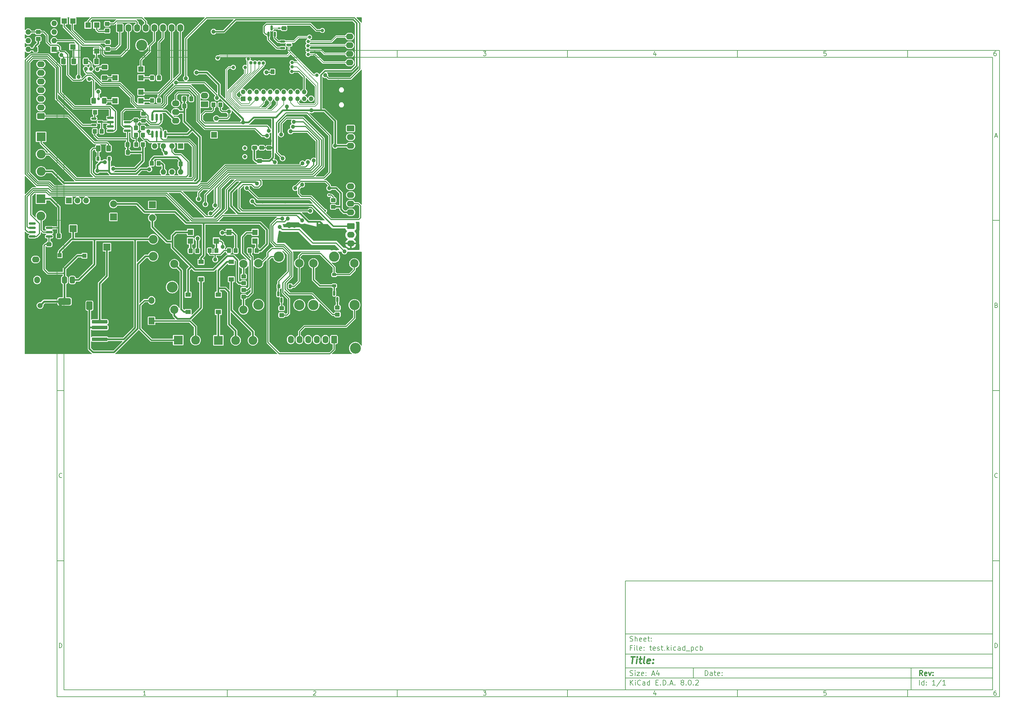
<source format=gbr>
%TF.GenerationSoftware,KiCad,Pcbnew,8.0.2-8.0.2-0~ubuntu22.04.1*%
%TF.CreationDate,2024-05-24T20:00:57+03:30*%
%TF.ProjectId,test,74657374-2e6b-4696-9361-645f70636258,rev?*%
%TF.SameCoordinates,Original*%
%TF.FileFunction,Copper,L2,Bot*%
%TF.FilePolarity,Positive*%
%FSLAX46Y46*%
G04 Gerber Fmt 4.6, Leading zero omitted, Abs format (unit mm)*
G04 Created by KiCad (PCBNEW 8.0.2-8.0.2-0~ubuntu22.04.1) date 2024-05-24 20:00:57*
%MOMM*%
%LPD*%
G01*
G04 APERTURE LIST*
G04 Aperture macros list*
%AMRoundRect*
0 Rectangle with rounded corners*
0 $1 Rounding radius*
0 $2 $3 $4 $5 $6 $7 $8 $9 X,Y pos of 4 corners*
0 Add a 4 corners polygon primitive as box body*
4,1,4,$2,$3,$4,$5,$6,$7,$8,$9,$2,$3,0*
0 Add four circle primitives for the rounded corners*
1,1,$1+$1,$2,$3*
1,1,$1+$1,$4,$5*
1,1,$1+$1,$6,$7*
1,1,$1+$1,$8,$9*
0 Add four rect primitives between the rounded corners*
20,1,$1+$1,$2,$3,$4,$5,0*
20,1,$1+$1,$4,$5,$6,$7,0*
20,1,$1+$1,$6,$7,$8,$9,0*
20,1,$1+$1,$8,$9,$2,$3,0*%
G04 Aperture macros list end*
%ADD10C,0.100000*%
%ADD11C,0.150000*%
%ADD12C,0.300000*%
%ADD13C,0.400000*%
%TA.AperFunction,ComponentPad*%
%ADD14C,3.000000*%
%TD*%
%TA.AperFunction,ComponentPad*%
%ADD15C,2.500000*%
%TD*%
%TA.AperFunction,ComponentPad*%
%ADD16R,2.000000X2.000000*%
%TD*%
%TA.AperFunction,ComponentPad*%
%ADD17C,2.000000*%
%TD*%
%TA.AperFunction,ComponentPad*%
%ADD18RoundRect,0.250000X0.845000X-0.620000X0.845000X0.620000X-0.845000X0.620000X-0.845000X-0.620000X0*%
%TD*%
%TA.AperFunction,ComponentPad*%
%ADD19O,2.190000X1.740000*%
%TD*%
%TA.AperFunction,ComponentPad*%
%ADD20R,1.700000X2.000000*%
%TD*%
%TA.AperFunction,ComponentPad*%
%ADD21O,1.700000X2.000000*%
%TD*%
%TA.AperFunction,ComponentPad*%
%ADD22RoundRect,0.250000X0.620000X0.845000X-0.620000X0.845000X-0.620000X-0.845000X0.620000X-0.845000X0*%
%TD*%
%TA.AperFunction,ComponentPad*%
%ADD23O,1.740000X2.190000*%
%TD*%
%TA.AperFunction,ComponentPad*%
%ADD24RoundRect,0.250000X-0.845000X0.620000X-0.845000X-0.620000X0.845000X-0.620000X0.845000X0.620000X0*%
%TD*%
%TA.AperFunction,ComponentPad*%
%ADD25C,1.400000*%
%TD*%
%TA.AperFunction,ComponentPad*%
%ADD26R,2.600000X2.600000*%
%TD*%
%TA.AperFunction,ComponentPad*%
%ADD27C,2.600000*%
%TD*%
%TA.AperFunction,ComponentPad*%
%ADD28C,2.400000*%
%TD*%
%TA.AperFunction,ComponentPad*%
%ADD29O,2.400000X2.400000*%
%TD*%
%TA.AperFunction,ComponentPad*%
%ADD30R,1.200000X1.200000*%
%TD*%
%TA.AperFunction,ComponentPad*%
%ADD31C,1.200000*%
%TD*%
%TA.AperFunction,ComponentPad*%
%ADD32R,1.600000X1.600000*%
%TD*%
%TA.AperFunction,ComponentPad*%
%ADD33O,1.600000X1.600000*%
%TD*%
%TA.AperFunction,ComponentPad*%
%ADD34R,1.700000X1.700000*%
%TD*%
%TA.AperFunction,ComponentPad*%
%ADD35O,1.700000X1.700000*%
%TD*%
%TA.AperFunction,HeatsinkPad*%
%ADD36C,0.600000*%
%TD*%
%TA.AperFunction,ComponentPad*%
%ADD37RoundRect,0.250000X-0.620000X-0.845000X0.620000X-0.845000X0.620000X0.845000X-0.620000X0.845000X0*%
%TD*%
%TA.AperFunction,ComponentPad*%
%ADD38C,1.000000*%
%TD*%
%TA.AperFunction,ComponentPad*%
%ADD39R,1.350000X1.350000*%
%TD*%
%TA.AperFunction,ComponentPad*%
%ADD40O,1.350000X1.350000*%
%TD*%
%TA.AperFunction,SMDPad,CuDef*%
%ADD41RoundRect,0.375000X-0.375000X0.625000X-0.375000X-0.625000X0.375000X-0.625000X0.375000X0.625000X0*%
%TD*%
%TA.AperFunction,SMDPad,CuDef*%
%ADD42RoundRect,0.500000X-1.400000X0.500000X-1.400000X-0.500000X1.400000X-0.500000X1.400000X0.500000X0*%
%TD*%
%TA.AperFunction,SMDPad,CuDef*%
%ADD43RoundRect,0.250000X-0.450000X0.350000X-0.450000X-0.350000X0.450000X-0.350000X0.450000X0.350000X0*%
%TD*%
%TA.AperFunction,SMDPad,CuDef*%
%ADD44RoundRect,0.150000X-0.587500X-0.150000X0.587500X-0.150000X0.587500X0.150000X-0.587500X0.150000X0*%
%TD*%
%TA.AperFunction,SMDPad,CuDef*%
%ADD45R,1.600000X1.600000*%
%TD*%
%TA.AperFunction,SMDPad,CuDef*%
%ADD46RoundRect,0.250000X0.450000X-0.350000X0.450000X0.350000X-0.450000X0.350000X-0.450000X-0.350000X0*%
%TD*%
%TA.AperFunction,SMDPad,CuDef*%
%ADD47R,1.500000X1.300000*%
%TD*%
%TA.AperFunction,SMDPad,CuDef*%
%ADD48RoundRect,0.250000X-0.400000X-0.625000X0.400000X-0.625000X0.400000X0.625000X-0.400000X0.625000X0*%
%TD*%
%TA.AperFunction,SMDPad,CuDef*%
%ADD49RoundRect,0.250000X0.350000X0.450000X-0.350000X0.450000X-0.350000X-0.450000X0.350000X-0.450000X0*%
%TD*%
%TA.AperFunction,SMDPad,CuDef*%
%ADD50RoundRect,0.225000X-0.375000X0.225000X-0.375000X-0.225000X0.375000X-0.225000X0.375000X0.225000X0*%
%TD*%
%TA.AperFunction,SMDPad,CuDef*%
%ADD51RoundRect,0.250000X0.337500X0.475000X-0.337500X0.475000X-0.337500X-0.475000X0.337500X-0.475000X0*%
%TD*%
%TA.AperFunction,SMDPad,CuDef*%
%ADD52RoundRect,0.150000X0.150000X-0.587500X0.150000X0.587500X-0.150000X0.587500X-0.150000X-0.587500X0*%
%TD*%
%TA.AperFunction,SMDPad,CuDef*%
%ADD53RoundRect,0.250000X0.475000X-0.337500X0.475000X0.337500X-0.475000X0.337500X-0.475000X-0.337500X0*%
%TD*%
%TA.AperFunction,SMDPad,CuDef*%
%ADD54RoundRect,0.150000X-0.825000X-0.150000X0.825000X-0.150000X0.825000X0.150000X-0.825000X0.150000X0*%
%TD*%
%TA.AperFunction,SMDPad,CuDef*%
%ADD55RoundRect,0.250000X-0.625000X0.400000X-0.625000X-0.400000X0.625000X-0.400000X0.625000X0.400000X0*%
%TD*%
%TA.AperFunction,SMDPad,CuDef*%
%ADD56RoundRect,0.250000X2.050000X0.300000X-2.050000X0.300000X-2.050000X-0.300000X2.050000X-0.300000X0*%
%TD*%
%TA.AperFunction,SMDPad,CuDef*%
%ADD57RoundRect,0.250000X2.025000X2.375000X-2.025000X2.375000X-2.025000X-2.375000X2.025000X-2.375000X0*%
%TD*%
%TA.AperFunction,SMDPad,CuDef*%
%ADD58RoundRect,0.250002X4.449998X5.149998X-4.449998X5.149998X-4.449998X-5.149998X4.449998X-5.149998X0*%
%TD*%
%TA.AperFunction,SMDPad,CuDef*%
%ADD59RoundRect,0.250000X-0.350000X-0.450000X0.350000X-0.450000X0.350000X0.450000X-0.350000X0.450000X0*%
%TD*%
%TA.AperFunction,SMDPad,CuDef*%
%ADD60RoundRect,0.225000X0.225000X0.375000X-0.225000X0.375000X-0.225000X-0.375000X0.225000X-0.375000X0*%
%TD*%
%TA.AperFunction,SMDPad,CuDef*%
%ADD61RoundRect,0.250000X0.400000X0.625000X-0.400000X0.625000X-0.400000X-0.625000X0.400000X-0.625000X0*%
%TD*%
%TA.AperFunction,SMDPad,CuDef*%
%ADD62RoundRect,0.250000X-0.475000X0.337500X-0.475000X-0.337500X0.475000X-0.337500X0.475000X0.337500X0*%
%TD*%
%TA.AperFunction,SMDPad,CuDef*%
%ADD63RoundRect,0.250000X-0.337500X-0.475000X0.337500X-0.475000X0.337500X0.475000X-0.337500X0.475000X0*%
%TD*%
%TA.AperFunction,SMDPad,CuDef*%
%ADD64RoundRect,0.225000X-0.225000X-0.375000X0.225000X-0.375000X0.225000X0.375000X-0.225000X0.375000X0*%
%TD*%
%TA.AperFunction,SMDPad,CuDef*%
%ADD65RoundRect,0.150000X-0.150000X0.825000X-0.150000X-0.825000X0.150000X-0.825000X0.150000X0.825000X0*%
%TD*%
%TA.AperFunction,SMDPad,CuDef*%
%ADD66RoundRect,0.150000X0.825000X0.150000X-0.825000X0.150000X-0.825000X-0.150000X0.825000X-0.150000X0*%
%TD*%
%TA.AperFunction,SMDPad,CuDef*%
%ADD67RoundRect,0.250000X0.650000X-1.000000X0.650000X1.000000X-0.650000X1.000000X-0.650000X-1.000000X0*%
%TD*%
%TA.AperFunction,ViaPad*%
%ADD68C,3.200000*%
%TD*%
%TA.AperFunction,ViaPad*%
%ADD69C,1.200000*%
%TD*%
%TA.AperFunction,ViaPad*%
%ADD70C,0.800000*%
%TD*%
%TA.AperFunction,ViaPad*%
%ADD71C,1.000000*%
%TD*%
%TA.AperFunction,ViaPad*%
%ADD72C,0.500000*%
%TD*%
%TA.AperFunction,ViaPad*%
%ADD73C,1.500000*%
%TD*%
%TA.AperFunction,ViaPad*%
%ADD74C,0.600000*%
%TD*%
%TA.AperFunction,Conductor*%
%ADD75C,0.300000*%
%TD*%
%TA.AperFunction,Conductor*%
%ADD76C,0.500000*%
%TD*%
%TA.AperFunction,Conductor*%
%ADD77C,0.400000*%
%TD*%
%TA.AperFunction,Conductor*%
%ADD78C,0.600000*%
%TD*%
%TA.AperFunction,Conductor*%
%ADD79C,0.200000*%
%TD*%
G04 APERTURE END LIST*
D10*
D11*
X177002200Y-166007200D02*
X285002200Y-166007200D01*
X285002200Y-198007200D01*
X177002200Y-198007200D01*
X177002200Y-166007200D01*
D10*
D11*
X10000000Y-10000000D02*
X287002200Y-10000000D01*
X287002200Y-200007200D01*
X10000000Y-200007200D01*
X10000000Y-10000000D01*
D10*
D11*
X12000000Y-12000000D02*
X285002200Y-12000000D01*
X285002200Y-198007200D01*
X12000000Y-198007200D01*
X12000000Y-12000000D01*
D10*
D11*
X60000000Y-12000000D02*
X60000000Y-10000000D01*
D10*
D11*
X110000000Y-12000000D02*
X110000000Y-10000000D01*
D10*
D11*
X160000000Y-12000000D02*
X160000000Y-10000000D01*
D10*
D11*
X210000000Y-12000000D02*
X210000000Y-10000000D01*
D10*
D11*
X260000000Y-12000000D02*
X260000000Y-10000000D01*
D10*
D11*
X36089160Y-11593604D02*
X35346303Y-11593604D01*
X35717731Y-11593604D02*
X35717731Y-10293604D01*
X35717731Y-10293604D02*
X35593922Y-10479319D01*
X35593922Y-10479319D02*
X35470112Y-10603128D01*
X35470112Y-10603128D02*
X35346303Y-10665033D01*
D10*
D11*
X85346303Y-10417414D02*
X85408207Y-10355509D01*
X85408207Y-10355509D02*
X85532017Y-10293604D01*
X85532017Y-10293604D02*
X85841541Y-10293604D01*
X85841541Y-10293604D02*
X85965350Y-10355509D01*
X85965350Y-10355509D02*
X86027255Y-10417414D01*
X86027255Y-10417414D02*
X86089160Y-10541223D01*
X86089160Y-10541223D02*
X86089160Y-10665033D01*
X86089160Y-10665033D02*
X86027255Y-10850747D01*
X86027255Y-10850747D02*
X85284398Y-11593604D01*
X85284398Y-11593604D02*
X86089160Y-11593604D01*
D10*
D11*
X135284398Y-10293604D02*
X136089160Y-10293604D01*
X136089160Y-10293604D02*
X135655826Y-10788842D01*
X135655826Y-10788842D02*
X135841541Y-10788842D01*
X135841541Y-10788842D02*
X135965350Y-10850747D01*
X135965350Y-10850747D02*
X136027255Y-10912652D01*
X136027255Y-10912652D02*
X136089160Y-11036461D01*
X136089160Y-11036461D02*
X136089160Y-11345985D01*
X136089160Y-11345985D02*
X136027255Y-11469795D01*
X136027255Y-11469795D02*
X135965350Y-11531700D01*
X135965350Y-11531700D02*
X135841541Y-11593604D01*
X135841541Y-11593604D02*
X135470112Y-11593604D01*
X135470112Y-11593604D02*
X135346303Y-11531700D01*
X135346303Y-11531700D02*
X135284398Y-11469795D01*
D10*
D11*
X185965350Y-10726938D02*
X185965350Y-11593604D01*
X185655826Y-10231700D02*
X185346303Y-11160271D01*
X185346303Y-11160271D02*
X186151064Y-11160271D01*
D10*
D11*
X236027255Y-10293604D02*
X235408207Y-10293604D01*
X235408207Y-10293604D02*
X235346303Y-10912652D01*
X235346303Y-10912652D02*
X235408207Y-10850747D01*
X235408207Y-10850747D02*
X235532017Y-10788842D01*
X235532017Y-10788842D02*
X235841541Y-10788842D01*
X235841541Y-10788842D02*
X235965350Y-10850747D01*
X235965350Y-10850747D02*
X236027255Y-10912652D01*
X236027255Y-10912652D02*
X236089160Y-11036461D01*
X236089160Y-11036461D02*
X236089160Y-11345985D01*
X236089160Y-11345985D02*
X236027255Y-11469795D01*
X236027255Y-11469795D02*
X235965350Y-11531700D01*
X235965350Y-11531700D02*
X235841541Y-11593604D01*
X235841541Y-11593604D02*
X235532017Y-11593604D01*
X235532017Y-11593604D02*
X235408207Y-11531700D01*
X235408207Y-11531700D02*
X235346303Y-11469795D01*
D10*
D11*
X285965350Y-10293604D02*
X285717731Y-10293604D01*
X285717731Y-10293604D02*
X285593922Y-10355509D01*
X285593922Y-10355509D02*
X285532017Y-10417414D01*
X285532017Y-10417414D02*
X285408207Y-10603128D01*
X285408207Y-10603128D02*
X285346303Y-10850747D01*
X285346303Y-10850747D02*
X285346303Y-11345985D01*
X285346303Y-11345985D02*
X285408207Y-11469795D01*
X285408207Y-11469795D02*
X285470112Y-11531700D01*
X285470112Y-11531700D02*
X285593922Y-11593604D01*
X285593922Y-11593604D02*
X285841541Y-11593604D01*
X285841541Y-11593604D02*
X285965350Y-11531700D01*
X285965350Y-11531700D02*
X286027255Y-11469795D01*
X286027255Y-11469795D02*
X286089160Y-11345985D01*
X286089160Y-11345985D02*
X286089160Y-11036461D01*
X286089160Y-11036461D02*
X286027255Y-10912652D01*
X286027255Y-10912652D02*
X285965350Y-10850747D01*
X285965350Y-10850747D02*
X285841541Y-10788842D01*
X285841541Y-10788842D02*
X285593922Y-10788842D01*
X285593922Y-10788842D02*
X285470112Y-10850747D01*
X285470112Y-10850747D02*
X285408207Y-10912652D01*
X285408207Y-10912652D02*
X285346303Y-11036461D01*
D10*
D11*
X60000000Y-198007200D02*
X60000000Y-200007200D01*
D10*
D11*
X110000000Y-198007200D02*
X110000000Y-200007200D01*
D10*
D11*
X160000000Y-198007200D02*
X160000000Y-200007200D01*
D10*
D11*
X210000000Y-198007200D02*
X210000000Y-200007200D01*
D10*
D11*
X260000000Y-198007200D02*
X260000000Y-200007200D01*
D10*
D11*
X36089160Y-199600804D02*
X35346303Y-199600804D01*
X35717731Y-199600804D02*
X35717731Y-198300804D01*
X35717731Y-198300804D02*
X35593922Y-198486519D01*
X35593922Y-198486519D02*
X35470112Y-198610328D01*
X35470112Y-198610328D02*
X35346303Y-198672233D01*
D10*
D11*
X85346303Y-198424614D02*
X85408207Y-198362709D01*
X85408207Y-198362709D02*
X85532017Y-198300804D01*
X85532017Y-198300804D02*
X85841541Y-198300804D01*
X85841541Y-198300804D02*
X85965350Y-198362709D01*
X85965350Y-198362709D02*
X86027255Y-198424614D01*
X86027255Y-198424614D02*
X86089160Y-198548423D01*
X86089160Y-198548423D02*
X86089160Y-198672233D01*
X86089160Y-198672233D02*
X86027255Y-198857947D01*
X86027255Y-198857947D02*
X85284398Y-199600804D01*
X85284398Y-199600804D02*
X86089160Y-199600804D01*
D10*
D11*
X135284398Y-198300804D02*
X136089160Y-198300804D01*
X136089160Y-198300804D02*
X135655826Y-198796042D01*
X135655826Y-198796042D02*
X135841541Y-198796042D01*
X135841541Y-198796042D02*
X135965350Y-198857947D01*
X135965350Y-198857947D02*
X136027255Y-198919852D01*
X136027255Y-198919852D02*
X136089160Y-199043661D01*
X136089160Y-199043661D02*
X136089160Y-199353185D01*
X136089160Y-199353185D02*
X136027255Y-199476995D01*
X136027255Y-199476995D02*
X135965350Y-199538900D01*
X135965350Y-199538900D02*
X135841541Y-199600804D01*
X135841541Y-199600804D02*
X135470112Y-199600804D01*
X135470112Y-199600804D02*
X135346303Y-199538900D01*
X135346303Y-199538900D02*
X135284398Y-199476995D01*
D10*
D11*
X185965350Y-198734138D02*
X185965350Y-199600804D01*
X185655826Y-198238900D02*
X185346303Y-199167471D01*
X185346303Y-199167471D02*
X186151064Y-199167471D01*
D10*
D11*
X236027255Y-198300804D02*
X235408207Y-198300804D01*
X235408207Y-198300804D02*
X235346303Y-198919852D01*
X235346303Y-198919852D02*
X235408207Y-198857947D01*
X235408207Y-198857947D02*
X235532017Y-198796042D01*
X235532017Y-198796042D02*
X235841541Y-198796042D01*
X235841541Y-198796042D02*
X235965350Y-198857947D01*
X235965350Y-198857947D02*
X236027255Y-198919852D01*
X236027255Y-198919852D02*
X236089160Y-199043661D01*
X236089160Y-199043661D02*
X236089160Y-199353185D01*
X236089160Y-199353185D02*
X236027255Y-199476995D01*
X236027255Y-199476995D02*
X235965350Y-199538900D01*
X235965350Y-199538900D02*
X235841541Y-199600804D01*
X235841541Y-199600804D02*
X235532017Y-199600804D01*
X235532017Y-199600804D02*
X235408207Y-199538900D01*
X235408207Y-199538900D02*
X235346303Y-199476995D01*
D10*
D11*
X285965350Y-198300804D02*
X285717731Y-198300804D01*
X285717731Y-198300804D02*
X285593922Y-198362709D01*
X285593922Y-198362709D02*
X285532017Y-198424614D01*
X285532017Y-198424614D02*
X285408207Y-198610328D01*
X285408207Y-198610328D02*
X285346303Y-198857947D01*
X285346303Y-198857947D02*
X285346303Y-199353185D01*
X285346303Y-199353185D02*
X285408207Y-199476995D01*
X285408207Y-199476995D02*
X285470112Y-199538900D01*
X285470112Y-199538900D02*
X285593922Y-199600804D01*
X285593922Y-199600804D02*
X285841541Y-199600804D01*
X285841541Y-199600804D02*
X285965350Y-199538900D01*
X285965350Y-199538900D02*
X286027255Y-199476995D01*
X286027255Y-199476995D02*
X286089160Y-199353185D01*
X286089160Y-199353185D02*
X286089160Y-199043661D01*
X286089160Y-199043661D02*
X286027255Y-198919852D01*
X286027255Y-198919852D02*
X285965350Y-198857947D01*
X285965350Y-198857947D02*
X285841541Y-198796042D01*
X285841541Y-198796042D02*
X285593922Y-198796042D01*
X285593922Y-198796042D02*
X285470112Y-198857947D01*
X285470112Y-198857947D02*
X285408207Y-198919852D01*
X285408207Y-198919852D02*
X285346303Y-199043661D01*
D10*
D11*
X10000000Y-60000000D02*
X12000000Y-60000000D01*
D10*
D11*
X10000000Y-110000000D02*
X12000000Y-110000000D01*
D10*
D11*
X10000000Y-160000000D02*
X12000000Y-160000000D01*
D10*
D11*
X10690476Y-35222176D02*
X11309523Y-35222176D01*
X10566666Y-35593604D02*
X10999999Y-34293604D01*
X10999999Y-34293604D02*
X11433333Y-35593604D01*
D10*
D11*
X11092857Y-84912652D02*
X11278571Y-84974557D01*
X11278571Y-84974557D02*
X11340476Y-85036461D01*
X11340476Y-85036461D02*
X11402380Y-85160271D01*
X11402380Y-85160271D02*
X11402380Y-85345985D01*
X11402380Y-85345985D02*
X11340476Y-85469795D01*
X11340476Y-85469795D02*
X11278571Y-85531700D01*
X11278571Y-85531700D02*
X11154761Y-85593604D01*
X11154761Y-85593604D02*
X10659523Y-85593604D01*
X10659523Y-85593604D02*
X10659523Y-84293604D01*
X10659523Y-84293604D02*
X11092857Y-84293604D01*
X11092857Y-84293604D02*
X11216666Y-84355509D01*
X11216666Y-84355509D02*
X11278571Y-84417414D01*
X11278571Y-84417414D02*
X11340476Y-84541223D01*
X11340476Y-84541223D02*
X11340476Y-84665033D01*
X11340476Y-84665033D02*
X11278571Y-84788842D01*
X11278571Y-84788842D02*
X11216666Y-84850747D01*
X11216666Y-84850747D02*
X11092857Y-84912652D01*
X11092857Y-84912652D02*
X10659523Y-84912652D01*
D10*
D11*
X11402380Y-135469795D02*
X11340476Y-135531700D01*
X11340476Y-135531700D02*
X11154761Y-135593604D01*
X11154761Y-135593604D02*
X11030952Y-135593604D01*
X11030952Y-135593604D02*
X10845238Y-135531700D01*
X10845238Y-135531700D02*
X10721428Y-135407890D01*
X10721428Y-135407890D02*
X10659523Y-135284080D01*
X10659523Y-135284080D02*
X10597619Y-135036461D01*
X10597619Y-135036461D02*
X10597619Y-134850747D01*
X10597619Y-134850747D02*
X10659523Y-134603128D01*
X10659523Y-134603128D02*
X10721428Y-134479319D01*
X10721428Y-134479319D02*
X10845238Y-134355509D01*
X10845238Y-134355509D02*
X11030952Y-134293604D01*
X11030952Y-134293604D02*
X11154761Y-134293604D01*
X11154761Y-134293604D02*
X11340476Y-134355509D01*
X11340476Y-134355509D02*
X11402380Y-134417414D01*
D10*
D11*
X10659523Y-185593604D02*
X10659523Y-184293604D01*
X10659523Y-184293604D02*
X10969047Y-184293604D01*
X10969047Y-184293604D02*
X11154761Y-184355509D01*
X11154761Y-184355509D02*
X11278571Y-184479319D01*
X11278571Y-184479319D02*
X11340476Y-184603128D01*
X11340476Y-184603128D02*
X11402380Y-184850747D01*
X11402380Y-184850747D02*
X11402380Y-185036461D01*
X11402380Y-185036461D02*
X11340476Y-185284080D01*
X11340476Y-185284080D02*
X11278571Y-185407890D01*
X11278571Y-185407890D02*
X11154761Y-185531700D01*
X11154761Y-185531700D02*
X10969047Y-185593604D01*
X10969047Y-185593604D02*
X10659523Y-185593604D01*
D10*
D11*
X287002200Y-60000000D02*
X285002200Y-60000000D01*
D10*
D11*
X287002200Y-110000000D02*
X285002200Y-110000000D01*
D10*
D11*
X287002200Y-160000000D02*
X285002200Y-160000000D01*
D10*
D11*
X285692676Y-35222176D02*
X286311723Y-35222176D01*
X285568866Y-35593604D02*
X286002199Y-34293604D01*
X286002199Y-34293604D02*
X286435533Y-35593604D01*
D10*
D11*
X286095057Y-84912652D02*
X286280771Y-84974557D01*
X286280771Y-84974557D02*
X286342676Y-85036461D01*
X286342676Y-85036461D02*
X286404580Y-85160271D01*
X286404580Y-85160271D02*
X286404580Y-85345985D01*
X286404580Y-85345985D02*
X286342676Y-85469795D01*
X286342676Y-85469795D02*
X286280771Y-85531700D01*
X286280771Y-85531700D02*
X286156961Y-85593604D01*
X286156961Y-85593604D02*
X285661723Y-85593604D01*
X285661723Y-85593604D02*
X285661723Y-84293604D01*
X285661723Y-84293604D02*
X286095057Y-84293604D01*
X286095057Y-84293604D02*
X286218866Y-84355509D01*
X286218866Y-84355509D02*
X286280771Y-84417414D01*
X286280771Y-84417414D02*
X286342676Y-84541223D01*
X286342676Y-84541223D02*
X286342676Y-84665033D01*
X286342676Y-84665033D02*
X286280771Y-84788842D01*
X286280771Y-84788842D02*
X286218866Y-84850747D01*
X286218866Y-84850747D02*
X286095057Y-84912652D01*
X286095057Y-84912652D02*
X285661723Y-84912652D01*
D10*
D11*
X286404580Y-135469795D02*
X286342676Y-135531700D01*
X286342676Y-135531700D02*
X286156961Y-135593604D01*
X286156961Y-135593604D02*
X286033152Y-135593604D01*
X286033152Y-135593604D02*
X285847438Y-135531700D01*
X285847438Y-135531700D02*
X285723628Y-135407890D01*
X285723628Y-135407890D02*
X285661723Y-135284080D01*
X285661723Y-135284080D02*
X285599819Y-135036461D01*
X285599819Y-135036461D02*
X285599819Y-134850747D01*
X285599819Y-134850747D02*
X285661723Y-134603128D01*
X285661723Y-134603128D02*
X285723628Y-134479319D01*
X285723628Y-134479319D02*
X285847438Y-134355509D01*
X285847438Y-134355509D02*
X286033152Y-134293604D01*
X286033152Y-134293604D02*
X286156961Y-134293604D01*
X286156961Y-134293604D02*
X286342676Y-134355509D01*
X286342676Y-134355509D02*
X286404580Y-134417414D01*
D10*
D11*
X285661723Y-185593604D02*
X285661723Y-184293604D01*
X285661723Y-184293604D02*
X285971247Y-184293604D01*
X285971247Y-184293604D02*
X286156961Y-184355509D01*
X286156961Y-184355509D02*
X286280771Y-184479319D01*
X286280771Y-184479319D02*
X286342676Y-184603128D01*
X286342676Y-184603128D02*
X286404580Y-184850747D01*
X286404580Y-184850747D02*
X286404580Y-185036461D01*
X286404580Y-185036461D02*
X286342676Y-185284080D01*
X286342676Y-185284080D02*
X286280771Y-185407890D01*
X286280771Y-185407890D02*
X286156961Y-185531700D01*
X286156961Y-185531700D02*
X285971247Y-185593604D01*
X285971247Y-185593604D02*
X285661723Y-185593604D01*
D10*
D11*
X200458026Y-193793328D02*
X200458026Y-192293328D01*
X200458026Y-192293328D02*
X200815169Y-192293328D01*
X200815169Y-192293328D02*
X201029455Y-192364757D01*
X201029455Y-192364757D02*
X201172312Y-192507614D01*
X201172312Y-192507614D02*
X201243741Y-192650471D01*
X201243741Y-192650471D02*
X201315169Y-192936185D01*
X201315169Y-192936185D02*
X201315169Y-193150471D01*
X201315169Y-193150471D02*
X201243741Y-193436185D01*
X201243741Y-193436185D02*
X201172312Y-193579042D01*
X201172312Y-193579042D02*
X201029455Y-193721900D01*
X201029455Y-193721900D02*
X200815169Y-193793328D01*
X200815169Y-193793328D02*
X200458026Y-193793328D01*
X202600884Y-193793328D02*
X202600884Y-193007614D01*
X202600884Y-193007614D02*
X202529455Y-192864757D01*
X202529455Y-192864757D02*
X202386598Y-192793328D01*
X202386598Y-192793328D02*
X202100884Y-192793328D01*
X202100884Y-192793328D02*
X201958026Y-192864757D01*
X202600884Y-193721900D02*
X202458026Y-193793328D01*
X202458026Y-193793328D02*
X202100884Y-193793328D01*
X202100884Y-193793328D02*
X201958026Y-193721900D01*
X201958026Y-193721900D02*
X201886598Y-193579042D01*
X201886598Y-193579042D02*
X201886598Y-193436185D01*
X201886598Y-193436185D02*
X201958026Y-193293328D01*
X201958026Y-193293328D02*
X202100884Y-193221900D01*
X202100884Y-193221900D02*
X202458026Y-193221900D01*
X202458026Y-193221900D02*
X202600884Y-193150471D01*
X203100884Y-192793328D02*
X203672312Y-192793328D01*
X203315169Y-192293328D02*
X203315169Y-193579042D01*
X203315169Y-193579042D02*
X203386598Y-193721900D01*
X203386598Y-193721900D02*
X203529455Y-193793328D01*
X203529455Y-193793328D02*
X203672312Y-193793328D01*
X204743741Y-193721900D02*
X204600884Y-193793328D01*
X204600884Y-193793328D02*
X204315170Y-193793328D01*
X204315170Y-193793328D02*
X204172312Y-193721900D01*
X204172312Y-193721900D02*
X204100884Y-193579042D01*
X204100884Y-193579042D02*
X204100884Y-193007614D01*
X204100884Y-193007614D02*
X204172312Y-192864757D01*
X204172312Y-192864757D02*
X204315170Y-192793328D01*
X204315170Y-192793328D02*
X204600884Y-192793328D01*
X204600884Y-192793328D02*
X204743741Y-192864757D01*
X204743741Y-192864757D02*
X204815170Y-193007614D01*
X204815170Y-193007614D02*
X204815170Y-193150471D01*
X204815170Y-193150471D02*
X204100884Y-193293328D01*
X205458026Y-193650471D02*
X205529455Y-193721900D01*
X205529455Y-193721900D02*
X205458026Y-193793328D01*
X205458026Y-193793328D02*
X205386598Y-193721900D01*
X205386598Y-193721900D02*
X205458026Y-193650471D01*
X205458026Y-193650471D02*
X205458026Y-193793328D01*
X205458026Y-192864757D02*
X205529455Y-192936185D01*
X205529455Y-192936185D02*
X205458026Y-193007614D01*
X205458026Y-193007614D02*
X205386598Y-192936185D01*
X205386598Y-192936185D02*
X205458026Y-192864757D01*
X205458026Y-192864757D02*
X205458026Y-193007614D01*
D10*
D11*
X177002200Y-194507200D02*
X285002200Y-194507200D01*
D10*
D11*
X178458026Y-196593328D02*
X178458026Y-195093328D01*
X179315169Y-196593328D02*
X178672312Y-195736185D01*
X179315169Y-195093328D02*
X178458026Y-195950471D01*
X179958026Y-196593328D02*
X179958026Y-195593328D01*
X179958026Y-195093328D02*
X179886598Y-195164757D01*
X179886598Y-195164757D02*
X179958026Y-195236185D01*
X179958026Y-195236185D02*
X180029455Y-195164757D01*
X180029455Y-195164757D02*
X179958026Y-195093328D01*
X179958026Y-195093328D02*
X179958026Y-195236185D01*
X181529455Y-196450471D02*
X181458027Y-196521900D01*
X181458027Y-196521900D02*
X181243741Y-196593328D01*
X181243741Y-196593328D02*
X181100884Y-196593328D01*
X181100884Y-196593328D02*
X180886598Y-196521900D01*
X180886598Y-196521900D02*
X180743741Y-196379042D01*
X180743741Y-196379042D02*
X180672312Y-196236185D01*
X180672312Y-196236185D02*
X180600884Y-195950471D01*
X180600884Y-195950471D02*
X180600884Y-195736185D01*
X180600884Y-195736185D02*
X180672312Y-195450471D01*
X180672312Y-195450471D02*
X180743741Y-195307614D01*
X180743741Y-195307614D02*
X180886598Y-195164757D01*
X180886598Y-195164757D02*
X181100884Y-195093328D01*
X181100884Y-195093328D02*
X181243741Y-195093328D01*
X181243741Y-195093328D02*
X181458027Y-195164757D01*
X181458027Y-195164757D02*
X181529455Y-195236185D01*
X182815170Y-196593328D02*
X182815170Y-195807614D01*
X182815170Y-195807614D02*
X182743741Y-195664757D01*
X182743741Y-195664757D02*
X182600884Y-195593328D01*
X182600884Y-195593328D02*
X182315170Y-195593328D01*
X182315170Y-195593328D02*
X182172312Y-195664757D01*
X182815170Y-196521900D02*
X182672312Y-196593328D01*
X182672312Y-196593328D02*
X182315170Y-196593328D01*
X182315170Y-196593328D02*
X182172312Y-196521900D01*
X182172312Y-196521900D02*
X182100884Y-196379042D01*
X182100884Y-196379042D02*
X182100884Y-196236185D01*
X182100884Y-196236185D02*
X182172312Y-196093328D01*
X182172312Y-196093328D02*
X182315170Y-196021900D01*
X182315170Y-196021900D02*
X182672312Y-196021900D01*
X182672312Y-196021900D02*
X182815170Y-195950471D01*
X184172313Y-196593328D02*
X184172313Y-195093328D01*
X184172313Y-196521900D02*
X184029455Y-196593328D01*
X184029455Y-196593328D02*
X183743741Y-196593328D01*
X183743741Y-196593328D02*
X183600884Y-196521900D01*
X183600884Y-196521900D02*
X183529455Y-196450471D01*
X183529455Y-196450471D02*
X183458027Y-196307614D01*
X183458027Y-196307614D02*
X183458027Y-195879042D01*
X183458027Y-195879042D02*
X183529455Y-195736185D01*
X183529455Y-195736185D02*
X183600884Y-195664757D01*
X183600884Y-195664757D02*
X183743741Y-195593328D01*
X183743741Y-195593328D02*
X184029455Y-195593328D01*
X184029455Y-195593328D02*
X184172313Y-195664757D01*
X186029455Y-195807614D02*
X186529455Y-195807614D01*
X186743741Y-196593328D02*
X186029455Y-196593328D01*
X186029455Y-196593328D02*
X186029455Y-195093328D01*
X186029455Y-195093328D02*
X186743741Y-195093328D01*
X187386598Y-196450471D02*
X187458027Y-196521900D01*
X187458027Y-196521900D02*
X187386598Y-196593328D01*
X187386598Y-196593328D02*
X187315170Y-196521900D01*
X187315170Y-196521900D02*
X187386598Y-196450471D01*
X187386598Y-196450471D02*
X187386598Y-196593328D01*
X188100884Y-196593328D02*
X188100884Y-195093328D01*
X188100884Y-195093328D02*
X188458027Y-195093328D01*
X188458027Y-195093328D02*
X188672313Y-195164757D01*
X188672313Y-195164757D02*
X188815170Y-195307614D01*
X188815170Y-195307614D02*
X188886599Y-195450471D01*
X188886599Y-195450471D02*
X188958027Y-195736185D01*
X188958027Y-195736185D02*
X188958027Y-195950471D01*
X188958027Y-195950471D02*
X188886599Y-196236185D01*
X188886599Y-196236185D02*
X188815170Y-196379042D01*
X188815170Y-196379042D02*
X188672313Y-196521900D01*
X188672313Y-196521900D02*
X188458027Y-196593328D01*
X188458027Y-196593328D02*
X188100884Y-196593328D01*
X189600884Y-196450471D02*
X189672313Y-196521900D01*
X189672313Y-196521900D02*
X189600884Y-196593328D01*
X189600884Y-196593328D02*
X189529456Y-196521900D01*
X189529456Y-196521900D02*
X189600884Y-196450471D01*
X189600884Y-196450471D02*
X189600884Y-196593328D01*
X190243742Y-196164757D02*
X190958028Y-196164757D01*
X190100885Y-196593328D02*
X190600885Y-195093328D01*
X190600885Y-195093328D02*
X191100885Y-196593328D01*
X191600884Y-196450471D02*
X191672313Y-196521900D01*
X191672313Y-196521900D02*
X191600884Y-196593328D01*
X191600884Y-196593328D02*
X191529456Y-196521900D01*
X191529456Y-196521900D02*
X191600884Y-196450471D01*
X191600884Y-196450471D02*
X191600884Y-196593328D01*
X193672313Y-195736185D02*
X193529456Y-195664757D01*
X193529456Y-195664757D02*
X193458027Y-195593328D01*
X193458027Y-195593328D02*
X193386599Y-195450471D01*
X193386599Y-195450471D02*
X193386599Y-195379042D01*
X193386599Y-195379042D02*
X193458027Y-195236185D01*
X193458027Y-195236185D02*
X193529456Y-195164757D01*
X193529456Y-195164757D02*
X193672313Y-195093328D01*
X193672313Y-195093328D02*
X193958027Y-195093328D01*
X193958027Y-195093328D02*
X194100885Y-195164757D01*
X194100885Y-195164757D02*
X194172313Y-195236185D01*
X194172313Y-195236185D02*
X194243742Y-195379042D01*
X194243742Y-195379042D02*
X194243742Y-195450471D01*
X194243742Y-195450471D02*
X194172313Y-195593328D01*
X194172313Y-195593328D02*
X194100885Y-195664757D01*
X194100885Y-195664757D02*
X193958027Y-195736185D01*
X193958027Y-195736185D02*
X193672313Y-195736185D01*
X193672313Y-195736185D02*
X193529456Y-195807614D01*
X193529456Y-195807614D02*
X193458027Y-195879042D01*
X193458027Y-195879042D02*
X193386599Y-196021900D01*
X193386599Y-196021900D02*
X193386599Y-196307614D01*
X193386599Y-196307614D02*
X193458027Y-196450471D01*
X193458027Y-196450471D02*
X193529456Y-196521900D01*
X193529456Y-196521900D02*
X193672313Y-196593328D01*
X193672313Y-196593328D02*
X193958027Y-196593328D01*
X193958027Y-196593328D02*
X194100885Y-196521900D01*
X194100885Y-196521900D02*
X194172313Y-196450471D01*
X194172313Y-196450471D02*
X194243742Y-196307614D01*
X194243742Y-196307614D02*
X194243742Y-196021900D01*
X194243742Y-196021900D02*
X194172313Y-195879042D01*
X194172313Y-195879042D02*
X194100885Y-195807614D01*
X194100885Y-195807614D02*
X193958027Y-195736185D01*
X194886598Y-196450471D02*
X194958027Y-196521900D01*
X194958027Y-196521900D02*
X194886598Y-196593328D01*
X194886598Y-196593328D02*
X194815170Y-196521900D01*
X194815170Y-196521900D02*
X194886598Y-196450471D01*
X194886598Y-196450471D02*
X194886598Y-196593328D01*
X195886599Y-195093328D02*
X196029456Y-195093328D01*
X196029456Y-195093328D02*
X196172313Y-195164757D01*
X196172313Y-195164757D02*
X196243742Y-195236185D01*
X196243742Y-195236185D02*
X196315170Y-195379042D01*
X196315170Y-195379042D02*
X196386599Y-195664757D01*
X196386599Y-195664757D02*
X196386599Y-196021900D01*
X196386599Y-196021900D02*
X196315170Y-196307614D01*
X196315170Y-196307614D02*
X196243742Y-196450471D01*
X196243742Y-196450471D02*
X196172313Y-196521900D01*
X196172313Y-196521900D02*
X196029456Y-196593328D01*
X196029456Y-196593328D02*
X195886599Y-196593328D01*
X195886599Y-196593328D02*
X195743742Y-196521900D01*
X195743742Y-196521900D02*
X195672313Y-196450471D01*
X195672313Y-196450471D02*
X195600884Y-196307614D01*
X195600884Y-196307614D02*
X195529456Y-196021900D01*
X195529456Y-196021900D02*
X195529456Y-195664757D01*
X195529456Y-195664757D02*
X195600884Y-195379042D01*
X195600884Y-195379042D02*
X195672313Y-195236185D01*
X195672313Y-195236185D02*
X195743742Y-195164757D01*
X195743742Y-195164757D02*
X195886599Y-195093328D01*
X197029455Y-196450471D02*
X197100884Y-196521900D01*
X197100884Y-196521900D02*
X197029455Y-196593328D01*
X197029455Y-196593328D02*
X196958027Y-196521900D01*
X196958027Y-196521900D02*
X197029455Y-196450471D01*
X197029455Y-196450471D02*
X197029455Y-196593328D01*
X197672313Y-195236185D02*
X197743741Y-195164757D01*
X197743741Y-195164757D02*
X197886599Y-195093328D01*
X197886599Y-195093328D02*
X198243741Y-195093328D01*
X198243741Y-195093328D02*
X198386599Y-195164757D01*
X198386599Y-195164757D02*
X198458027Y-195236185D01*
X198458027Y-195236185D02*
X198529456Y-195379042D01*
X198529456Y-195379042D02*
X198529456Y-195521900D01*
X198529456Y-195521900D02*
X198458027Y-195736185D01*
X198458027Y-195736185D02*
X197600884Y-196593328D01*
X197600884Y-196593328D02*
X198529456Y-196593328D01*
D10*
D11*
X177002200Y-191507200D02*
X285002200Y-191507200D01*
D10*
D12*
X264413853Y-193785528D02*
X263913853Y-193071242D01*
X263556710Y-193785528D02*
X263556710Y-192285528D01*
X263556710Y-192285528D02*
X264128139Y-192285528D01*
X264128139Y-192285528D02*
X264270996Y-192356957D01*
X264270996Y-192356957D02*
X264342425Y-192428385D01*
X264342425Y-192428385D02*
X264413853Y-192571242D01*
X264413853Y-192571242D02*
X264413853Y-192785528D01*
X264413853Y-192785528D02*
X264342425Y-192928385D01*
X264342425Y-192928385D02*
X264270996Y-192999814D01*
X264270996Y-192999814D02*
X264128139Y-193071242D01*
X264128139Y-193071242D02*
X263556710Y-193071242D01*
X265628139Y-193714100D02*
X265485282Y-193785528D01*
X265485282Y-193785528D02*
X265199568Y-193785528D01*
X265199568Y-193785528D02*
X265056710Y-193714100D01*
X265056710Y-193714100D02*
X264985282Y-193571242D01*
X264985282Y-193571242D02*
X264985282Y-192999814D01*
X264985282Y-192999814D02*
X265056710Y-192856957D01*
X265056710Y-192856957D02*
X265199568Y-192785528D01*
X265199568Y-192785528D02*
X265485282Y-192785528D01*
X265485282Y-192785528D02*
X265628139Y-192856957D01*
X265628139Y-192856957D02*
X265699568Y-192999814D01*
X265699568Y-192999814D02*
X265699568Y-193142671D01*
X265699568Y-193142671D02*
X264985282Y-193285528D01*
X266199567Y-192785528D02*
X266556710Y-193785528D01*
X266556710Y-193785528D02*
X266913853Y-192785528D01*
X267485281Y-193642671D02*
X267556710Y-193714100D01*
X267556710Y-193714100D02*
X267485281Y-193785528D01*
X267485281Y-193785528D02*
X267413853Y-193714100D01*
X267413853Y-193714100D02*
X267485281Y-193642671D01*
X267485281Y-193642671D02*
X267485281Y-193785528D01*
X267485281Y-192856957D02*
X267556710Y-192928385D01*
X267556710Y-192928385D02*
X267485281Y-192999814D01*
X267485281Y-192999814D02*
X267413853Y-192928385D01*
X267413853Y-192928385D02*
X267485281Y-192856957D01*
X267485281Y-192856957D02*
X267485281Y-192999814D01*
D10*
D11*
X178386598Y-193721900D02*
X178600884Y-193793328D01*
X178600884Y-193793328D02*
X178958026Y-193793328D01*
X178958026Y-193793328D02*
X179100884Y-193721900D01*
X179100884Y-193721900D02*
X179172312Y-193650471D01*
X179172312Y-193650471D02*
X179243741Y-193507614D01*
X179243741Y-193507614D02*
X179243741Y-193364757D01*
X179243741Y-193364757D02*
X179172312Y-193221900D01*
X179172312Y-193221900D02*
X179100884Y-193150471D01*
X179100884Y-193150471D02*
X178958026Y-193079042D01*
X178958026Y-193079042D02*
X178672312Y-193007614D01*
X178672312Y-193007614D02*
X178529455Y-192936185D01*
X178529455Y-192936185D02*
X178458026Y-192864757D01*
X178458026Y-192864757D02*
X178386598Y-192721900D01*
X178386598Y-192721900D02*
X178386598Y-192579042D01*
X178386598Y-192579042D02*
X178458026Y-192436185D01*
X178458026Y-192436185D02*
X178529455Y-192364757D01*
X178529455Y-192364757D02*
X178672312Y-192293328D01*
X178672312Y-192293328D02*
X179029455Y-192293328D01*
X179029455Y-192293328D02*
X179243741Y-192364757D01*
X179886597Y-193793328D02*
X179886597Y-192793328D01*
X179886597Y-192293328D02*
X179815169Y-192364757D01*
X179815169Y-192364757D02*
X179886597Y-192436185D01*
X179886597Y-192436185D02*
X179958026Y-192364757D01*
X179958026Y-192364757D02*
X179886597Y-192293328D01*
X179886597Y-192293328D02*
X179886597Y-192436185D01*
X180458026Y-192793328D02*
X181243741Y-192793328D01*
X181243741Y-192793328D02*
X180458026Y-193793328D01*
X180458026Y-193793328D02*
X181243741Y-193793328D01*
X182386598Y-193721900D02*
X182243741Y-193793328D01*
X182243741Y-193793328D02*
X181958027Y-193793328D01*
X181958027Y-193793328D02*
X181815169Y-193721900D01*
X181815169Y-193721900D02*
X181743741Y-193579042D01*
X181743741Y-193579042D02*
X181743741Y-193007614D01*
X181743741Y-193007614D02*
X181815169Y-192864757D01*
X181815169Y-192864757D02*
X181958027Y-192793328D01*
X181958027Y-192793328D02*
X182243741Y-192793328D01*
X182243741Y-192793328D02*
X182386598Y-192864757D01*
X182386598Y-192864757D02*
X182458027Y-193007614D01*
X182458027Y-193007614D02*
X182458027Y-193150471D01*
X182458027Y-193150471D02*
X181743741Y-193293328D01*
X183100883Y-193650471D02*
X183172312Y-193721900D01*
X183172312Y-193721900D02*
X183100883Y-193793328D01*
X183100883Y-193793328D02*
X183029455Y-193721900D01*
X183029455Y-193721900D02*
X183100883Y-193650471D01*
X183100883Y-193650471D02*
X183100883Y-193793328D01*
X183100883Y-192864757D02*
X183172312Y-192936185D01*
X183172312Y-192936185D02*
X183100883Y-193007614D01*
X183100883Y-193007614D02*
X183029455Y-192936185D01*
X183029455Y-192936185D02*
X183100883Y-192864757D01*
X183100883Y-192864757D02*
X183100883Y-193007614D01*
X184886598Y-193364757D02*
X185600884Y-193364757D01*
X184743741Y-193793328D02*
X185243741Y-192293328D01*
X185243741Y-192293328D02*
X185743741Y-193793328D01*
X186886598Y-192793328D02*
X186886598Y-193793328D01*
X186529455Y-192221900D02*
X186172312Y-193293328D01*
X186172312Y-193293328D02*
X187100883Y-193293328D01*
D10*
D11*
X263458026Y-196593328D02*
X263458026Y-195093328D01*
X264815170Y-196593328D02*
X264815170Y-195093328D01*
X264815170Y-196521900D02*
X264672312Y-196593328D01*
X264672312Y-196593328D02*
X264386598Y-196593328D01*
X264386598Y-196593328D02*
X264243741Y-196521900D01*
X264243741Y-196521900D02*
X264172312Y-196450471D01*
X264172312Y-196450471D02*
X264100884Y-196307614D01*
X264100884Y-196307614D02*
X264100884Y-195879042D01*
X264100884Y-195879042D02*
X264172312Y-195736185D01*
X264172312Y-195736185D02*
X264243741Y-195664757D01*
X264243741Y-195664757D02*
X264386598Y-195593328D01*
X264386598Y-195593328D02*
X264672312Y-195593328D01*
X264672312Y-195593328D02*
X264815170Y-195664757D01*
X265529455Y-196450471D02*
X265600884Y-196521900D01*
X265600884Y-196521900D02*
X265529455Y-196593328D01*
X265529455Y-196593328D02*
X265458027Y-196521900D01*
X265458027Y-196521900D02*
X265529455Y-196450471D01*
X265529455Y-196450471D02*
X265529455Y-196593328D01*
X265529455Y-195664757D02*
X265600884Y-195736185D01*
X265600884Y-195736185D02*
X265529455Y-195807614D01*
X265529455Y-195807614D02*
X265458027Y-195736185D01*
X265458027Y-195736185D02*
X265529455Y-195664757D01*
X265529455Y-195664757D02*
X265529455Y-195807614D01*
X268172313Y-196593328D02*
X267315170Y-196593328D01*
X267743741Y-196593328D02*
X267743741Y-195093328D01*
X267743741Y-195093328D02*
X267600884Y-195307614D01*
X267600884Y-195307614D02*
X267458027Y-195450471D01*
X267458027Y-195450471D02*
X267315170Y-195521900D01*
X269886598Y-195021900D02*
X268600884Y-196950471D01*
X271172313Y-196593328D02*
X270315170Y-196593328D01*
X270743741Y-196593328D02*
X270743741Y-195093328D01*
X270743741Y-195093328D02*
X270600884Y-195307614D01*
X270600884Y-195307614D02*
X270458027Y-195450471D01*
X270458027Y-195450471D02*
X270315170Y-195521900D01*
D10*
D11*
X177002200Y-187507200D02*
X285002200Y-187507200D01*
D10*
D13*
X178693928Y-188211638D02*
X179836785Y-188211638D01*
X179015357Y-190211638D02*
X179265357Y-188211638D01*
X180253452Y-190211638D02*
X180420119Y-188878304D01*
X180503452Y-188211638D02*
X180396309Y-188306876D01*
X180396309Y-188306876D02*
X180479643Y-188402114D01*
X180479643Y-188402114D02*
X180586786Y-188306876D01*
X180586786Y-188306876D02*
X180503452Y-188211638D01*
X180503452Y-188211638D02*
X180479643Y-188402114D01*
X181086786Y-188878304D02*
X181848690Y-188878304D01*
X181455833Y-188211638D02*
X181241548Y-189925923D01*
X181241548Y-189925923D02*
X181312976Y-190116400D01*
X181312976Y-190116400D02*
X181491548Y-190211638D01*
X181491548Y-190211638D02*
X181682024Y-190211638D01*
X182634405Y-190211638D02*
X182455833Y-190116400D01*
X182455833Y-190116400D02*
X182384405Y-189925923D01*
X182384405Y-189925923D02*
X182598690Y-188211638D01*
X184170119Y-190116400D02*
X183967738Y-190211638D01*
X183967738Y-190211638D02*
X183586785Y-190211638D01*
X183586785Y-190211638D02*
X183408214Y-190116400D01*
X183408214Y-190116400D02*
X183336785Y-189925923D01*
X183336785Y-189925923D02*
X183432024Y-189164019D01*
X183432024Y-189164019D02*
X183551071Y-188973542D01*
X183551071Y-188973542D02*
X183753452Y-188878304D01*
X183753452Y-188878304D02*
X184134404Y-188878304D01*
X184134404Y-188878304D02*
X184312976Y-188973542D01*
X184312976Y-188973542D02*
X184384404Y-189164019D01*
X184384404Y-189164019D02*
X184360595Y-189354495D01*
X184360595Y-189354495D02*
X183384404Y-189544971D01*
X185134405Y-190021161D02*
X185217738Y-190116400D01*
X185217738Y-190116400D02*
X185110595Y-190211638D01*
X185110595Y-190211638D02*
X185027262Y-190116400D01*
X185027262Y-190116400D02*
X185134405Y-190021161D01*
X185134405Y-190021161D02*
X185110595Y-190211638D01*
X185265357Y-188973542D02*
X185348690Y-189068780D01*
X185348690Y-189068780D02*
X185241548Y-189164019D01*
X185241548Y-189164019D02*
X185158214Y-189068780D01*
X185158214Y-189068780D02*
X185265357Y-188973542D01*
X185265357Y-188973542D02*
X185241548Y-189164019D01*
D10*
D11*
X178958026Y-185607614D02*
X178458026Y-185607614D01*
X178458026Y-186393328D02*
X178458026Y-184893328D01*
X178458026Y-184893328D02*
X179172312Y-184893328D01*
X179743740Y-186393328D02*
X179743740Y-185393328D01*
X179743740Y-184893328D02*
X179672312Y-184964757D01*
X179672312Y-184964757D02*
X179743740Y-185036185D01*
X179743740Y-185036185D02*
X179815169Y-184964757D01*
X179815169Y-184964757D02*
X179743740Y-184893328D01*
X179743740Y-184893328D02*
X179743740Y-185036185D01*
X180672312Y-186393328D02*
X180529455Y-186321900D01*
X180529455Y-186321900D02*
X180458026Y-186179042D01*
X180458026Y-186179042D02*
X180458026Y-184893328D01*
X181815169Y-186321900D02*
X181672312Y-186393328D01*
X181672312Y-186393328D02*
X181386598Y-186393328D01*
X181386598Y-186393328D02*
X181243740Y-186321900D01*
X181243740Y-186321900D02*
X181172312Y-186179042D01*
X181172312Y-186179042D02*
X181172312Y-185607614D01*
X181172312Y-185607614D02*
X181243740Y-185464757D01*
X181243740Y-185464757D02*
X181386598Y-185393328D01*
X181386598Y-185393328D02*
X181672312Y-185393328D01*
X181672312Y-185393328D02*
X181815169Y-185464757D01*
X181815169Y-185464757D02*
X181886598Y-185607614D01*
X181886598Y-185607614D02*
X181886598Y-185750471D01*
X181886598Y-185750471D02*
X181172312Y-185893328D01*
X182529454Y-186250471D02*
X182600883Y-186321900D01*
X182600883Y-186321900D02*
X182529454Y-186393328D01*
X182529454Y-186393328D02*
X182458026Y-186321900D01*
X182458026Y-186321900D02*
X182529454Y-186250471D01*
X182529454Y-186250471D02*
X182529454Y-186393328D01*
X182529454Y-185464757D02*
X182600883Y-185536185D01*
X182600883Y-185536185D02*
X182529454Y-185607614D01*
X182529454Y-185607614D02*
X182458026Y-185536185D01*
X182458026Y-185536185D02*
X182529454Y-185464757D01*
X182529454Y-185464757D02*
X182529454Y-185607614D01*
X184172312Y-185393328D02*
X184743740Y-185393328D01*
X184386597Y-184893328D02*
X184386597Y-186179042D01*
X184386597Y-186179042D02*
X184458026Y-186321900D01*
X184458026Y-186321900D02*
X184600883Y-186393328D01*
X184600883Y-186393328D02*
X184743740Y-186393328D01*
X185815169Y-186321900D02*
X185672312Y-186393328D01*
X185672312Y-186393328D02*
X185386598Y-186393328D01*
X185386598Y-186393328D02*
X185243740Y-186321900D01*
X185243740Y-186321900D02*
X185172312Y-186179042D01*
X185172312Y-186179042D02*
X185172312Y-185607614D01*
X185172312Y-185607614D02*
X185243740Y-185464757D01*
X185243740Y-185464757D02*
X185386598Y-185393328D01*
X185386598Y-185393328D02*
X185672312Y-185393328D01*
X185672312Y-185393328D02*
X185815169Y-185464757D01*
X185815169Y-185464757D02*
X185886598Y-185607614D01*
X185886598Y-185607614D02*
X185886598Y-185750471D01*
X185886598Y-185750471D02*
X185172312Y-185893328D01*
X186458026Y-186321900D02*
X186600883Y-186393328D01*
X186600883Y-186393328D02*
X186886597Y-186393328D01*
X186886597Y-186393328D02*
X187029454Y-186321900D01*
X187029454Y-186321900D02*
X187100883Y-186179042D01*
X187100883Y-186179042D02*
X187100883Y-186107614D01*
X187100883Y-186107614D02*
X187029454Y-185964757D01*
X187029454Y-185964757D02*
X186886597Y-185893328D01*
X186886597Y-185893328D02*
X186672312Y-185893328D01*
X186672312Y-185893328D02*
X186529454Y-185821900D01*
X186529454Y-185821900D02*
X186458026Y-185679042D01*
X186458026Y-185679042D02*
X186458026Y-185607614D01*
X186458026Y-185607614D02*
X186529454Y-185464757D01*
X186529454Y-185464757D02*
X186672312Y-185393328D01*
X186672312Y-185393328D02*
X186886597Y-185393328D01*
X186886597Y-185393328D02*
X187029454Y-185464757D01*
X187529455Y-185393328D02*
X188100883Y-185393328D01*
X187743740Y-184893328D02*
X187743740Y-186179042D01*
X187743740Y-186179042D02*
X187815169Y-186321900D01*
X187815169Y-186321900D02*
X187958026Y-186393328D01*
X187958026Y-186393328D02*
X188100883Y-186393328D01*
X188600883Y-186250471D02*
X188672312Y-186321900D01*
X188672312Y-186321900D02*
X188600883Y-186393328D01*
X188600883Y-186393328D02*
X188529455Y-186321900D01*
X188529455Y-186321900D02*
X188600883Y-186250471D01*
X188600883Y-186250471D02*
X188600883Y-186393328D01*
X189315169Y-186393328D02*
X189315169Y-184893328D01*
X189458027Y-185821900D02*
X189886598Y-186393328D01*
X189886598Y-185393328D02*
X189315169Y-185964757D01*
X190529455Y-186393328D02*
X190529455Y-185393328D01*
X190529455Y-184893328D02*
X190458027Y-184964757D01*
X190458027Y-184964757D02*
X190529455Y-185036185D01*
X190529455Y-185036185D02*
X190600884Y-184964757D01*
X190600884Y-184964757D02*
X190529455Y-184893328D01*
X190529455Y-184893328D02*
X190529455Y-185036185D01*
X191886599Y-186321900D02*
X191743741Y-186393328D01*
X191743741Y-186393328D02*
X191458027Y-186393328D01*
X191458027Y-186393328D02*
X191315170Y-186321900D01*
X191315170Y-186321900D02*
X191243741Y-186250471D01*
X191243741Y-186250471D02*
X191172313Y-186107614D01*
X191172313Y-186107614D02*
X191172313Y-185679042D01*
X191172313Y-185679042D02*
X191243741Y-185536185D01*
X191243741Y-185536185D02*
X191315170Y-185464757D01*
X191315170Y-185464757D02*
X191458027Y-185393328D01*
X191458027Y-185393328D02*
X191743741Y-185393328D01*
X191743741Y-185393328D02*
X191886599Y-185464757D01*
X193172313Y-186393328D02*
X193172313Y-185607614D01*
X193172313Y-185607614D02*
X193100884Y-185464757D01*
X193100884Y-185464757D02*
X192958027Y-185393328D01*
X192958027Y-185393328D02*
X192672313Y-185393328D01*
X192672313Y-185393328D02*
X192529455Y-185464757D01*
X193172313Y-186321900D02*
X193029455Y-186393328D01*
X193029455Y-186393328D02*
X192672313Y-186393328D01*
X192672313Y-186393328D02*
X192529455Y-186321900D01*
X192529455Y-186321900D02*
X192458027Y-186179042D01*
X192458027Y-186179042D02*
X192458027Y-186036185D01*
X192458027Y-186036185D02*
X192529455Y-185893328D01*
X192529455Y-185893328D02*
X192672313Y-185821900D01*
X192672313Y-185821900D02*
X193029455Y-185821900D01*
X193029455Y-185821900D02*
X193172313Y-185750471D01*
X194529456Y-186393328D02*
X194529456Y-184893328D01*
X194529456Y-186321900D02*
X194386598Y-186393328D01*
X194386598Y-186393328D02*
X194100884Y-186393328D01*
X194100884Y-186393328D02*
X193958027Y-186321900D01*
X193958027Y-186321900D02*
X193886598Y-186250471D01*
X193886598Y-186250471D02*
X193815170Y-186107614D01*
X193815170Y-186107614D02*
X193815170Y-185679042D01*
X193815170Y-185679042D02*
X193886598Y-185536185D01*
X193886598Y-185536185D02*
X193958027Y-185464757D01*
X193958027Y-185464757D02*
X194100884Y-185393328D01*
X194100884Y-185393328D02*
X194386598Y-185393328D01*
X194386598Y-185393328D02*
X194529456Y-185464757D01*
X194886599Y-186536185D02*
X196029456Y-186536185D01*
X196386598Y-185393328D02*
X196386598Y-186893328D01*
X196386598Y-185464757D02*
X196529456Y-185393328D01*
X196529456Y-185393328D02*
X196815170Y-185393328D01*
X196815170Y-185393328D02*
X196958027Y-185464757D01*
X196958027Y-185464757D02*
X197029456Y-185536185D01*
X197029456Y-185536185D02*
X197100884Y-185679042D01*
X197100884Y-185679042D02*
X197100884Y-186107614D01*
X197100884Y-186107614D02*
X197029456Y-186250471D01*
X197029456Y-186250471D02*
X196958027Y-186321900D01*
X196958027Y-186321900D02*
X196815170Y-186393328D01*
X196815170Y-186393328D02*
X196529456Y-186393328D01*
X196529456Y-186393328D02*
X196386598Y-186321900D01*
X198386599Y-186321900D02*
X198243741Y-186393328D01*
X198243741Y-186393328D02*
X197958027Y-186393328D01*
X197958027Y-186393328D02*
X197815170Y-186321900D01*
X197815170Y-186321900D02*
X197743741Y-186250471D01*
X197743741Y-186250471D02*
X197672313Y-186107614D01*
X197672313Y-186107614D02*
X197672313Y-185679042D01*
X197672313Y-185679042D02*
X197743741Y-185536185D01*
X197743741Y-185536185D02*
X197815170Y-185464757D01*
X197815170Y-185464757D02*
X197958027Y-185393328D01*
X197958027Y-185393328D02*
X198243741Y-185393328D01*
X198243741Y-185393328D02*
X198386599Y-185464757D01*
X199029455Y-186393328D02*
X199029455Y-184893328D01*
X199029455Y-185464757D02*
X199172313Y-185393328D01*
X199172313Y-185393328D02*
X199458027Y-185393328D01*
X199458027Y-185393328D02*
X199600884Y-185464757D01*
X199600884Y-185464757D02*
X199672313Y-185536185D01*
X199672313Y-185536185D02*
X199743741Y-185679042D01*
X199743741Y-185679042D02*
X199743741Y-186107614D01*
X199743741Y-186107614D02*
X199672313Y-186250471D01*
X199672313Y-186250471D02*
X199600884Y-186321900D01*
X199600884Y-186321900D02*
X199458027Y-186393328D01*
X199458027Y-186393328D02*
X199172313Y-186393328D01*
X199172313Y-186393328D02*
X199029455Y-186321900D01*
D10*
D11*
X177002200Y-181507200D02*
X285002200Y-181507200D01*
D10*
D11*
X178386598Y-183621900D02*
X178600884Y-183693328D01*
X178600884Y-183693328D02*
X178958026Y-183693328D01*
X178958026Y-183693328D02*
X179100884Y-183621900D01*
X179100884Y-183621900D02*
X179172312Y-183550471D01*
X179172312Y-183550471D02*
X179243741Y-183407614D01*
X179243741Y-183407614D02*
X179243741Y-183264757D01*
X179243741Y-183264757D02*
X179172312Y-183121900D01*
X179172312Y-183121900D02*
X179100884Y-183050471D01*
X179100884Y-183050471D02*
X178958026Y-182979042D01*
X178958026Y-182979042D02*
X178672312Y-182907614D01*
X178672312Y-182907614D02*
X178529455Y-182836185D01*
X178529455Y-182836185D02*
X178458026Y-182764757D01*
X178458026Y-182764757D02*
X178386598Y-182621900D01*
X178386598Y-182621900D02*
X178386598Y-182479042D01*
X178386598Y-182479042D02*
X178458026Y-182336185D01*
X178458026Y-182336185D02*
X178529455Y-182264757D01*
X178529455Y-182264757D02*
X178672312Y-182193328D01*
X178672312Y-182193328D02*
X179029455Y-182193328D01*
X179029455Y-182193328D02*
X179243741Y-182264757D01*
X179886597Y-183693328D02*
X179886597Y-182193328D01*
X180529455Y-183693328D02*
X180529455Y-182907614D01*
X180529455Y-182907614D02*
X180458026Y-182764757D01*
X180458026Y-182764757D02*
X180315169Y-182693328D01*
X180315169Y-182693328D02*
X180100883Y-182693328D01*
X180100883Y-182693328D02*
X179958026Y-182764757D01*
X179958026Y-182764757D02*
X179886597Y-182836185D01*
X181815169Y-183621900D02*
X181672312Y-183693328D01*
X181672312Y-183693328D02*
X181386598Y-183693328D01*
X181386598Y-183693328D02*
X181243740Y-183621900D01*
X181243740Y-183621900D02*
X181172312Y-183479042D01*
X181172312Y-183479042D02*
X181172312Y-182907614D01*
X181172312Y-182907614D02*
X181243740Y-182764757D01*
X181243740Y-182764757D02*
X181386598Y-182693328D01*
X181386598Y-182693328D02*
X181672312Y-182693328D01*
X181672312Y-182693328D02*
X181815169Y-182764757D01*
X181815169Y-182764757D02*
X181886598Y-182907614D01*
X181886598Y-182907614D02*
X181886598Y-183050471D01*
X181886598Y-183050471D02*
X181172312Y-183193328D01*
X183100883Y-183621900D02*
X182958026Y-183693328D01*
X182958026Y-183693328D02*
X182672312Y-183693328D01*
X182672312Y-183693328D02*
X182529454Y-183621900D01*
X182529454Y-183621900D02*
X182458026Y-183479042D01*
X182458026Y-183479042D02*
X182458026Y-182907614D01*
X182458026Y-182907614D02*
X182529454Y-182764757D01*
X182529454Y-182764757D02*
X182672312Y-182693328D01*
X182672312Y-182693328D02*
X182958026Y-182693328D01*
X182958026Y-182693328D02*
X183100883Y-182764757D01*
X183100883Y-182764757D02*
X183172312Y-182907614D01*
X183172312Y-182907614D02*
X183172312Y-183050471D01*
X183172312Y-183050471D02*
X182458026Y-183193328D01*
X183600883Y-182693328D02*
X184172311Y-182693328D01*
X183815168Y-182193328D02*
X183815168Y-183479042D01*
X183815168Y-183479042D02*
X183886597Y-183621900D01*
X183886597Y-183621900D02*
X184029454Y-183693328D01*
X184029454Y-183693328D02*
X184172311Y-183693328D01*
X184672311Y-183550471D02*
X184743740Y-183621900D01*
X184743740Y-183621900D02*
X184672311Y-183693328D01*
X184672311Y-183693328D02*
X184600883Y-183621900D01*
X184600883Y-183621900D02*
X184672311Y-183550471D01*
X184672311Y-183550471D02*
X184672311Y-183693328D01*
X184672311Y-182764757D02*
X184743740Y-182836185D01*
X184743740Y-182836185D02*
X184672311Y-182907614D01*
X184672311Y-182907614D02*
X184600883Y-182836185D01*
X184600883Y-182836185D02*
X184672311Y-182764757D01*
X184672311Y-182764757D02*
X184672311Y-182907614D01*
D10*
D11*
X197002200Y-191507200D02*
X197002200Y-194507200D01*
D10*
D11*
X261002200Y-191507200D02*
X261002200Y-198007200D01*
D14*
%TO.P,relay2,1*%
%TO.N,/RELOUT22*%
X75210000Y-70640000D03*
D15*
%TO.P,relay2,2*%
%TO.N,Net-(dr2-A)*%
X69160000Y-72590000D03*
D14*
%TO.P,relay2,3*%
%TO.N,/RELOUT21*%
X69160000Y-84790000D03*
%TO.P,relay2,4*%
%TO.N,/NOC2*%
X81210000Y-84840000D03*
D15*
%TO.P,relay2,5*%
%TO.N,/+24V*%
X81160000Y-72590000D03*
%TD*%
D16*
%TO.P,crs2,1*%
%TO.N,/+5V*%
X14730000Y-62380000D03*
D17*
%TO.P,crs2,2*%
%TO.N,GND*%
X18530000Y-62380000D03*
%TD*%
D18*
%TO.P,usb1,1,Pin_1*%
%TO.N,Net-(usb1-Pin_1)*%
X53360000Y-25840000D03*
D19*
%TO.P,usb1,2,Pin_2*%
%TO.N,Net-(usb1-Pin_2)*%
X53360000Y-23300000D03*
%TD*%
D20*
%TO.P,PS1,1,AC/L*%
%TO.N,/L*%
X37757500Y-89487500D03*
D21*
%TO.P,PS1,2,AC/N*%
%TO.N,/N*%
X37757500Y-83487500D03*
%TO.P,PS1,3,-Vout*%
%TO.N,GND*%
X4157500Y-95487500D03*
%TO.P,PS1,4,+Vout*%
%TO.N,Net-(PS1-+Vout)*%
X4157500Y-77487500D03*
%TD*%
D22*
%TO.P,Relay Out,1,Pin_1*%
%TO.N,/RELOUT22*%
X91400000Y-95000000D03*
D23*
%TO.P,Relay Out,2,Pin_2*%
%TO.N,/RELOUT21*%
X88860000Y-95000000D03*
%TO.P,Relay Out,3,Pin_3*%
%TO.N,/RELOUT12*%
X86320000Y-95000000D03*
%TO.P,Relay Out,4,Pin_4*%
%TO.N,/RELOUT11*%
X83780000Y-95000000D03*
%TO.P,Relay Out,5,Pin_5*%
%TO.N,/NOC1*%
X81240000Y-95000000D03*
%TO.P,Relay Out,6,Pin_6*%
%TO.N,/NOC2*%
X78700000Y-95000000D03*
%TD*%
D18*
%TO.P,DIN,1,Pin_1*%
%TO.N,/DI1*%
X5250000Y-29340000D03*
D19*
%TO.P,DIN,2,Pin_2*%
%TO.N,/DI2*%
X5250000Y-26800000D03*
%TO.P,DIN,3,Pin_3*%
%TO.N,/DI3*%
X5250000Y-24260000D03*
%TO.P,DIN,4,Pin_4*%
%TO.N,/DI4*%
X5250000Y-21720000D03*
%TO.P,DIN,5,Pin_5*%
%TO.N,/DI5*%
X5250000Y-19180000D03*
%TO.P,DIN,6,Pin_6*%
%TO.N,/DI6*%
X5250000Y-16640000D03*
%TO.P,DIN,7,Pin_7*%
%TO.N,IGND*%
X5250000Y-14100000D03*
%TD*%
D16*
%TO.P,crs1,1*%
%TO.N,/+24V*%
X24670000Y-67850000D03*
D17*
%TO.P,crs1,2*%
%TO.N,GND*%
X28470000Y-67850000D03*
%TD*%
D24*
%TO.P,eprg1,1,Pin_1*%
%TO.N,GND*%
X96000000Y-3420000D03*
D19*
%TO.P,eprg1,2,Pin_2*%
%TO.N,/TMS*%
X96000000Y-5960000D03*
%TO.P,eprg1,3,Pin_3*%
%TO.N,/TDI*%
X96000000Y-8500000D03*
%TO.P,eprg1,4,Pin_4*%
%TO.N,/TDO*%
X96000000Y-11040000D03*
%TO.P,eprg1,5,Pin_5*%
%TO.N,/TCK*%
X96000000Y-13580000D03*
%TD*%
D25*
%TO.P,IO3S,1,A*%
%TO.N,GND*%
X54250000Y-30000000D03*
%TO.P,IO3S,2,B*%
%TO.N,Net-(U1-IO3)*%
X56790000Y-30000000D03*
%TD*%
D26*
%TO.P,thermo,1,Pin_1*%
%TO.N,Net-(U6-T-)*%
X5270000Y-53580000D03*
D27*
%TO.P,thermo,2,Pin_2*%
%TO.N,Net-(U6-T+)*%
X5270000Y-58660000D03*
%TD*%
D14*
%TO.P,relay1,1*%
%TO.N,/RELOUT12*%
X91420000Y-70670000D03*
D15*
%TO.P,relay1,2*%
%TO.N,Net-(dr1-A)*%
X85370000Y-72620000D03*
D14*
%TO.P,relay1,3*%
%TO.N,/RELOUT11*%
X85370000Y-84820000D03*
%TO.P,relay1,4*%
%TO.N,/NOC1*%
X97420000Y-84870000D03*
D15*
%TO.P,relay1,5*%
%TO.N,/+24V*%
X97370000Y-72620000D03*
%TD*%
D28*
%TO.P,rb2,1*%
%TO.N,Net-(bridge2-+)*%
X44480000Y-72770000D03*
D29*
%TO.P,rb2,2*%
%TO.N,Net-(cr2-Pad1)*%
X64800000Y-72770000D03*
%TD*%
D24*
%TO.P,stprg,1,Pin_1*%
%TO.N,GND*%
X96290000Y-47440000D03*
D19*
%TO.P,stprg,2,Pin_2*%
%TO.N,/SWDIO*%
X96290000Y-49980000D03*
%TO.P,stprg,3,Pin_3*%
%TO.N,/SWCLK*%
X96290000Y-52520000D03*
%TO.P,stprg,4,Pin_4*%
%TO.N,/RESET*%
X96290000Y-55060000D03*
%TO.P,stprg,5,Pin_5*%
%TO.N,/+3.3V*%
X96290000Y-57600000D03*
%TD*%
D16*
%TO.P,cr3,1*%
%TO.N,Net-(cr3-Pad1)*%
X26550000Y-58965354D03*
D17*
%TO.P,cr3,2*%
%TO.N,Net-(bridge1--)*%
X26550000Y-55165354D03*
%TD*%
D30*
%TO.P,C2,1*%
%TO.N,/+3.3V*%
X18040000Y-70390000D03*
D31*
%TO.P,C2,2*%
%TO.N,GND*%
X19540000Y-70390000D03*
%TD*%
D26*
%TO.P,220in1,1,Pin_1*%
%TO.N,/IN220_2L*%
X57410000Y-95230000D03*
D27*
%TO.P,220in1,2,Pin_2*%
%TO.N,/IN220N*%
X62490000Y-95230000D03*
%TO.P,220in1,3,Pin_3*%
%TO.N,/IN220_1L*%
X67570000Y-95230000D03*
%TD*%
D32*
%TO.P,HS2,1,NC*%
%TO.N,unconnected-(HS2-NC-Pad1)*%
X46310000Y-38132500D03*
D33*
%TO.P,HS2,2,A*%
%TO.N,Net-(HS2-A)*%
X43770000Y-38132500D03*
%TO.P,HS2,3,C*%
%TO.N,IGND*%
X41230000Y-38132500D03*
%TO.P,HS2,4,NC*%
%TO.N,unconnected-(HS2-NC-Pad4)*%
X38690000Y-38132500D03*
%TO.P,HS2,5,GND*%
%TO.N,GND*%
X38690000Y-45752500D03*
%TO.P,HS2,6,VO*%
%TO.N,/D24_IN1*%
X41230000Y-45752500D03*
%TO.P,HS2,7,EN*%
%TO.N,unconnected-(HS2-EN-Pad7)*%
X43770000Y-45752500D03*
%TO.P,HS2,8,VCC*%
%TO.N,/+5V*%
X46310000Y-45752500D03*
%TD*%
D26*
%TO.P,acin1,1,Pin_1*%
%TO.N,/N*%
X45615000Y-95180000D03*
D27*
%TO.P,acin1,2,Pin_2*%
%TO.N,/L*%
X50695000Y-95180000D03*
%TD*%
D24*
%TO.P,OLED1,1,Pin_1*%
%TO.N,/MCU_SDA*%
X96270000Y-32950000D03*
D19*
%TO.P,OLED1,2,Pin_2*%
%TO.N,/MCU_SCL*%
X96270000Y-35490000D03*
%TO.P,OLED1,3,Pin_3*%
%TO.N,/+3.3V*%
X96270000Y-38030000D03*
%TO.P,OLED1,4,Pin_4*%
%TO.N,GND*%
X96270000Y-40570000D03*
%TD*%
D34*
%TO.P,mcur1,1,Pin_1*%
%TO.N,/RESET*%
X56125000Y-34820000D03*
D35*
%TO.P,mcur1,2,Pin_2*%
%TO.N,GND*%
X58665000Y-34820000D03*
%TD*%
D36*
%TO.P,U1,41,GND*%
%TO.N,GND*%
X69460000Y-8060000D03*
X69460000Y-9460000D03*
X70160000Y-7360000D03*
X70160000Y-8760000D03*
X70160000Y-10160000D03*
X70860000Y-8060000D03*
X70860000Y-9460000D03*
X71560000Y-7360000D03*
X71560000Y-8760000D03*
X71560000Y-10160000D03*
X72260000Y-8060000D03*
X72260000Y-9460000D03*
%TD*%
D27*
%TO.P,L24,1,1*%
%TO.N,/+5V*%
X38240000Y-65520000D03*
%TO.P,L24,2,2*%
%TO.N,Net-(Ds1-K)*%
X38240000Y-70520000D03*
%TD*%
D24*
%TO.P,24in,1,Pin_1*%
%TO.N,GND*%
X3680000Y-68950000D03*
D19*
%TO.P,24in,2,Pin_2*%
%TO.N,Net-(pwr1-Pin_2)*%
X3680000Y-71490000D03*
%TD*%
D32*
%TO.P,HS1,1,NC*%
%TO.N,unconnected-(HS1-NC-Pad1)*%
X9120000Y-9710000D03*
D33*
%TO.P,HS1,2,A*%
%TO.N,Net-(HS1-A)*%
X9120000Y-7170000D03*
%TO.P,HS1,3,C*%
%TO.N,IGND*%
X9120000Y-4630000D03*
%TO.P,HS1,4,NC*%
%TO.N,unconnected-(HS1-NC-Pad4)*%
X9120000Y-2090000D03*
%TO.P,HS1,5,GND*%
%TO.N,GND*%
X1500000Y-2090000D03*
%TO.P,HS1,6,VO*%
%TO.N,/D05_IN5*%
X1500000Y-4630000D03*
%TO.P,HS1,7,EN*%
%TO.N,unconnected-(HS1-EN-Pad7)*%
X1500000Y-7170000D03*
%TO.P,HS1,8,VCC*%
%TO.N,/+5V*%
X1500000Y-9710000D03*
%TD*%
D37*
%TO.P,DDO1,1,Pin_1*%
%TO.N,/COM4*%
X28440000Y-3380000D03*
D23*
%TO.P,DDO1,2,Pin_2*%
%TO.N,/DO4*%
X30980000Y-3380000D03*
%TO.P,DDO1,3,Pin_3*%
%TO.N,/COM3*%
X33520000Y-3380000D03*
%TO.P,DDO1,4,Pin_4*%
%TO.N,/DO3*%
X36060000Y-3380000D03*
%TO.P,DDO1,5,Pin_5*%
%TO.N,/DO2*%
X38600000Y-3380000D03*
%TO.P,DDO1,6,Pin_6*%
%TO.N,/COM2*%
X41140000Y-3380000D03*
%TO.P,DDO1,7,Pin_7*%
%TO.N,/DO1*%
X43680000Y-3380000D03*
%TO.P,DDO1,8,Pin_8*%
%TO.N,/COM1*%
X46220000Y-3380000D03*
%TD*%
D38*
%TO.P,lse1,1,1*%
%TO.N,Net-(mcu1-PC13)*%
X65160000Y-38700000D03*
%TO.P,lse1,2,2*%
%TO.N,Net-(mcu1-PC14)*%
X65160000Y-41240000D03*
%TD*%
D28*
%TO.P,rb1,1*%
%TO.N,Net-(bridge1-+)*%
X44480000Y-86220000D03*
D29*
%TO.P,rb1,2*%
%TO.N,Net-(cr3-Pad1)*%
X64800000Y-86220000D03*
%TD*%
D16*
%TO.P,cr2,1*%
%TO.N,Net-(cr2-Pad1)*%
X37980000Y-55430000D03*
D17*
%TO.P,cr2,2*%
%TO.N,Net-(bridge2--)*%
X37980000Y-59230000D03*
%TD*%
D26*
%TO.P,modbus,1,Pin_1*%
%TO.N,/RS485_BO*%
X5290000Y-35410000D03*
D27*
%TO.P,modbus,2,Pin_2*%
%TO.N,/RS485_AO*%
X5290000Y-40490000D03*
%TO.P,modbus,3,Pin_3*%
%TO.N,MGND*%
X5290000Y-45570000D03*
%TD*%
D39*
%TO.P,espio1,1,Pin_1*%
%TO.N,/ESP_IO4*%
X64660000Y-24210000D03*
D40*
%TO.P,espio1,2,Pin_2*%
%TO.N,/ESP_IO9*%
X64660000Y-22210000D03*
%TO.P,espio1,3,Pin_3*%
%TO.N,/ESP_IO5*%
X66660000Y-24210000D03*
%TO.P,espio1,4,Pin_4*%
%TO.N,/ESP_IO10*%
X66660000Y-22210000D03*
%TO.P,espio1,5,Pin_5*%
%TO.N,/ESP_IO6*%
X68660000Y-24210000D03*
%TO.P,espio1,6,Pin_6*%
%TO.N,/ESP_IO11*%
X68660000Y-22210000D03*
%TO.P,espio1,7,Pin_7*%
%TO.N,/ESP_IO7*%
X70660000Y-24210000D03*
%TO.P,espio1,8,Pin_8*%
%TO.N,/ESP_IO12*%
X70660000Y-22210000D03*
%TO.P,espio1,9,Pin_9*%
%TO.N,/ESP_IO15*%
X72660000Y-24210000D03*
%TO.P,espio1,10,Pin_10*%
%TO.N,/ESP_IO13*%
X72660000Y-22210000D03*
%TO.P,espio1,11,Pin_11*%
%TO.N,/ESP_IO16*%
X74660000Y-24210000D03*
%TO.P,espio1,12,Pin_12*%
%TO.N,/ESP_IO14*%
X74660000Y-22210000D03*
%TO.P,espio1,13,Pin_13*%
%TO.N,/ESP_IO8*%
X76660000Y-24210000D03*
%TO.P,espio1,14,Pin_14*%
%TO.N,/ESP_IO21*%
X76660000Y-22210000D03*
%TO.P,espio1,15,Pin_15*%
%TO.N,/ESP_IO38*%
X78660000Y-24210000D03*
%TO.P,espio1,16,Pin_16*%
%TO.N,/ESP_IO47*%
X78660000Y-22210000D03*
%TO.P,espio1,17,Pin_17*%
%TO.N,/ESP_IO2*%
X80660000Y-24210000D03*
%TO.P,espio1,18,Pin_18*%
%TO.N,/ESP_IO48*%
X80660000Y-22210000D03*
%TO.P,espio1,19,Pin_19*%
%TO.N,unconnected-(espio1-Pin_19-Pad19)*%
X82660000Y-24210000D03*
%TO.P,espio1,20,Pin_20*%
%TO.N,/ESP_IO1*%
X82660000Y-22210000D03*
%TO.P,espio1,21,Pin_21*%
%TO.N,/+3.3V*%
X84660000Y-24210000D03*
%TO.P,espio1,22,Pin_22*%
%TO.N,GND*%
X84660000Y-22210000D03*
%TD*%
D24*
%TO.P,AIN1,1,Pin_1*%
%TO.N,/+5V*%
X96330000Y-61670000D03*
D19*
%TO.P,AIN1,2,Pin_2*%
%TO.N,/AIN1*%
X96330000Y-64210000D03*
%TO.P,AIN1,3,Pin_3*%
%TO.N,AGND*%
X96330000Y-66750000D03*
%TD*%
D18*
%TO.P,iso5,1,Pin_1*%
%TO.N,GND*%
X44900000Y-33180000D03*
D19*
%TO.P,iso5,2,Pin_2*%
%TO.N,/+5V*%
X44900000Y-30640000D03*
%TO.P,iso5,3,Pin_3*%
%TO.N,MGND*%
X44900000Y-28100000D03*
%TO.P,iso5,4,Pin_4*%
%TO.N,/+M5V*%
X44900000Y-25560000D03*
%TD*%
D34*
%TO.P,pwrsel,1,A*%
%TO.N,Net-(PS1-+Vout)*%
X13495000Y-54150000D03*
D35*
%TO.P,pwrsel,2,B*%
%TO.N,/+24V*%
X16035000Y-54150000D03*
%TO.P,pwrsel,3,C*%
%TO.N,Net-(pwr1-Pin_2)*%
X18575000Y-54150000D03*
%TD*%
D30*
%TO.P,C1,1*%
%TO.N,/+5V*%
X10770000Y-70230000D03*
D31*
%TO.P,C1,2*%
%TO.N,GND*%
X12270000Y-70230000D03*
%TD*%
D41*
%TO.P,U2,1,GND*%
%TO.N,GND*%
X9887500Y-77510000D03*
%TO.P,U2,2,VO*%
%TO.N,/+3.3V*%
X12187500Y-77510000D03*
D42*
X12187500Y-83810000D03*
D41*
%TO.P,U2,3,VI*%
%TO.N,/+5V*%
X14487500Y-77510000D03*
%TD*%
D43*
%TO.P,r35,1*%
%TO.N,Net-(out4-Pad4)*%
X24910000Y-7580000D03*
%TO.P,r35,2*%
%TO.N,/COM4*%
X24910000Y-9580000D03*
%TD*%
D44*
%TO.P,qm1,1,B*%
%TO.N,/RS_SEL*%
X20822500Y-31980000D03*
%TO.P,qm1,2,E*%
%TO.N,Net-(qm1-E)*%
X20822500Y-30080000D03*
%TO.P,qm1,3,C*%
%TO.N,Net-(U3-DE)*%
X22697500Y-31030000D03*
%TD*%
D45*
%TO.P,out1,1*%
%TO.N,Net-(out1-Pad1)*%
X27030000Y-24800000D03*
%TO.P,out1,2*%
%TO.N,GND*%
X27030000Y-22260000D03*
%TO.P,out1,3*%
%TO.N,/DO1*%
X34650000Y-22260000D03*
%TO.P,out1,4*%
%TO.N,Net-(out1-Pad4)*%
X34650000Y-24800000D03*
%TD*%
D46*
%TO.P,r18,1*%
%TO.N,Net-(bridge2--)*%
X64830000Y-78450000D03*
%TO.P,r18,2*%
%TO.N,Net-(cr2-Pad1)*%
X64830000Y-76450000D03*
%TD*%
D47*
%TO.P,bridge1,1,+*%
%TO.N,Net-(bridge1-+)*%
X52300000Y-77280000D03*
%TO.P,bridge1,2,-*%
%TO.N,Net-(bridge1--)*%
X52300000Y-72180000D03*
%TO.P,bridge1,3*%
%TO.N,/IN220N*%
X61200000Y-72180000D03*
%TO.P,bridge1,4*%
%TO.N,/IN220_1L*%
X61200000Y-77280000D03*
%TD*%
D48*
%TO.P,r28,1*%
%TO.N,/MDO1*%
X20740000Y-24790000D03*
%TO.P,r28,2*%
%TO.N,Net-(out1-Pad1)*%
X23840000Y-24790000D03*
%TD*%
D49*
%TO.P,r17,1*%
%TO.N,Net-(bridge1--)*%
X68650000Y-68850000D03*
%TO.P,r17,2*%
%TO.N,Net-(cr3-Pad1)*%
X66650000Y-68850000D03*
%TD*%
D50*
%TO.P,dr1,1,K*%
%TO.N,/+24V*%
X91450000Y-75910000D03*
%TO.P,dr1,2,A*%
%TO.N,Net-(dr1-A)*%
X91450000Y-79210000D03*
%TD*%
D51*
%TO.P,cm7,1*%
%TO.N,/+5V*%
X46317500Y-43410000D03*
%TO.P,cm7,2*%
%TO.N,GND*%
X44242500Y-43410000D03*
%TD*%
D44*
%TO.P,Q2,1,G*%
%TO.N,/RTS*%
X76275000Y-9320000D03*
%TO.P,Q2,2,S*%
%TO.N,/DTR*%
X76275000Y-7420000D03*
%TO.P,Q2,3,D*%
%TO.N,/ESP_GPIO_0*%
X78150000Y-8370000D03*
%TD*%
D52*
%TO.P,qr1,1,B*%
%TO.N,Net-(qr1-B)*%
X92402500Y-83247856D03*
%TO.P,qr1,2,E*%
%TO.N,GND*%
X90502500Y-83247856D03*
%TO.P,qr1,3,C*%
%TO.N,Net-(dr1-A)*%
X91452500Y-81372856D03*
%TD*%
D45*
%TO.P,out4,1*%
%TO.N,Net-(out4-Pad1)*%
X14610000Y-9000000D03*
%TO.P,out4,2*%
%TO.N,GND*%
X12070000Y-9000000D03*
%TO.P,out4,3*%
%TO.N,/DO4*%
X12070000Y-1380000D03*
%TO.P,out4,4*%
%TO.N,Net-(out4-Pad4)*%
X14610000Y-1380000D03*
%TD*%
%TO.P,aco2,1*%
%TO.N,Net-(aco2-Pad1)*%
X49180000Y-66020000D03*
%TO.P,aco2,2*%
%TO.N,Net-(bridge2--)*%
X49180000Y-63480000D03*
%TO.P,aco2,3*%
%TO.N,GND*%
X56800000Y-63480000D03*
%TO.P,aco2,4*%
%TO.N,/D220_IN2*%
X56800000Y-66020000D03*
%TD*%
D49*
%TO.P,r21,1*%
%TO.N,/D220_IN1*%
X62510000Y-68880000D03*
%TO.P,r21,2*%
%TO.N,/+3.3V*%
X60510000Y-68880000D03*
%TD*%
D53*
%TO.P,cen1,1*%
%TO.N,GND*%
X76700000Y-5537500D03*
%TO.P,cen1,2*%
%TO.N,/ESP_EN*%
X76700000Y-3462500D03*
%TD*%
D46*
%TO.P,r34,1*%
%TO.N,Net-(out3-Pad4)*%
X24740000Y-4190000D03*
%TO.P,r34,2*%
%TO.N,/COM3*%
X24740000Y-2190000D03*
%TD*%
D54*
%TO.P,U3,1,R*%
%TO.N,/MCU_RX*%
X25655000Y-33640000D03*
%TO.P,U3,2,~{RE}*%
%TO.N,Net-(U3-DE)*%
X25655000Y-32370000D03*
%TO.P,U3,3,DE*%
X25655000Y-31100000D03*
%TO.P,U3,4,D*%
%TO.N,/MCU_TX*%
X25655000Y-29830000D03*
%TO.P,U3,5,GND*%
%TO.N,GND*%
X30605000Y-29830000D03*
%TO.P,U3,6,A*%
%TO.N,/RS485_A*%
X30605000Y-31100000D03*
%TO.P,U3,7,B*%
%TO.N,/RS485_B*%
X30605000Y-32370000D03*
%TO.P,U3,8,VCC*%
%TO.N,/+5V*%
X30605000Y-33640000D03*
%TD*%
D48*
%TO.P,r33,1*%
%TO.N,/MDO4*%
X11830000Y-13210000D03*
%TO.P,r33,2*%
%TO.N,Net-(out4-Pad1)*%
X14930000Y-13210000D03*
%TD*%
D55*
%TO.P,r29,1*%
%TO.N,/MDO2*%
X23970000Y-14920000D03*
%TO.P,r29,2*%
%TO.N,Net-(out2-Pad1)*%
X23970000Y-18020000D03*
%TD*%
D56*
%TO.P,U5,1,VIN*%
%TO.N,/+24V*%
X22550000Y-89800000D03*
%TO.P,U5,2,OUT*%
%TO.N,Net-(Ds1-K)*%
X22550000Y-91500000D03*
%TO.P,U5,3,GND*%
%TO.N,GND*%
X22550000Y-93200000D03*
D57*
X15825000Y-95975000D03*
X15825000Y-90425000D03*
D58*
X13400000Y-93200000D03*
D57*
X10975000Y-95975000D03*
X10975000Y-90425000D03*
D56*
%TO.P,U5,4,FB*%
%TO.N,/+5V*%
X22550000Y-94900000D03*
%TO.P,U5,5,~{ON}/OFF*%
%TO.N,GND*%
X22550000Y-96600000D03*
%TD*%
D45*
%TO.P,out3,1*%
%TO.N,Net-(out3-Pad1)*%
X21640000Y-10220000D03*
%TO.P,out3,2*%
%TO.N,GND*%
X19100000Y-10220000D03*
%TO.P,out3,3*%
%TO.N,/DO3*%
X19100000Y-2600000D03*
%TO.P,out3,4*%
%TO.N,Net-(out3-Pad4)*%
X21640000Y-2600000D03*
%TD*%
D49*
%TO.P,r5,1*%
%TO.N,/D24_IN1*%
X39840000Y-43200000D03*
%TO.P,r5,2*%
%TO.N,/+5V*%
X37840000Y-43200000D03*
%TD*%
%TO.P,r23,1*%
%TO.N,Net-(U3-DE)*%
X23115000Y-33780000D03*
%TO.P,r23,2*%
%TO.N,/+5V*%
X21115000Y-33780000D03*
%TD*%
D59*
%TO.P,ebj1,1*%
%TO.N,/+3.3V*%
X56000000Y-26000000D03*
%TO.P,ebj1,2*%
%TO.N,Net-(U1-IO3)*%
X58000000Y-26000000D03*
%TD*%
D60*
%TO.P,dr2,1,K*%
%TO.N,/+24V*%
X78497500Y-79340000D03*
%TO.P,dr2,2,A*%
%TO.N,Net-(dr2-A)*%
X75197500Y-79340000D03*
%TD*%
D61*
%TO.P,r2,1*%
%TO.N,/DI1*%
X25157500Y-38830000D03*
%TO.P,r2,2*%
%TO.N,Net-(HS2-A)*%
X22057500Y-38830000D03*
%TD*%
D59*
%TO.P,rsj1,1*%
%TO.N,/RS485_B*%
X33225000Y-34860000D03*
%TO.P,rsj1,2*%
%TO.N,/RS485_BO*%
X35225000Y-34860000D03*
%TD*%
D45*
%TO.P,aco1,1*%
%TO.N,Net-(aco1-Pad1)*%
X68180000Y-63480000D03*
%TO.P,aco1,2*%
%TO.N,Net-(bridge1--)*%
X68180000Y-66020000D03*
%TO.P,aco1,3*%
%TO.N,GND*%
X60560000Y-66020000D03*
%TO.P,aco1,4*%
%TO.N,/D220_IN1*%
X60560000Y-63480000D03*
%TD*%
D59*
%TO.P,r30,1*%
%TO.N,Net-(out1-Pad4)*%
X37920000Y-24730000D03*
%TO.P,r30,2*%
%TO.N,/COM1*%
X39920000Y-24730000D03*
%TD*%
%TO.P,r31,1*%
%TO.N,Net-(out2-Pad4)*%
X37920000Y-18090000D03*
%TO.P,r31,2*%
%TO.N,/COM2*%
X39920000Y-18090000D03*
%TD*%
%TO.P,rsj0,1*%
%TO.N,/RS485_A*%
X33225000Y-32810000D03*
%TO.P,rsj0,2*%
%TO.N,/RS485_AO*%
X35225000Y-32810000D03*
%TD*%
D62*
%TO.P,cx1,1*%
%TO.N,/+3.3V*%
X7630000Y-66972500D03*
%TO.P,cx1,2*%
%TO.N,GND*%
X7630000Y-69047500D03*
%TD*%
D53*
%TO.P,cm4,1*%
%TO.N,/+3.3V*%
X70170000Y-38647500D03*
%TO.P,cm4,2*%
%TO.N,GND*%
X70170000Y-36572500D03*
%TD*%
D59*
%TO.P,r20,1*%
%TO.N,Net-(aco2-Pad1)*%
X49230000Y-68910000D03*
%TO.P,r20,2*%
%TO.N,Net-(cr2-Pad1)*%
X51230000Y-68910000D03*
%TD*%
D46*
%TO.P,rlb1,1*%
%TO.N,/rlo1*%
X92400000Y-87630356D03*
%TO.P,rlb1,2*%
%TO.N,Net-(qr1-B)*%
X92400000Y-85630356D03*
%TD*%
D63*
%TO.P,cm6,1*%
%TO.N,/+5V*%
X3632500Y-9720000D03*
%TO.P,cm6,2*%
%TO.N,GND*%
X5707500Y-9720000D03*
%TD*%
D52*
%TO.P,Q1,1,G*%
%TO.N,/DTR*%
X74030000Y-5267500D03*
%TO.P,Q1,2,S*%
%TO.N,/RTS*%
X72130000Y-5267500D03*
%TO.P,Q1,3,D*%
%TO.N,/ESP_EN*%
X73080000Y-3392500D03*
%TD*%
D46*
%TO.P,rlb2,1*%
%TO.N,/rlo2*%
X76000000Y-87800000D03*
%TO.P,rlb2,2*%
%TO.N,Net-(qr2-B)*%
X76000000Y-85800000D03*
%TD*%
D59*
%TO.P,r26,1*%
%TO.N,/RS485_B*%
X33240000Y-37660000D03*
%TO.P,r26,2*%
%TO.N,/+5V*%
X35240000Y-37660000D03*
%TD*%
D63*
%TO.P,c3,1*%
%TO.N,GND*%
X28697500Y-39950000D03*
%TO.P,c3,2*%
%TO.N,/+5V*%
X30772500Y-39950000D03*
%TD*%
D47*
%TO.P,bridge2,1,+*%
%TO.N,Net-(bridge2-+)*%
X48490000Y-86910000D03*
%TO.P,bridge2,2,-*%
%TO.N,Net-(bridge2--)*%
X48490000Y-81810000D03*
%TO.P,bridge2,3*%
%TO.N,/IN220N*%
X57390000Y-81810000D03*
%TO.P,bridge2,4*%
%TO.N,/IN220_2L*%
X57390000Y-86910000D03*
%TD*%
D53*
%TO.P,cm3,1*%
%TO.N,/+3.3V*%
X72310000Y-38667500D03*
%TO.P,cm3,2*%
%TO.N,GND*%
X72310000Y-36592500D03*
%TD*%
%TO.P,cm2,1*%
%TO.N,/+3.3V*%
X69500000Y-42537500D03*
%TO.P,cm2,2*%
%TO.N,GND*%
X69500000Y-40462500D03*
%TD*%
D45*
%TO.P,out2,1*%
%TO.N,Net-(out2-Pad1)*%
X27030000Y-18050000D03*
%TO.P,out2,2*%
%TO.N,GND*%
X27030000Y-15510000D03*
%TO.P,out2,3*%
%TO.N,/DO2*%
X34650000Y-15510000D03*
%TO.P,out2,4*%
%TO.N,Net-(out2-Pad4)*%
X34650000Y-18050000D03*
%TD*%
D49*
%TO.P,mxj1,1*%
%TO.N,GND*%
X12500000Y-64500000D03*
%TO.P,mxj1,2*%
%TO.N,Net-(U6-T-)*%
X10500000Y-64500000D03*
%TD*%
D46*
%TO.P,rf1,1*%
%TO.N,/+3.3V*%
X91160000Y-56000000D03*
%TO.P,rf1,2*%
%TO.N,Net-(flash1-~{WP})*%
X91160000Y-54000000D03*
%TD*%
D53*
%TO.P,cm5,1*%
%TO.N,/+3.3V*%
X68070000Y-38657500D03*
%TO.P,cm5,2*%
%TO.N,GND*%
X68070000Y-36582500D03*
%TD*%
D49*
%TO.P,rsjg1,1*%
%TO.N,GND*%
X49400000Y-26330000D03*
%TO.P,rsjg1,2*%
%TO.N,MGND*%
X47400000Y-26330000D03*
%TD*%
D63*
%TO.P,c6,1*%
%TO.N,GND*%
X28647500Y-37730000D03*
%TO.P,c6,2*%
%TO.N,/+5V*%
X30722500Y-37730000D03*
%TD*%
%TO.P,c7,1*%
%TO.N,MGND*%
X47382500Y-24260000D03*
%TO.P,c7,2*%
%TO.N,/+M5V*%
X49457500Y-24260000D03*
%TD*%
D64*
%TO.P,di2,1,K*%
%TO.N,Net-(HS2-A)*%
X22032500Y-41850000D03*
%TO.P,di2,2,A*%
%TO.N,IGND*%
X25332500Y-41850000D03*
%TD*%
D49*
%TO.P,r22,1*%
%TO.N,/D220_IN2*%
X56826666Y-68880000D03*
%TO.P,r22,2*%
%TO.N,/+3.3V*%
X54826666Y-68880000D03*
%TD*%
D43*
%TO.P,r6,1*%
%TO.N,/RS485_B*%
X35365000Y-28640000D03*
%TO.P,r6,2*%
%TO.N,/RS485_A*%
X35365000Y-30640000D03*
%TD*%
D65*
%TO.P,iso1,1,VDD1*%
%TO.N,/+5V*%
X38015000Y-29675000D03*
%TO.P,iso1,2,VOA*%
%TO.N,/RS485_B*%
X39285000Y-29675000D03*
%TO.P,iso1,3,VIB*%
%TO.N,/RS485_A*%
X40555000Y-29675000D03*
%TO.P,iso1,4,GND1*%
%TO.N,GND*%
X41825000Y-29675000D03*
%TO.P,iso1,5,GND2*%
%TO.N,MGND*%
X41825000Y-34625000D03*
%TO.P,iso1,6,VOB*%
%TO.N,/RS485_AO*%
X40555000Y-34625000D03*
%TO.P,iso1,7,VIA*%
%TO.N,/RS485_BO*%
X39285000Y-34625000D03*
%TO.P,iso1,8,VDD2*%
%TO.N,/+M5V*%
X38015000Y-34625000D03*
%TD*%
D43*
%TO.P,r1,1*%
%TO.N,/D05_IN5*%
X4470000Y-4620000D03*
%TO.P,r1,2*%
%TO.N,/+5V*%
X4470000Y-6620000D03*
%TD*%
D66*
%TO.P,U6,1,GND*%
%TO.N,GND*%
X7675000Y-60905000D03*
%TO.P,U6,2,T-*%
%TO.N,Net-(U6-T-)*%
X7675000Y-62175000D03*
%TO.P,U6,3,T+*%
%TO.N,Net-(U6-T+)*%
X7675000Y-63445000D03*
%TO.P,U6,4,V_CC*%
%TO.N,/+3.3V*%
X7675000Y-64715000D03*
%TO.P,U6,5,SCK*%
%TO.N,/SCK*%
X2725000Y-64715000D03*
%TO.P,U6,6,~{CS}*%
%TO.N,/MXCS*%
X2725000Y-63445000D03*
%TO.P,U6,7,SO*%
%TO.N,/SO*%
X2725000Y-62175000D03*
%TO.P,U6,8*%
%TO.N,N/C*%
X2725000Y-60905000D03*
%TD*%
D52*
%TO.P,qr2,1,B*%
%TO.N,Net-(qr2-B)*%
X75950000Y-83437500D03*
%TO.P,qr2,2,E*%
%TO.N,GND*%
X74050000Y-83437500D03*
%TO.P,qr2,3,C*%
%TO.N,Net-(dr2-A)*%
X75000000Y-81562500D03*
%TD*%
D67*
%TO.P,Ds1,1,K*%
%TO.N,Net-(Ds1-K)*%
X19510000Y-85050000D03*
%TO.P,Ds1,2,A*%
%TO.N,GND*%
X19510000Y-81050000D03*
%TD*%
D43*
%TO.P,r27,1*%
%TO.N,GND*%
X33205000Y-28620000D03*
%TO.P,r27,2*%
%TO.N,/RS485_A*%
X33205000Y-30620000D03*
%TD*%
D59*
%TO.P,ebp2,1*%
%TO.N,Net-(U1-IO46)*%
X73340000Y-16270000D03*
%TO.P,ebp2,2*%
%TO.N,GND*%
X75340000Y-16270000D03*
%TD*%
D48*
%TO.P,r32,1*%
%TO.N,/MDO3*%
X18460000Y-13250000D03*
%TO.P,r32,2*%
%TO.N,Net-(out3-Pad1)*%
X21560000Y-13250000D03*
%TD*%
D43*
%TO.P,r19,1*%
%TO.N,Net-(aco1-Pad1)*%
X64830000Y-80410000D03*
%TO.P,r19,2*%
%TO.N,Net-(cr3-Pad1)*%
X64830000Y-82410000D03*
%TD*%
D59*
%TO.P,r24,1*%
%TO.N,Net-(qm1-E)*%
X21185000Y-28200000D03*
%TO.P,r24,2*%
%TO.N,GND*%
X23185000Y-28200000D03*
%TD*%
D68*
%TO.N,*%
X34850000Y-8480000D03*
X43830000Y-79580000D03*
X97680000Y-97570000D03*
D69*
%TO.N,/VBAT*%
X57000000Y-24000000D03*
X44933502Y-19460001D03*
D70*
%TO.N,GND*%
X61890000Y-29190000D03*
D69*
X38230000Y-920000D03*
X75460000Y-90120000D03*
D70*
X55050000Y-54170000D03*
D69*
X69274294Y-5250458D03*
D70*
X77640000Y-13580000D03*
X78010000Y-12590000D03*
D69*
X73400000Y-79500000D03*
D70*
X7480000Y-41870000D03*
D69*
X6850000Y-91500000D03*
X97710000Y-81630000D03*
D71*
X87850000Y-54260000D03*
D69*
X7705803Y-15542581D03*
D70*
X13820000Y-10600000D03*
D69*
X50220000Y-84140000D03*
D70*
X99040000Y-19230000D03*
D69*
X42280000Y-63250000D03*
D70*
X53230000Y-47110000D03*
D69*
X55760000Y-40110000D03*
D70*
X17500000Y-29050000D03*
X60600000Y-57640000D03*
X11050000Y-3480000D03*
X57770000Y-43840000D03*
D69*
X7040000Y-97970000D03*
D70*
X50730000Y-18050000D03*
X7660000Y-3470000D03*
D69*
X48490000Y-4100000D03*
X21370000Y-57720000D03*
X93940000Y-71890000D03*
D70*
X14125000Y-35075000D03*
X58810000Y-54510000D03*
D69*
X65990000Y-65600000D03*
D70*
X23870000Y-41340000D03*
X65390000Y-59290000D03*
X48530000Y-55390000D03*
D69*
X97320000Y-94560000D03*
D70*
X89200000Y-41530000D03*
D69*
X72560000Y-13300000D03*
X15120000Y-73680000D03*
X73930000Y-90080000D03*
X1750000Y-95490000D03*
D70*
X75230000Y-5850000D03*
D69*
X16920000Y-3160000D03*
X40070000Y-80050000D03*
D70*
X7880000Y-21440000D03*
X56220000Y-7520000D03*
D69*
X31610000Y-13010000D03*
D70*
X35620000Y-54850000D03*
X82240000Y-54500000D03*
D69*
X97330000Y-93060000D03*
D70*
X79570000Y-10050000D03*
D69*
X54580000Y-86600000D03*
X2700000Y-83790000D03*
D70*
X85500000Y-37710000D03*
D69*
X76990000Y-90120000D03*
D70*
X16810000Y-38230000D03*
X59140000Y-50540000D03*
X6530000Y-33080000D03*
X81020000Y-19960000D03*
X32220000Y-19100000D03*
X84460000Y-4300000D03*
X11340000Y-27090000D03*
X95700000Y-17060000D03*
D69*
X70540000Y-96600000D03*
D70*
X79470000Y-5060000D03*
X85440000Y-38940000D03*
X95750000Y-78230000D03*
X99000000Y-810000D03*
X42900000Y-26930000D03*
X42840000Y-32270000D03*
X11340000Y-28070000D03*
D69*
X82080000Y-89730000D03*
D70*
X70950000Y-26350000D03*
D69*
X40240000Y-76360000D03*
X34560000Y-54050000D03*
D70*
X72280000Y-31640000D03*
D69*
X41580000Y-68830000D03*
X54040000Y-96470000D03*
D70*
X30307029Y-18397805D03*
D69*
X51300000Y-5910000D03*
D70*
X79930000Y-39000000D03*
D69*
X73640000Y-85830000D03*
X83290000Y-79660000D03*
X52330000Y-87680000D03*
D70*
X53180000Y-34450000D03*
D69*
X8100000Y-37920000D03*
X93530000Y-2100000D03*
D70*
X72830000Y-26730000D03*
X7790000Y-46880000D03*
D69*
X70540000Y-87450000D03*
D70*
X45120000Y-10910000D03*
D69*
X7020000Y-56490000D03*
X80560000Y-90530000D03*
X98470000Y-88110000D03*
D70*
X15910000Y-59490000D03*
X98060000Y-43920000D03*
D69*
X69990000Y-76130000D03*
D70*
X18430000Y-29040000D03*
X92630000Y-20130000D03*
D69*
X41880000Y-8850000D03*
X56130000Y-84900000D03*
X40140000Y-78210000D03*
X17340000Y-46010000D03*
D70*
X28890000Y-34900000D03*
D69*
X73640000Y-87260000D03*
X15770000Y-45450000D03*
X34240000Y-94340000D03*
D70*
X76920000Y-17140000D03*
D69*
X21220000Y-76320000D03*
X29890000Y-83550000D03*
D70*
X50700000Y-14530000D03*
X7840000Y-23950000D03*
D69*
X29950000Y-58240000D03*
D70*
X70800000Y-49550000D03*
D69*
X32680000Y-63350000D03*
D70*
X11860000Y-31990000D03*
X97420000Y-42920000D03*
X92660000Y-19010000D03*
D69*
X76130000Y-75270000D03*
D70*
X79220000Y-52690000D03*
X32910000Y-22510000D03*
X60400000Y-59430000D03*
D69*
X32150000Y-16780000D03*
D70*
X7010000Y-31830000D03*
D69*
X1750000Y-97950000D03*
X38140000Y-9120000D03*
D70*
X87920000Y-2790000D03*
D69*
X46140000Y-67280000D03*
D70*
X14000000Y-11530000D03*
X44830000Y-60820000D03*
D69*
X15920000Y-23670000D03*
X66490000Y-2370000D03*
X90040000Y-89250000D03*
X51430000Y-63350000D03*
X43830000Y-76590000D03*
X57360000Y-39960000D03*
D70*
X28120000Y-95820000D03*
X82650000Y-12510000D03*
D69*
X2840000Y-5900000D03*
D70*
X28060000Y-31940000D03*
X34360000Y-40830000D03*
X68390000Y-35060000D03*
X5690000Y-1360000D03*
X71720000Y-52660000D03*
X55940000Y-6520000D03*
X45020000Y-7690000D03*
D69*
X29890000Y-79200000D03*
D70*
X38830000Y-13320000D03*
X11090000Y-33140000D03*
D69*
X16540000Y-81660000D03*
X96460000Y-24710000D03*
X16310000Y-74610000D03*
D70*
X97310000Y-76800000D03*
D69*
X12950000Y-5930000D03*
X86900000Y-87980000D03*
X54840000Y-77420000D03*
X59140000Y-77170000D03*
D70*
X43620000Y-59460000D03*
X98340000Y-20650000D03*
X47040000Y-12890000D03*
X52140000Y-33550000D03*
X78620000Y-3430000D03*
D72*
X98890000Y-29230000D03*
D70*
X70380000Y-5970000D03*
D69*
X83160000Y-76400000D03*
X21860000Y-54500000D03*
D70*
X47100000Y-35490000D03*
D69*
X86260000Y-80650000D03*
D70*
X74460000Y-8020000D03*
D69*
X34340000Y-95740000D03*
D70*
X78000000Y-4190000D03*
D69*
X4290000Y-2010000D03*
D70*
X91820000Y-51900000D03*
X62070000Y-59390000D03*
X79690000Y-8230000D03*
X58850000Y-55600000D03*
D69*
X73980000Y-13280000D03*
D70*
X85400000Y-40150000D03*
X47340000Y-33140000D03*
D69*
X32420000Y-7170000D03*
D70*
X98750000Y-18180000D03*
X73720000Y-7370000D03*
D69*
X27390000Y-6580000D03*
X91690000Y-43650000D03*
X74620000Y-76800000D03*
D70*
X99060000Y-17250000D03*
X89210000Y-38860000D03*
D69*
X67850000Y-90860000D03*
X86890000Y-76620000D03*
D70*
X47290000Y-55400000D03*
X2040000Y-50000000D03*
X13380000Y-2870000D03*
X43480000Y-23940000D03*
X7650000Y-26250000D03*
X7240000Y-9650000D03*
D69*
X82350000Y-51440000D03*
X52500000Y-5280000D03*
X44300000Y-920000D03*
X61360000Y-9290000D03*
D70*
X75230000Y-4870000D03*
D69*
X27330000Y-90920000D03*
D70*
X12470000Y-40610000D03*
D69*
X41170000Y-920000D03*
D70*
X62530000Y-55600000D03*
X36380000Y-23570000D03*
X78860000Y-6220000D03*
D69*
X5160000Y-31880000D03*
X45510000Y-52890000D03*
X70110000Y-70120000D03*
D70*
X96890000Y-77860000D03*
D69*
X68440000Y-2350000D03*
D70*
X72650000Y-40430000D03*
D69*
X39290000Y-40130000D03*
X27330000Y-86570000D03*
D70*
X27370000Y-96500000D03*
D69*
X7710000Y-17960000D03*
X2700000Y-89450000D03*
D70*
X68960000Y-30780000D03*
X34800000Y-5310000D03*
D69*
X28770000Y-62510000D03*
D70*
X18520000Y-38220000D03*
X23290000Y-46320000D03*
X74500000Y-41300000D03*
D69*
X90180000Y-92680000D03*
D70*
X93410000Y-3480000D03*
X28890000Y-43800000D03*
D69*
X2650000Y-86630000D03*
D71*
X91120000Y-48140000D03*
D70*
X73970000Y-10520000D03*
X70670000Y-50550000D03*
X41660000Y-32240000D03*
X24090000Y-5850000D03*
X47030000Y-11500000D03*
D69*
X73780000Y-73270000D03*
D70*
X45120000Y-35560000D03*
X47240000Y-1000000D03*
D69*
X97560000Y-23260000D03*
X70530000Y-89380000D03*
D70*
X48080000Y-2140000D03*
D71*
X77050000Y-54550000D03*
D70*
X84240000Y-50260000D03*
D69*
X4270000Y-97970000D03*
X29890000Y-74890000D03*
X18890000Y-6330000D03*
X32760000Y-42680000D03*
X6830000Y-87910000D03*
D70*
X91160000Y-16900000D03*
X61810000Y-7500000D03*
X85890000Y-50260000D03*
D69*
X41380000Y-91030000D03*
D70*
X82200000Y-56370000D03*
X70170000Y-62970000D03*
D69*
X11440000Y-5920000D03*
D70*
X66360000Y-8390000D03*
X36240000Y-5570000D03*
D69*
X29510000Y-8250000D03*
X65924860Y-55674787D03*
D70*
X12440000Y-39260000D03*
X41220000Y-14770000D03*
X26630000Y-95920000D03*
D69*
X2650000Y-92290000D03*
D70*
X23900000Y-29980000D03*
D69*
X3590000Y-75030000D03*
D71*
X90320000Y-47330000D03*
D69*
X6850000Y-89770000D03*
X37660000Y-40100000D03*
D70*
X89190000Y-40140000D03*
D69*
X27330000Y-82260000D03*
X52480000Y-6820000D03*
D70*
X22320000Y-17540000D03*
D69*
X93350000Y-43680000D03*
D70*
X78110000Y-52880000D03*
D69*
X63690000Y-62900000D03*
X50720000Y-58370000D03*
D70*
X83990000Y-20070000D03*
X11830000Y-56530000D03*
X79980000Y-37790000D03*
X7650000Y-34980000D03*
X53440000Y-21580000D03*
D71*
X89240000Y-54260000D03*
D70*
X23890000Y-40370000D03*
X51820000Y-55390000D03*
D69*
X69920000Y-81770000D03*
D70*
X96080000Y-77140000D03*
D69*
X22030000Y-5380000D03*
X39940000Y-94020000D03*
D70*
X37860000Y-19880000D03*
X34710000Y-1800000D03*
D69*
X52290000Y-90560000D03*
X69040000Y-78030000D03*
X91720000Y-89960000D03*
X47670000Y-40170000D03*
D70*
X46810000Y-53490000D03*
D69*
X3820000Y-56250000D03*
X54000000Y-95090000D03*
D70*
X63220000Y-23000000D03*
D69*
X32400000Y-5740000D03*
X14820000Y-81700000D03*
D70*
X31690000Y-28780000D03*
D69*
X7530000Y-43600000D03*
X83090000Y-82870000D03*
D71*
X70470000Y-54510000D03*
D70*
X82800000Y-13510000D03*
X16820000Y-35240000D03*
X31700000Y-43640000D03*
X63580000Y-59360000D03*
D69*
X55030000Y-81170000D03*
X49740000Y-52490000D03*
X54670000Y-64260000D03*
D70*
X12440000Y-38120000D03*
D69*
X87740000Y-72040000D03*
%TO.N,/+5V*%
X88838248Y-17298248D03*
X47870000Y-18200000D03*
X26458248Y-44801752D03*
X67410000Y-54370000D03*
%TO.N,/+3.3V*%
X80000000Y-50500000D03*
X64653248Y-31183248D03*
X89980000Y-50500000D03*
X56500000Y-71500000D03*
X56000000Y-4500000D03*
X94480000Y-69120000D03*
X91730000Y-38040000D03*
X74000000Y-42880000D03*
X84760000Y-27640000D03*
X77570000Y-26560000D03*
D73*
X5000000Y-85000000D03*
D69*
X51000000Y-16500000D03*
X75430000Y-61890000D03*
%TO.N,/RESET*%
X65800000Y-50440000D03*
%TO.N,AGND*%
X87940000Y-62850000D03*
X86490000Y-62870000D03*
X78980000Y-67120000D03*
X68740000Y-49090000D03*
X78200000Y-61630000D03*
X79790000Y-61610000D03*
X77560000Y-65050000D03*
%TO.N,/MXCS*%
X76270000Y-41730000D03*
%TO.N,Net-(HS1-A)*%
X16326141Y-17833859D03*
%TO.N,/D220_IN1*%
X58560000Y-63640000D03*
D74*
%TO.N,/ESP_EN*%
X75300000Y-3480000D03*
D71*
%TO.N,/RTS*%
X87960000Y-4130000D03*
%TO.N,/DTR*%
X84200000Y-6120000D03*
%TO.N,/ESP_GPIO_0*%
X86350000Y-17260000D03*
X57210000Y-12220000D03*
D69*
%TO.N,Net-(U1-IO3)*%
X60500000Y-28000000D03*
%TO.N,Net-(U1-IO46)*%
X71500000Y-16450000D03*
D71*
%TO.N,/TDO*%
X83740000Y-9930000D03*
%TO.N,/TDI*%
X83690000Y-8660000D03*
%TO.N,/TMS*%
X83780000Y-7390000D03*
%TO.N,/TCK*%
X83780000Y-11200000D03*
%TO.N,/ESP_IO15*%
X66176898Y-12500000D03*
%TO.N,/ESP_IO6*%
X68180000Y-13680000D03*
%TO.N,/ESP_IO1*%
X79020000Y-16160000D03*
%TO.N,/ESP_IO5*%
X69390529Y-13694292D03*
%TO.N,/ESP_IO2*%
X79060000Y-14860000D03*
D69*
%TO.N,/D220_IN2*%
X58690000Y-67750000D03*
%TO.N,Net-(cr2-Pad1)*%
X51270000Y-65300000D03*
D71*
%TO.N,/ESP_IO8*%
X61790000Y-15000000D03*
%TO.N,/ESP_IO4*%
X70590000Y-13730000D03*
%TO.N,/ESP_IO16*%
X65250000Y-15000000D03*
%TO.N,/ESP_IO7*%
X66976898Y-13610000D03*
%TO.N,/ESP_IO38*%
X79060000Y-13600000D03*
D69*
%TO.N,IGND*%
X37120000Y-44940000D03*
D70*
X22150000Y-24240000D03*
D69*
X22120000Y-22080000D03*
X21800000Y-45370000D03*
X24010000Y-42830000D03*
X41960000Y-40180000D03*
D74*
%TO.N,Net-(flash1-~{WP})*%
X89900000Y-52540000D03*
%TO.N,/CS*%
X88820680Y-57161440D03*
D69*
X82000000Y-49500000D03*
%TO.N,/SO*%
X84433248Y-57203248D03*
%TO.N,/SCK*%
X82000000Y-60000000D03*
%TO.N,/D24_IN2*%
X55150000Y-57940000D03*
X75830000Y-34690000D03*
%TO.N,/D24_IN4*%
X53610000Y-55210000D03*
X79300000Y-32410000D03*
%TO.N,/D24_IN1*%
X78610000Y-33820000D03*
X51610000Y-53680000D03*
%TO.N,/+M5V*%
X36800000Y-33760000D03*
%TO.N,/D24_IN3*%
X79590000Y-30990000D03*
X56450000Y-55590000D03*
%TO.N,/RS_SEL*%
X82140000Y-43220000D03*
%TO.N,/MDO1*%
X19470000Y-18380000D03*
%TO.N,/MDO2*%
X21880000Y-15500000D03*
%TO.N,/D05_IN5*%
X71700000Y-35080000D03*
%TO.N,/MDO3*%
X19980000Y-15415002D03*
%TO.N,/MDO4*%
X11260000Y-11400000D03*
%TO.N,/D05_IN6*%
X72230000Y-33600000D03*
X18440000Y-15430000D03*
%TO.N,/rlo1*%
X77830000Y-59450000D03*
%TO.N,/rlo2*%
X76180000Y-59450000D03*
%TO.N,/MCU_TX*%
X83710000Y-42850000D03*
%TO.N,/MCU_RX*%
X85430000Y-42380000D03*
%TD*%
D75*
%TO.N,/VBAT*%
X57000000Y-23159099D02*
X53370901Y-19530000D01*
X57000000Y-24000000D02*
X57000000Y-23159099D01*
X45003501Y-19530000D02*
X44933502Y-19460001D01*
X53370901Y-19530000D02*
X45003501Y-19530000D01*
D76*
%TO.N,GND*%
X56130000Y-84870000D02*
X56130000Y-84900000D01*
%TO.N,/+5V*%
X32900000Y-44790000D02*
X35240000Y-42450000D01*
X30772500Y-39950000D02*
X30772500Y-37780000D01*
D75*
X96240000Y-18260000D02*
X99010000Y-15490000D01*
D76*
X26470000Y-44790000D02*
X32900000Y-44790000D01*
D75*
X89800000Y-18260000D02*
X96240000Y-18260000D01*
D76*
X10770000Y-69070000D02*
X13820000Y-66020000D01*
D75*
X53950000Y-440000D02*
X47850000Y-6540000D01*
D76*
X37840000Y-42190000D02*
X38630000Y-41400000D01*
D77*
X68500000Y-55460000D02*
X84070000Y-55460000D01*
D76*
X10770000Y-70230000D02*
X10770000Y-69070000D01*
D77*
X96330000Y-61670000D02*
X91170000Y-61670000D01*
D75*
X30722500Y-37730000D02*
X30722500Y-33757500D01*
D76*
X46317500Y-42317500D02*
X46317500Y-43410000D01*
X38015000Y-29675000D02*
X38015000Y-28345000D01*
X38015000Y-28345000D02*
X38460000Y-27900000D01*
X33000000Y-65520000D02*
X25260000Y-65520000D01*
X30772500Y-39950000D02*
X35200000Y-39950000D01*
X45400000Y-41400000D02*
X46317500Y-42317500D01*
X35240000Y-39990000D02*
X35240000Y-37660000D01*
D77*
X91170000Y-61670000D02*
X85000000Y-55500000D01*
D75*
X21115000Y-33780000D02*
X21115000Y-35055000D01*
X22060000Y-36000000D02*
X30722500Y-36000000D01*
D77*
X67410000Y-54370000D02*
X68500000Y-55460000D01*
D76*
X3632500Y-8777500D02*
X4470000Y-7940000D01*
X46310000Y-45752500D02*
X46310000Y-43417500D01*
D75*
X97440000Y-440000D02*
X53950000Y-440000D01*
D76*
X22550000Y-94900000D02*
X29600000Y-94900000D01*
X3632500Y-9720000D02*
X3632500Y-8777500D01*
X38630000Y-41400000D02*
X45400000Y-41400000D01*
X14590000Y-65520000D02*
X14730000Y-65380000D01*
D75*
X47850000Y-6540000D02*
X47850000Y-18130000D01*
D77*
X84070000Y-55460000D02*
X84110000Y-55500000D01*
D76*
X20980000Y-65520000D02*
X20980000Y-72880000D01*
X35240000Y-42450000D02*
X35240000Y-39990000D01*
X14730000Y-65380000D02*
X14730000Y-62380000D01*
X25260000Y-65520000D02*
X20980000Y-65520000D01*
X35200000Y-39950000D02*
X35240000Y-39990000D01*
X42090000Y-27900000D02*
X44830000Y-30640000D01*
X14300000Y-65520000D02*
X25260000Y-65520000D01*
X38460000Y-27900000D02*
X42090000Y-27900000D01*
X37840000Y-43200000D02*
X37840000Y-42190000D01*
D75*
X99010000Y-2010000D02*
X97440000Y-440000D01*
D76*
X16350000Y-77510000D02*
X14487500Y-77510000D01*
D75*
X99010000Y-15490000D02*
X99010000Y-2010000D01*
D77*
X85000000Y-55500000D02*
X84110000Y-55500000D01*
D75*
X88838248Y-17298248D02*
X89800000Y-18260000D01*
D76*
X3632500Y-9720000D02*
X1510000Y-9720000D01*
X38240000Y-65520000D02*
X33000000Y-65520000D01*
X13820000Y-66020000D02*
X13820000Y-66000000D01*
X26458248Y-44801752D02*
X26470000Y-44790000D01*
X20980000Y-72880000D02*
X16350000Y-77510000D01*
X13820000Y-66000000D02*
X14300000Y-65520000D01*
X4470000Y-7940000D02*
X4470000Y-6620000D01*
X32970000Y-65550000D02*
X33000000Y-65520000D01*
X29600000Y-94900000D02*
X32970000Y-91530000D01*
X32970000Y-91530000D02*
X32970000Y-65550000D01*
D75*
X21115000Y-35055000D02*
X22060000Y-36000000D01*
D76*
%TO.N,/+3.3V*%
X73500000Y-37500000D02*
X73500000Y-29700000D01*
D75*
X81190000Y-62660000D02*
X85160000Y-66630000D01*
D76*
X57600000Y-23100000D02*
X57600000Y-20100000D01*
X72310000Y-38667500D02*
X73332500Y-38667500D01*
D75*
X80000000Y-50156497D02*
X81656497Y-48500000D01*
X56500000Y-70000000D02*
X56500000Y-71500000D01*
X56000000Y-27500000D02*
X56000000Y-26000000D01*
X64466496Y-31370000D02*
X64653248Y-31183248D01*
D76*
X73500000Y-41500000D02*
X73500000Y-37500000D01*
D75*
X53370000Y-31370000D02*
X64466496Y-31370000D01*
D76*
X77560000Y-26570000D02*
X77570000Y-26560000D01*
D75*
X73880000Y-42880000D02*
X74000000Y-42880000D01*
X73000000Y-42000000D02*
X73880000Y-42880000D01*
D76*
X54000000Y-16500000D02*
X51000000Y-16500000D01*
X57600000Y-20100000D02*
X54000000Y-16500000D01*
X91730000Y-38040000D02*
X91740000Y-38030000D01*
X73500000Y-29700000D02*
X74340000Y-29700000D01*
D75*
X88970000Y-48500000D02*
X89980000Y-49510000D01*
D76*
X77560000Y-27640000D02*
X84760000Y-27640000D01*
X72280000Y-42547500D02*
X68547500Y-42547500D01*
D77*
X59000000Y-4500000D02*
X62510000Y-990000D01*
D76*
X91740000Y-38030000D02*
X96270000Y-38030000D01*
D77*
X96500000Y-16000000D02*
X88722282Y-16000000D01*
D75*
X75430000Y-61890000D02*
X76200000Y-62660000D01*
X52500000Y-30500000D02*
X52500000Y-29000000D01*
D76*
X64653248Y-31183248D02*
X66316752Y-31183248D01*
X74340000Y-29700000D02*
X76400000Y-27640000D01*
X12187500Y-75500000D02*
X12187500Y-74222500D01*
D75*
X54826666Y-69826666D02*
X55000000Y-70000000D01*
X91990000Y-66630000D02*
X94480000Y-69120000D01*
D76*
X91160000Y-56000000D02*
X93500000Y-56000000D01*
D77*
X62510000Y-990000D02*
X96990000Y-990000D01*
D75*
X7630000Y-66972500D02*
X7630000Y-64760000D01*
D76*
X91730000Y-38040000D02*
X91760000Y-38010000D01*
D78*
X12187500Y-83810000D02*
X6190000Y-83810000D01*
D75*
X7630000Y-66972500D02*
X6577500Y-66972500D01*
D76*
X64653248Y-30153248D02*
X57600000Y-23100000D01*
X93500000Y-56000000D02*
X93500000Y-56750000D01*
D75*
X6577500Y-66972500D02*
X6180000Y-67370000D01*
X54826666Y-68880000D02*
X54826666Y-69826666D01*
D76*
X77560000Y-27640000D02*
X77560000Y-26570000D01*
X73500000Y-38500000D02*
X73500000Y-37500000D01*
X94350000Y-57600000D02*
X96290000Y-57600000D01*
D75*
X89980000Y-49510000D02*
X89980000Y-50500000D01*
D77*
X56000000Y-4500000D02*
X59000000Y-4500000D01*
D76*
X76400000Y-27640000D02*
X77560000Y-27640000D01*
X92000000Y-50500000D02*
X93500000Y-52000000D01*
D75*
X6180000Y-67370000D02*
X6180000Y-74390000D01*
X76200000Y-62660000D02*
X81190000Y-62660000D01*
D76*
X89980000Y-50500000D02*
X92000000Y-50500000D01*
X66316752Y-31183248D02*
X67800000Y-29700000D01*
D75*
X52500000Y-30500000D02*
X53370000Y-31370000D01*
X53500000Y-28000000D02*
X55500000Y-28000000D01*
D76*
X73332500Y-38667500D02*
X73500000Y-38500000D01*
D75*
X85160000Y-66630000D02*
X91990000Y-66630000D01*
X55500000Y-28000000D02*
X56000000Y-27500000D01*
D78*
X6190000Y-83810000D02*
X5000000Y-85000000D01*
D76*
X73000000Y-42000000D02*
X73500000Y-41500000D01*
X72462500Y-42537500D02*
X73000000Y-42000000D01*
D75*
X6180000Y-74390000D02*
X7290000Y-75500000D01*
D76*
X12187500Y-74222500D02*
X16020000Y-70390000D01*
D77*
X96990000Y-990000D02*
X98000000Y-2000000D01*
D76*
X91760000Y-30790000D02*
X88610000Y-27640000D01*
X16020000Y-70390000D02*
X18040000Y-70390000D01*
D75*
X72310000Y-38667500D02*
X70190000Y-38667500D01*
X58000000Y-70000000D02*
X59120000Y-68880000D01*
X7290000Y-75500000D02*
X12187500Y-75500000D01*
D77*
X87500000Y-17222282D02*
X87500000Y-27640000D01*
D76*
X68000000Y-42000000D02*
X68000000Y-38727500D01*
D75*
X52500000Y-29000000D02*
X53500000Y-28000000D01*
X81656497Y-48500000D02*
X88970000Y-48500000D01*
D76*
X93500000Y-52000000D02*
X93500000Y-56000000D01*
X91760000Y-38010000D02*
X91760000Y-30790000D01*
D77*
X98000000Y-14500000D02*
X96500000Y-16000000D01*
X98000000Y-2000000D02*
X98000000Y-14500000D01*
D75*
X80000000Y-50500000D02*
X80000000Y-50156497D01*
D76*
X68547500Y-42547500D02*
X68000000Y-42000000D01*
X88610000Y-27640000D02*
X84760000Y-27640000D01*
X64653248Y-31183248D02*
X64653248Y-30153248D01*
X12187500Y-77510000D02*
X12187500Y-75500000D01*
D75*
X56500000Y-70000000D02*
X58000000Y-70000000D01*
D76*
X67800000Y-29700000D02*
X73500000Y-29700000D01*
D75*
X55000000Y-70000000D02*
X56500000Y-70000000D01*
X59120000Y-68880000D02*
X60510000Y-68880000D01*
D76*
X93500000Y-56750000D02*
X94350000Y-57600000D01*
X12187500Y-83810000D02*
X12187500Y-77510000D01*
D77*
X88722282Y-16000000D02*
X87500000Y-17222282D01*
D75*
%TO.N,/RESET*%
X65860000Y-50440000D02*
X69070000Y-53650000D01*
X65800000Y-50440000D02*
X65860000Y-50440000D01*
X98680000Y-59750000D02*
X99190000Y-59240000D01*
X90490000Y-59750000D02*
X98680000Y-59750000D01*
X99190000Y-59240000D02*
X99190000Y-55690000D01*
X99190000Y-55690000D02*
X98560000Y-55060000D01*
X84390000Y-53650000D02*
X90490000Y-59750000D01*
X69070000Y-53650000D02*
X84390000Y-53650000D01*
X98560000Y-55060000D02*
X96290000Y-55060000D01*
D76*
%TO.N,AGND*%
X64190000Y-48730000D02*
X68440000Y-48730000D01*
X61120000Y-55764925D02*
X61120000Y-51800000D01*
D75*
X86490000Y-61870000D02*
X86440000Y-61820000D01*
D76*
X68740000Y-49030000D02*
X68740000Y-49090000D01*
X83930000Y-60420000D02*
X81410000Y-57900000D01*
X86490000Y-62870000D02*
X86490000Y-60470000D01*
D75*
X86490000Y-62870000D02*
X86490000Y-61870000D01*
D76*
X86490000Y-60470000D02*
X86440000Y-60420000D01*
X86440000Y-60420000D02*
X83930000Y-60420000D01*
X81410000Y-57900000D02*
X63255075Y-57900000D01*
X87300000Y-60420000D02*
X87940000Y-61060000D01*
X63255075Y-57900000D02*
X61120000Y-55764925D01*
X87940000Y-61060000D02*
X87940000Y-62850000D01*
X86440000Y-60420000D02*
X87300000Y-60420000D01*
X68440000Y-48730000D02*
X68740000Y-49030000D01*
X61120000Y-51800000D02*
X64190000Y-48730000D01*
D75*
%TO.N,/MXCS*%
X2842893Y-50650000D02*
X690000Y-52802893D01*
X690000Y-52802893D02*
X690000Y-62720000D01*
X60987106Y-47510000D02*
X57900000Y-50597106D01*
X83520000Y-28410000D02*
X90150000Y-35040000D01*
X46370000Y-51500000D02*
X8414214Y-51500000D01*
X57900000Y-56533503D02*
X55543503Y-58890000D01*
X690000Y-62720000D02*
X1415000Y-63445000D01*
X74500000Y-39960000D02*
X74500000Y-31240000D01*
X53760000Y-58890000D02*
X46370000Y-51500000D01*
X8414214Y-51500000D02*
X7564214Y-50650000D01*
X90150000Y-45850000D02*
X88490000Y-47510000D01*
X74500000Y-31240000D02*
X77330000Y-28410000D01*
X88490000Y-47510000D02*
X60987106Y-47510000D01*
X55543503Y-58890000D02*
X53760000Y-58890000D01*
X77330000Y-28410000D02*
X83520000Y-28410000D01*
X76270000Y-41730000D02*
X74500000Y-39960000D01*
X1415000Y-63445000D02*
X2725000Y-63445000D01*
X90150000Y-35040000D02*
X90150000Y-45850000D01*
X7564214Y-50650000D02*
X2842893Y-50650000D01*
X57900000Y-50597106D02*
X57900000Y-56533503D01*
%TO.N,Net-(HS2-A)*%
X46355000Y-40645000D02*
X44645000Y-40645000D01*
X20050000Y-42400000D02*
X20050000Y-45980000D01*
X20660000Y-38830000D02*
X20020000Y-39470000D01*
X48490000Y-42780000D02*
X48490000Y-46620000D01*
X48490000Y-42780000D02*
X46355000Y-40645000D01*
X47960000Y-47150000D02*
X48490000Y-46620000D01*
X21230000Y-47160000D02*
X25950000Y-47160000D01*
X22032500Y-41850000D02*
X22032500Y-38855000D01*
X25000000Y-47150000D02*
X47960000Y-47150000D01*
X20050000Y-45980000D02*
X21230000Y-47160000D01*
X43770000Y-39770000D02*
X43770000Y-38132500D01*
X44645000Y-40645000D02*
X43770000Y-39770000D01*
X20020000Y-39470000D02*
X20020000Y-42370000D01*
X20020000Y-42370000D02*
X20050000Y-42400000D01*
X22057500Y-38830000D02*
X20660000Y-38830000D01*
%TO.N,Net-(HS1-A)*%
X15220000Y-7170000D02*
X9120000Y-7170000D01*
X16410000Y-8360000D02*
X15220000Y-7170000D01*
X16410000Y-17750000D02*
X16410000Y-8360000D01*
X16326141Y-17833859D02*
X16410000Y-17750000D01*
D76*
%TO.N,/IN220_1L*%
X67570000Y-95230000D02*
X67570000Y-92695000D01*
X61220000Y-86345000D02*
X61220000Y-77300000D01*
X67570000Y-92695000D02*
X61220000Y-86345000D01*
D77*
%TO.N,/D220_IN1*%
X60560000Y-63480000D02*
X61600000Y-63480000D01*
D75*
X58560000Y-63640000D02*
X60400000Y-63640000D01*
D77*
X62510000Y-64390000D02*
X62510000Y-68880000D01*
X61600000Y-63480000D02*
X62510000Y-64390000D01*
D75*
%TO.N,/NOC1*%
X82750000Y-91150000D02*
X94950000Y-91150000D01*
X81240000Y-92660000D02*
X82750000Y-91150000D01*
X97420000Y-88680000D02*
X97420000Y-84870000D01*
X81240000Y-95000000D02*
X81240000Y-92660000D01*
X94950000Y-91150000D02*
X97420000Y-88680000D01*
D77*
%TO.N,/L*%
X48997500Y-89542500D02*
X50695000Y-91240000D01*
X50695000Y-91240000D02*
X50695000Y-95180000D01*
X37770000Y-89542500D02*
X48997500Y-89542500D01*
%TO.N,/N*%
X35627500Y-83542500D02*
X37770000Y-83542500D01*
X37680000Y-95180000D02*
X34320000Y-91820000D01*
X34320000Y-91820000D02*
X34320000Y-84850000D01*
X34320000Y-84850000D02*
X35627500Y-83542500D01*
X45615000Y-95180000D02*
X37680000Y-95180000D01*
D79*
%TO.N,/ESP_EN*%
X75300000Y-3480000D02*
X73167500Y-3480000D01*
X75300000Y-3480000D02*
X76682500Y-3480000D01*
D75*
%TO.N,/RTS*%
X74610000Y-9320000D02*
X72130000Y-6840000D01*
X71377500Y-5267500D02*
X70900000Y-4790000D01*
X72130000Y-5267500D02*
X71377500Y-5267500D01*
X70900000Y-2980000D02*
X71575000Y-2305000D01*
X72130000Y-6840000D02*
X72130000Y-5267500D01*
X76275000Y-9320000D02*
X74610000Y-9320000D01*
X84435000Y-2305000D02*
X86260000Y-4130000D01*
X86260000Y-4130000D02*
X87960000Y-4130000D01*
X70900000Y-4790000D02*
X70900000Y-2980000D01*
X71575000Y-2305000D02*
X84435000Y-2305000D01*
%TO.N,/DTR*%
X76275000Y-7420000D02*
X75000000Y-7420000D01*
D79*
X76275000Y-7420000D02*
X79600000Y-7420000D01*
X79600000Y-7420000D02*
X80900000Y-6120000D01*
X80900000Y-6120000D02*
X84200000Y-6120000D01*
D75*
X75000000Y-7420000D02*
X74030000Y-6450000D01*
X74030000Y-6450000D02*
X74030000Y-5267500D01*
D79*
%TO.N,/ESP_GPIO_0*%
X57810000Y-11620000D02*
X77680000Y-11620000D01*
X77680000Y-11620000D02*
X78665000Y-10635000D01*
X78150000Y-10120000D02*
X78150000Y-8370000D01*
X85290000Y-17260000D02*
X78665000Y-10635000D01*
X86350000Y-17260000D02*
X85290000Y-17260000D01*
X57210000Y-12220000D02*
X57810000Y-11620000D01*
X78665000Y-10635000D02*
X78150000Y-10120000D01*
D75*
%TO.N,Net-(U1-IO3)*%
X60000000Y-30000000D02*
X60500000Y-29500000D01*
X58000000Y-27500000D02*
X58000000Y-26000000D01*
X60500000Y-28000000D02*
X58500000Y-28000000D01*
X58500000Y-28000000D02*
X58000000Y-27500000D01*
X56790000Y-30000000D02*
X60000000Y-30000000D01*
X60500000Y-29500000D02*
X60500000Y-28000000D01*
%TO.N,Net-(U1-IO46)*%
X71500000Y-16450000D02*
X73160000Y-16450000D01*
D79*
%TO.N,/TDO*%
X87500000Y-9930000D02*
X83740000Y-9930000D01*
X88610000Y-11040000D02*
X87500000Y-9930000D01*
X96000000Y-11040000D02*
X88610000Y-11040000D01*
%TO.N,/TDI*%
X96000000Y-8500000D02*
X83850000Y-8500000D01*
X83850000Y-8500000D02*
X83690000Y-8660000D01*
%TO.N,/TMS*%
X90630000Y-7390000D02*
X83780000Y-7390000D01*
X96000000Y-5960000D02*
X92060000Y-5960000D01*
X92060000Y-5960000D02*
X90630000Y-7390000D01*
%TO.N,/TCK*%
X96000000Y-13580000D02*
X88270000Y-13580000D01*
X85890000Y-11200000D02*
X88270000Y-13580000D01*
X83780000Y-11200000D02*
X85890000Y-11200000D01*
%TO.N,/ESP_IO15*%
X72660000Y-25800000D02*
X72660000Y-24210000D01*
X71310000Y-27150000D02*
X72660000Y-25800000D01*
X60600000Y-22247256D02*
X60600000Y-24165686D01*
X66176898Y-12500000D02*
X66050000Y-12626898D01*
X63584314Y-27150000D02*
X71310000Y-27150000D01*
X66050000Y-12626898D02*
X66050000Y-16810000D01*
X66050000Y-16810000D02*
X64520000Y-18340000D01*
X64520000Y-18340000D02*
X64507256Y-18340000D01*
X64507256Y-18340000D02*
X60600000Y-22247256D01*
X60600000Y-24165686D02*
X63584314Y-27150000D01*
%TO.N,/ESP_IO6*%
X61700000Y-22278628D02*
X61700000Y-23771372D01*
X68180000Y-15811372D02*
X64851372Y-19140000D01*
X61700000Y-23771372D02*
X64098628Y-26170000D01*
X64851372Y-19140000D02*
X64838628Y-19140000D01*
X68180000Y-13680000D02*
X68180000Y-15811372D01*
X66700000Y-26170000D02*
X68660000Y-24210000D01*
X64098628Y-26170000D02*
X66700000Y-26170000D01*
X64838628Y-19140000D02*
X61700000Y-22278628D01*
D75*
%TO.N,/ESP_IO1*%
X82660000Y-17730000D02*
X82660000Y-22210000D01*
X79020000Y-16160000D02*
X81090000Y-16160000D01*
X81090000Y-16160000D02*
X82660000Y-17730000D01*
D79*
%TO.N,/ESP_IO5*%
X69390529Y-13694292D02*
X69380000Y-13704821D01*
X69380000Y-13704821D02*
X69380000Y-15177058D01*
X66660000Y-25340000D02*
X66660000Y-24210000D01*
X69380000Y-15177058D02*
X65017058Y-19540000D01*
X62100000Y-23605686D02*
X64144314Y-25650000D01*
X64144314Y-25650000D02*
X66350000Y-25650000D01*
X65017058Y-19540000D02*
X65004314Y-19540000D01*
X62100000Y-22444314D02*
X62100000Y-23605686D01*
X66350000Y-25650000D02*
X66660000Y-25340000D01*
X65004314Y-19540000D02*
X62100000Y-22444314D01*
%TO.N,/ESP_IO2*%
X80550000Y-14860000D02*
X79060000Y-14860000D01*
X80660000Y-24210000D02*
X80660000Y-25220000D01*
X85680000Y-25930000D02*
X86140000Y-25470000D01*
X80660000Y-25220000D02*
X81370000Y-25930000D01*
X86140000Y-25470000D02*
X86140000Y-20450000D01*
X86140000Y-20450000D02*
X80550000Y-14860000D01*
X81370000Y-25930000D02*
X85680000Y-25930000D01*
D77*
%TO.N,/D220_IN2*%
X56826666Y-68880000D02*
X56826666Y-66046666D01*
D75*
X58080000Y-66020000D02*
X58660000Y-66600000D01*
X58660000Y-67720000D02*
X58690000Y-67750000D01*
X56800000Y-66020000D02*
X58080000Y-66020000D01*
X58660000Y-66600000D02*
X58660000Y-67720000D01*
D76*
%TO.N,Net-(bridge1--)*%
X69760000Y-68850000D02*
X68650000Y-68850000D01*
X53060000Y-70260000D02*
X53060000Y-60760000D01*
X44740000Y-57500000D02*
X48000000Y-60760000D01*
X71700000Y-66910000D02*
X69760000Y-68850000D01*
X71700000Y-62780000D02*
X71700000Y-66910000D01*
X52300000Y-71020000D02*
X53060000Y-70260000D01*
X35749292Y-57500000D02*
X44740000Y-57500000D01*
X69680000Y-60760000D02*
X71700000Y-62780000D01*
X48000000Y-60760000D02*
X69680000Y-60760000D01*
D77*
X68650000Y-68850000D02*
X68650000Y-66490000D01*
D76*
X26550000Y-55165354D02*
X33414646Y-55165354D01*
X52300000Y-72180000D02*
X52300000Y-71020000D01*
X33414646Y-55165354D02*
X35749292Y-57500000D01*
D77*
%TO.N,Net-(aco1-Pad1)*%
X64830000Y-80410000D02*
X65970000Y-80410000D01*
X64470000Y-69530000D02*
X64470000Y-64840000D01*
X66700000Y-79680000D02*
X66700000Y-71760000D01*
X65970000Y-80410000D02*
X66700000Y-79680000D01*
X65690000Y-63620000D02*
X68040000Y-63620000D01*
X64470000Y-64840000D02*
X65690000Y-63620000D01*
X66700000Y-71760000D02*
X64470000Y-69530000D01*
D76*
%TO.N,Net-(bridge2--)*%
X43900000Y-66260000D02*
X42340000Y-66260000D01*
X61800000Y-70500000D02*
X63030000Y-71730000D01*
X63030000Y-71730000D02*
X63030000Y-77950000D01*
X50550000Y-74560000D02*
X55940000Y-74560000D01*
X43900000Y-64540000D02*
X44960000Y-63480000D01*
X60000000Y-70500000D02*
X61800000Y-70500000D01*
X63030000Y-77950000D02*
X63530000Y-78450000D01*
X63530000Y-78450000D02*
X64830000Y-78450000D01*
X43900000Y-67910000D02*
X50550000Y-74560000D01*
X42340000Y-66260000D02*
X37980000Y-61900000D01*
X55940000Y-74560000D02*
X60000000Y-70500000D01*
X44960000Y-63480000D02*
X49180000Y-63480000D01*
X37980000Y-61900000D02*
X37980000Y-59230000D01*
X48490000Y-81810000D02*
X48490000Y-74510000D01*
X43900000Y-66260000D02*
X43900000Y-64540000D01*
X48490000Y-74510000D02*
X49495000Y-73505000D01*
X43900000Y-67910000D02*
X43900000Y-66260000D01*
D77*
%TO.N,Net-(aco2-Pad1)*%
X49230000Y-68910000D02*
X49230000Y-66070000D01*
D76*
%TO.N,/IN220N*%
X60520000Y-81070000D02*
X60520000Y-90520000D01*
X61200000Y-72180000D02*
X59920000Y-72180000D01*
X59430000Y-79980000D02*
X60520000Y-81070000D01*
X57390000Y-74710000D02*
X57390000Y-79980000D01*
X59920000Y-72180000D02*
X57390000Y-74710000D01*
X62490000Y-92490000D02*
X62490000Y-95230000D01*
X57390000Y-79980000D02*
X57390000Y-81810000D01*
X60520000Y-90520000D02*
X62490000Y-92490000D01*
X57390000Y-79980000D02*
X59430000Y-79980000D01*
D77*
%TO.N,Net-(cr2-Pad1)*%
X64830000Y-76450000D02*
X64830000Y-72800000D01*
D76*
X51270000Y-65300000D02*
X51270000Y-68870000D01*
D77*
%TO.N,Net-(cr3-Pad1)*%
X67300000Y-81240000D02*
X67300000Y-70600000D01*
X66740000Y-70040000D02*
X66740000Y-69420000D01*
X64800000Y-86220000D02*
X64800000Y-82610000D01*
X64830000Y-82410000D02*
X66130000Y-82410000D01*
X67300000Y-70600000D02*
X66740000Y-70040000D01*
X66130000Y-82410000D02*
X67300000Y-81240000D01*
D79*
%TO.N,/ESP_IO8*%
X74450000Y-28170000D02*
X76660000Y-25960000D01*
X59800000Y-24497057D02*
X63472943Y-28170000D01*
X76660000Y-24210000D02*
X76660000Y-25960000D01*
X63472943Y-28170000D02*
X74450000Y-28170000D01*
X59800000Y-15700000D02*
X59800000Y-24497057D01*
X61790000Y-15000000D02*
X60500000Y-15000000D01*
X60500000Y-15000000D02*
X59800000Y-15700000D01*
%TO.N,/ESP_IO4*%
X62500000Y-23440000D02*
X63270000Y-24210000D01*
X62500000Y-22610000D02*
X62500000Y-23440000D01*
X63270000Y-24210000D02*
X64660000Y-24210000D01*
X70590000Y-14532744D02*
X65182744Y-19940000D01*
X65182744Y-19940000D02*
X65170000Y-19940000D01*
X70590000Y-13730000D02*
X70590000Y-14532744D01*
X65170000Y-19940000D02*
X62500000Y-22610000D01*
%TO.N,/ESP_IO16*%
X65250000Y-17044314D02*
X64572744Y-17721570D01*
X64560000Y-17721570D02*
X60200000Y-22081570D01*
X65250000Y-15000000D02*
X65250000Y-17044314D01*
X60200000Y-24331372D02*
X63518628Y-27650000D01*
X74660000Y-26050000D02*
X74660000Y-24210000D01*
X63518628Y-27650000D02*
X73060000Y-27650000D01*
X73060000Y-27650000D02*
X74660000Y-26050000D01*
X64572744Y-17721570D02*
X64560000Y-17721570D01*
X60200000Y-22081570D02*
X60200000Y-24331372D01*
%TO.N,/ESP_IO7*%
X63670000Y-26670000D02*
X69520000Y-26670000D01*
X69520000Y-26670000D02*
X70660000Y-25530000D01*
X66966898Y-13620000D02*
X66966898Y-16458788D01*
X61000000Y-22412942D02*
X61000000Y-24000000D01*
X64685686Y-18740000D02*
X64672942Y-18740000D01*
X70660000Y-25530000D02*
X70660000Y-24210000D01*
X61000000Y-24000000D02*
X63670000Y-26670000D01*
X66966898Y-16458788D02*
X64685686Y-18740000D01*
X64672942Y-18740000D02*
X61000000Y-22412942D01*
X66976898Y-13610000D02*
X66966898Y-13620000D01*
%TO.N,/ESP_IO38*%
X85887107Y-26430000D02*
X79630000Y-26430000D01*
X80620000Y-13600000D02*
X86650000Y-19630000D01*
X79060000Y-13600000D02*
X80620000Y-13600000D01*
X86650000Y-25667107D02*
X85887107Y-26430000D01*
X79630000Y-26430000D02*
X78660000Y-25460000D01*
X78660000Y-25460000D02*
X78660000Y-24210000D01*
X86650000Y-19630000D02*
X86650000Y-25667107D01*
D76*
%TO.N,Net-(bridge1-+)*%
X44480000Y-86220000D02*
X44480000Y-88000000D01*
X49107500Y-88892500D02*
X52300000Y-85700000D01*
X45372500Y-88892500D02*
X49107500Y-88892500D01*
X44480000Y-88000000D02*
X45372500Y-88892500D01*
X52300000Y-85700000D02*
X52300000Y-77280000D01*
%TO.N,Net-(bridge2-+)*%
X46520000Y-86100000D02*
X46520000Y-74810000D01*
X46520000Y-74810000D02*
X44480000Y-72770000D01*
X48490000Y-86910000D02*
X47330000Y-86910000D01*
X47330000Y-86910000D02*
X46520000Y-86100000D01*
%TO.N,MGND*%
X47400000Y-26330000D02*
X47400000Y-24277500D01*
X49750000Y-33250000D02*
X48375000Y-34625000D01*
X47400000Y-30900000D02*
X47400000Y-26330000D01*
X51000000Y-49000000D02*
X52000000Y-48000000D01*
X8570000Y-45570000D02*
X12000000Y-49000000D01*
X52000000Y-35500000D02*
X49750000Y-33250000D01*
X12000000Y-49000000D02*
X51000000Y-49000000D01*
X47260000Y-28100000D02*
X44900000Y-28100000D01*
X49750000Y-33250000D02*
X47400000Y-30900000D01*
X5290000Y-45570000D02*
X8570000Y-45570000D01*
X52000000Y-48000000D02*
X52000000Y-35500000D01*
X48375000Y-34625000D02*
X41825000Y-34625000D01*
%TO.N,/IN220_2L*%
X57410000Y-95230000D02*
X57410000Y-86930000D01*
%TO.N,IGND*%
X41230000Y-38132500D02*
X41230000Y-39450000D01*
X37120000Y-44940000D02*
X34630000Y-44940000D01*
X33239264Y-46330736D02*
X25830736Y-46330736D01*
X34630000Y-44940000D02*
X33239264Y-46330736D01*
X22840000Y-42830000D02*
X21800000Y-43870000D01*
X25830736Y-46330736D02*
X25332500Y-45832500D01*
D79*
X22150000Y-22110000D02*
X22120000Y-22080000D01*
D76*
X21800000Y-43870000D02*
X21800000Y-45370000D01*
X25202500Y-45370000D02*
X21800000Y-45370000D01*
D79*
X22150000Y-24240000D02*
X22150000Y-22110000D01*
D76*
X25332500Y-45832500D02*
X25332500Y-41850000D01*
X24010000Y-42830000D02*
X22840000Y-42830000D01*
X41230000Y-39450000D02*
X41960000Y-40180000D01*
D77*
%TO.N,Net-(dr1-A)*%
X91452500Y-81372856D02*
X91452500Y-79212500D01*
X85370000Y-72620000D02*
X85370000Y-77400000D01*
X87180000Y-79210000D02*
X91450000Y-79210000D01*
X85370000Y-77400000D02*
X87180000Y-79210000D01*
D75*
%TO.N,Net-(dr2-A)*%
X75197500Y-77802500D02*
X75197500Y-79340000D01*
X77980000Y-75020000D02*
X75197500Y-77802500D01*
X69970000Y-72590000D02*
X71980000Y-70580000D01*
X71980000Y-69450000D02*
X73200000Y-68230000D01*
X73200000Y-68230000D02*
X76350000Y-68230000D01*
X77980000Y-69860000D02*
X77980000Y-75020000D01*
X75000000Y-81562500D02*
X75000000Y-79537500D01*
X76350000Y-68230000D02*
X77980000Y-69860000D01*
X71980000Y-70580000D02*
X71980000Y-69450000D01*
%TO.N,Net-(flash1-~{WP})*%
X90590000Y-52540000D02*
X91160000Y-53110000D01*
X89900000Y-52540000D02*
X90590000Y-52540000D01*
D79*
X91160000Y-53110000D02*
X91160000Y-54000000D01*
D75*
%TO.N,/CS*%
X81000000Y-52120000D02*
X81000000Y-50500000D01*
X88820680Y-57161440D02*
X88791440Y-57161440D01*
X81840000Y-52960000D02*
X81000000Y-52120000D01*
X81000000Y-50500000D02*
X82000000Y-49500000D01*
X84590000Y-52960000D02*
X81840000Y-52960000D01*
X88791440Y-57161440D02*
X84590000Y-52960000D01*
%TO.N,/SO*%
X49353553Y-59156446D02*
X42217107Y-52020000D01*
X67260000Y-49490000D02*
X67960000Y-50190000D01*
X3082893Y-51150000D02*
X1190000Y-53042893D01*
X69940000Y-48520000D02*
X69550000Y-48130000D01*
X67960000Y-50190000D02*
X69180000Y-50190000D01*
X63510000Y-56220000D02*
X63510000Y-50640000D01*
X63510000Y-50640000D02*
X64660000Y-49490000D01*
X64493248Y-57203248D02*
X63510000Y-56220000D01*
X8240000Y-52020000D02*
X7857106Y-52020000D01*
X64660000Y-49490000D02*
X67260000Y-49490000D01*
X7857107Y-52020000D02*
X6987107Y-51150000D01*
X49807106Y-59610000D02*
X49353553Y-59156447D01*
X1190000Y-53042893D02*
X1190000Y-61850000D01*
X69550000Y-48130000D02*
X62630000Y-48130000D01*
X59780000Y-56660000D02*
X56830000Y-59610000D01*
X59780000Y-50980000D02*
X59780000Y-56660000D01*
X69180000Y-50190000D02*
X69940000Y-49430000D01*
X49353553Y-59156447D02*
X49353553Y-59156446D01*
X8240000Y-52020000D02*
X7857107Y-52020000D01*
X69940000Y-49430000D02*
X69940000Y-48520000D01*
X42217107Y-52020000D02*
X8240000Y-52020000D01*
X1190000Y-61850000D02*
X1515000Y-62175000D01*
X6987107Y-51150000D02*
X3082893Y-51150000D01*
X1515000Y-62175000D02*
X2725000Y-62175000D01*
X62630000Y-48130000D02*
X59780000Y-50980000D01*
X56830000Y-59610000D02*
X49807106Y-59610000D01*
X84433248Y-57203248D02*
X64493248Y-57203248D01*
%TO.N,/SCK*%
X42010000Y-52520000D02*
X7650000Y-52520000D01*
X3945000Y-64715000D02*
X2725000Y-64715000D01*
X49600000Y-60110000D02*
X42010000Y-52520000D01*
X80440000Y-58500000D02*
X58677106Y-58500000D01*
X58677106Y-58500000D02*
X57067106Y-60110000D01*
X3290000Y-51650000D02*
X2320000Y-52620000D01*
X2320000Y-52620000D02*
X2320000Y-58380000D01*
X2320000Y-58380000D02*
X4820000Y-60880000D01*
X4820000Y-63840000D02*
X3945000Y-64715000D01*
X4820000Y-60880000D02*
X4820000Y-63840000D01*
X81940000Y-60000000D02*
X80440000Y-58500000D01*
X57067106Y-60110000D02*
X49600000Y-60110000D01*
X6780000Y-51650000D02*
X3290000Y-51650000D01*
X82000000Y-60000000D02*
X81940000Y-60000000D01*
X7650000Y-52520000D02*
X6780000Y-51650000D01*
%TO.N,/D24_IN2*%
X75840000Y-34680000D02*
X75830000Y-34690000D01*
X88200000Y-44210000D02*
X88200000Y-35820000D01*
X85400000Y-47010000D02*
X88200000Y-44210000D01*
X88200000Y-35820000D02*
X82270000Y-29890000D01*
X57400000Y-55983503D02*
X57400000Y-50390000D01*
X77430000Y-29890000D02*
X75840000Y-31480000D01*
X60780000Y-47010000D02*
X85400000Y-47010000D01*
X55443503Y-57940000D02*
X57400000Y-55983503D01*
X55150000Y-57940000D02*
X55443503Y-57940000D01*
X82270000Y-29890000D02*
X77430000Y-29890000D01*
X75840000Y-31480000D02*
X75840000Y-34680000D01*
X57400000Y-50390000D02*
X60780000Y-47010000D01*
%TO.N,/D24_IN4*%
X87040000Y-43780000D02*
X84990000Y-45830000D01*
X60307105Y-45830000D02*
X53610000Y-52527105D01*
X79300000Y-32410000D02*
X79320000Y-32390000D01*
X83082894Y-32390000D02*
X87040000Y-36347106D01*
X53610000Y-52527105D02*
X53610000Y-55210000D01*
X84990000Y-45830000D02*
X60307105Y-45830000D01*
X79320000Y-32390000D02*
X83082894Y-32390000D01*
X87040000Y-36347106D02*
X87040000Y-43780000D01*
%TO.N,/D24_IN1*%
X54769999Y-50660000D02*
X60099999Y-45330000D01*
D76*
X40700000Y-43200000D02*
X39840000Y-43200000D01*
D75*
X60099999Y-45330000D02*
X84580000Y-45330000D01*
X84580000Y-45330000D02*
X86380000Y-43530000D01*
X52840000Y-50660000D02*
X54769999Y-50660000D01*
D76*
X41230000Y-45752500D02*
X41230000Y-43730000D01*
X41230000Y-43730000D02*
X40700000Y-43200000D01*
D75*
X86380000Y-36550000D02*
X83650000Y-33820000D01*
X51610000Y-51890000D02*
X52840000Y-50660000D01*
X86380000Y-43530000D02*
X86380000Y-36550000D01*
X83650000Y-33820000D02*
X78610000Y-33820000D01*
X51610000Y-53680000D02*
X51610000Y-51890000D01*
%TO.N,/+M5V*%
X36800000Y-34530000D02*
X36895000Y-34625000D01*
X45550000Y-22480000D02*
X48780000Y-22480000D01*
X36800000Y-33760000D02*
X36800000Y-34530000D01*
X49457500Y-23157500D02*
X49457500Y-24260000D01*
X48780000Y-22480000D02*
X49457500Y-23157500D01*
X36895000Y-34625000D02*
X37715000Y-34625000D01*
X44900000Y-25560000D02*
X44900000Y-23130000D01*
X44900000Y-23130000D02*
X45550000Y-22480000D01*
%TO.N,/COM4*%
X28440000Y-8300000D02*
X28440000Y-3380000D01*
X24910000Y-9580000D02*
X27160000Y-9580000D01*
X27160000Y-9580000D02*
X28440000Y-8300000D01*
%TO.N,/D24_IN3*%
X87700000Y-43870000D02*
X87700000Y-36300000D01*
X56450000Y-50550000D02*
X60590000Y-46410000D01*
X82390000Y-30990000D02*
X79590000Y-30990000D01*
X56450000Y-55590000D02*
X56450000Y-50550000D01*
X60590000Y-46410000D02*
X85160000Y-46410000D01*
X85160000Y-46410000D02*
X87700000Y-43870000D01*
X87700000Y-36300000D02*
X82390000Y-30990000D01*
%TO.N,/DO1*%
X34890000Y-22500000D02*
X39842894Y-22500000D01*
X39842894Y-22500000D02*
X43680000Y-18662894D01*
X43680000Y-18662894D02*
X43680000Y-3380000D01*
%TO.N,Net-(out1-Pad1)*%
X23940000Y-24810000D02*
X27020000Y-24810000D01*
D76*
%TO.N,Net-(out1-Pad4)*%
X34650000Y-24800000D02*
X37850000Y-24800000D01*
D75*
%TO.N,/DO3*%
X20160000Y-440000D02*
X34960000Y-440000D01*
X34960000Y-440000D02*
X36060000Y-1540000D01*
X19100000Y-1500000D02*
X20160000Y-440000D01*
X19100000Y-2600000D02*
X19100000Y-1500000D01*
X36060000Y-1540000D02*
X36060000Y-3380000D01*
%TO.N,Net-(out2-Pad4)*%
X34650000Y-18050000D02*
X37880000Y-18050000D01*
%TO.N,Net-(out2-Pad1)*%
X23970000Y-18020000D02*
X27000000Y-18020000D01*
%TO.N,/DO2*%
X34650000Y-12850000D02*
X37190000Y-10310000D01*
X37190000Y-8726497D02*
X38600000Y-7316497D01*
X34650000Y-15510000D02*
X34650000Y-12850000D01*
X38600000Y-7316497D02*
X38600000Y-3380000D01*
X37190000Y-10310000D02*
X37190000Y-8726497D01*
%TO.N,Net-(out3-Pad1)*%
X21560000Y-13250000D02*
X21560000Y-10300000D01*
%TO.N,Net-(out3-Pad4)*%
X21640000Y-3890000D02*
X22170000Y-4420000D01*
X22170000Y-4420000D02*
X24750000Y-4420000D01*
X21640000Y-2600000D02*
X21640000Y-3890000D01*
%TO.N,/DO4*%
X23400000Y-9360000D02*
X23400000Y-11070000D01*
X30980000Y-9440000D02*
X30980000Y-3380000D01*
X28700000Y-11720000D02*
X30980000Y-9440000D01*
X22560000Y-8520000D02*
X23400000Y-9360000D01*
X12070000Y-1380000D02*
X12070000Y-3070000D01*
X17520000Y-8520000D02*
X22560000Y-8520000D01*
X23400000Y-11070000D02*
X24050000Y-11720000D01*
X12070000Y-3070000D02*
X17520000Y-8520000D01*
X24050000Y-11720000D02*
X28700000Y-11720000D01*
%TO.N,Net-(out4-Pad4)*%
X24910000Y-7580000D02*
X18090000Y-7580000D01*
X14500000Y-3990000D02*
X14500000Y-1490000D01*
X18090000Y-7580000D02*
X14500000Y-3990000D01*
%TO.N,Net-(out4-Pad1)*%
X14930000Y-13210000D02*
X14930000Y-9230000D01*
%TO.N,/RS_SEL*%
X81530000Y-43830000D02*
X59478679Y-43830000D01*
X7695535Y-48660000D02*
X4410000Y-48660000D01*
X2940000Y-12310000D02*
X6940000Y-12310000D01*
X52218679Y-49160000D02*
X51378679Y-50000000D01*
X6940000Y-12310000D02*
X9800000Y-15170000D01*
X4410000Y-48660000D02*
X1690000Y-45940000D01*
X1690000Y-13560000D02*
X2940000Y-12310000D01*
X9800000Y-24260000D02*
X17562500Y-32022500D01*
X9800000Y-15170000D02*
X9800000Y-24260000D01*
X54148679Y-49160000D02*
X52218679Y-49160000D01*
X51378679Y-50000000D02*
X9035535Y-50000000D01*
X59478679Y-43830000D02*
X54148679Y-49160000D01*
X1690000Y-45940000D02*
X1690000Y-13560000D01*
X82140000Y-43220000D02*
X81530000Y-43830000D01*
X17562500Y-32022500D02*
X21217500Y-32022500D01*
X9035535Y-50000000D02*
X7695535Y-48660000D01*
%TO.N,Net-(qm1-E)*%
X21060000Y-29965000D02*
X21060000Y-28325000D01*
%TO.N,Net-(U3-DE)*%
X23115000Y-33780000D02*
X23115000Y-31095000D01*
X23092500Y-31072500D02*
X25627500Y-31072500D01*
X25655000Y-32370000D02*
X25655000Y-31100000D01*
D77*
%TO.N,Net-(qr1-B)*%
X92400000Y-85630356D02*
X92400000Y-83250356D01*
D75*
%TO.N,Net-(qr2-B)*%
X76000000Y-85800000D02*
X76000000Y-83487500D01*
%TO.N,/COM3*%
X26680000Y-2190000D02*
X27490000Y-1380000D01*
X33200000Y-1380000D02*
X33520000Y-1700000D01*
X27490000Y-1380000D02*
X33200000Y-1380000D01*
X24740000Y-2190000D02*
X26680000Y-2190000D01*
X33520000Y-1700000D02*
X33520000Y-3380000D01*
%TO.N,/RS485_A*%
X36250000Y-30640000D02*
X37380000Y-31770000D01*
X33205000Y-30620000D02*
X35345000Y-30620000D01*
X39860000Y-31770000D02*
X40555000Y-31075000D01*
X32130000Y-30620000D02*
X33205000Y-30620000D01*
X33225000Y-32810000D02*
X33225000Y-30640000D01*
X31650000Y-31100000D02*
X32130000Y-30620000D01*
X37380000Y-31770000D02*
X39860000Y-31770000D01*
X35365000Y-30640000D02*
X36250000Y-30640000D01*
X30605000Y-31100000D02*
X31650000Y-31100000D01*
X40555000Y-31075000D02*
X40555000Y-29675000D01*
%TO.N,/MDO1*%
X20740000Y-18870000D02*
X20740000Y-24790000D01*
X19470000Y-18380000D02*
X20250000Y-18380000D01*
X20250000Y-18380000D02*
X20740000Y-18870000D01*
%TO.N,/COM2*%
X41140000Y-6380000D02*
X41140000Y-3380000D01*
X39920000Y-7600000D02*
X41140000Y-6380000D01*
X39920000Y-18090000D02*
X39920000Y-7600000D01*
%TO.N,/COM1*%
X46220000Y-16830000D02*
X46220000Y-3380000D01*
X39920000Y-24730000D02*
X39920000Y-23130000D01*
X39920000Y-23130000D02*
X46220000Y-16830000D01*
%TO.N,/DI1*%
X25157500Y-37647500D02*
X24710000Y-37200000D01*
X25157500Y-38830000D02*
X25157500Y-37647500D01*
X21000000Y-37200000D02*
X13140000Y-29340000D01*
X24710000Y-37200000D02*
X21000000Y-37200000D01*
X13140000Y-29340000D02*
X5250000Y-29340000D01*
%TO.N,/MDO2*%
X21880000Y-15500000D02*
X22460000Y-14920000D01*
X22460000Y-14920000D02*
X23970000Y-14920000D01*
%TO.N,/D05_IN5*%
X41027107Y-26820000D02*
X33502893Y-26820000D01*
X6060000Y-4620000D02*
X4470000Y-4620000D01*
X16719644Y-18783859D02*
X14703859Y-18783859D01*
X10730000Y-10030000D02*
X10730000Y-9020000D01*
X42180000Y-23527106D02*
X42180000Y-25667107D01*
X53500000Y-33000000D02*
X51260000Y-30760000D01*
X7050000Y-5610000D02*
X6060000Y-4620000D01*
X44707106Y-21000000D02*
X42180000Y-23527106D01*
X68250000Y-33000000D02*
X53500000Y-33000000D01*
X70330000Y-35080000D02*
X68250000Y-33000000D01*
X16743503Y-18760000D02*
X16719644Y-18783859D01*
X13100000Y-11230000D02*
X12210000Y-10340000D01*
X31860000Y-23720000D02*
X28360000Y-20220000D01*
X51260000Y-23260000D02*
X49000000Y-21000000D01*
X10160000Y-8450000D02*
X7950000Y-8450000D01*
X13100000Y-17180000D02*
X13100000Y-11230000D01*
X11040000Y-10340000D02*
X10730000Y-10030000D01*
X18770000Y-17300000D02*
X17310000Y-18760000D01*
X28360000Y-20220000D02*
X22982894Y-20220000D01*
X17310000Y-18760000D02*
X16743503Y-18760000D01*
X12210000Y-10340000D02*
X11040000Y-10340000D01*
X7950000Y-8450000D02*
X7050000Y-7550000D01*
X71700000Y-35080000D02*
X70330000Y-35080000D01*
X33502893Y-26820000D02*
X31860000Y-25177107D01*
X10730000Y-9020000D02*
X10160000Y-8450000D01*
X7050000Y-7550000D02*
X7050000Y-5610000D01*
X4470000Y-4620000D02*
X1510000Y-4620000D01*
X20062894Y-17300000D02*
X18770000Y-17300000D01*
X49000000Y-21000000D02*
X44707106Y-21000000D01*
X42180000Y-25667107D02*
X41027107Y-26820000D01*
X22982894Y-20220000D02*
X20062894Y-17300000D01*
X51260000Y-30760000D02*
X51260000Y-23260000D01*
X31860000Y-25177107D02*
X31860000Y-23720000D01*
X14703859Y-18783859D02*
X13100000Y-17180000D01*
%TO.N,/MDO3*%
X19440000Y-13250000D02*
X18460000Y-13250000D01*
X19980000Y-15415002D02*
X19980000Y-13790000D01*
X19980000Y-13790000D02*
X19440000Y-13250000D01*
%TO.N,/MDO4*%
X11260000Y-11400000D02*
X11830000Y-11970000D01*
X11830000Y-11970000D02*
X11830000Y-13210000D01*
%TO.N,/D05_IN6*%
X72230000Y-33600000D02*
X72230000Y-32770000D01*
X51760000Y-22950000D02*
X49220000Y-20410000D01*
X18300000Y-16190000D02*
X18300000Y-15570000D01*
X40820000Y-26320000D02*
X33710000Y-26320000D01*
X32360000Y-24970000D02*
X32360000Y-23512894D01*
X20150000Y-16680000D02*
X18790000Y-16680000D01*
X72230000Y-32770000D02*
X71730000Y-32270000D01*
X51760000Y-30552894D02*
X51760000Y-22950000D01*
X71730000Y-32270000D02*
X53477106Y-32270000D01*
X28567106Y-19720000D02*
X23190000Y-19720000D01*
X18300000Y-15570000D02*
X18440000Y-15430000D01*
X33710000Y-26320000D02*
X32360000Y-24970000D01*
X18790000Y-16680000D02*
X18300000Y-16190000D01*
X41680000Y-23320000D02*
X41680000Y-25460000D01*
X23190000Y-19720000D02*
X20150000Y-16680000D01*
X49220000Y-20410000D02*
X44590000Y-20410000D01*
X32360000Y-23512894D02*
X28567106Y-19720000D01*
X44590000Y-20410000D02*
X41680000Y-23320000D01*
X41680000Y-25460000D02*
X40820000Y-26320000D01*
X53477106Y-32270000D02*
X51760000Y-30552894D01*
%TO.N,/rlo1*%
X74580000Y-60400000D02*
X73430000Y-61550000D01*
X77050000Y-78390000D02*
X77050000Y-80220000D01*
X74477106Y-67190000D02*
X76724214Y-67190000D01*
X73430000Y-66142894D02*
X74477106Y-67190000D01*
X78420000Y-81590000D02*
X85000000Y-81590000D01*
X78980000Y-69445786D02*
X78980000Y-76445199D01*
X91040356Y-87630356D02*
X92400000Y-87630356D01*
X77050000Y-80220000D02*
X78420000Y-81590000D01*
X76880000Y-60400000D02*
X74580000Y-60400000D01*
X76724214Y-67190000D02*
X78980000Y-69445786D01*
X78980000Y-76460000D02*
X77050000Y-78390000D01*
X73430000Y-61550000D02*
X73430000Y-66142894D01*
X85000000Y-81590000D02*
X91040356Y-87630356D01*
X77830000Y-59450000D02*
X76880000Y-60400000D01*
%TO.N,/rlo2*%
X74270000Y-67690000D02*
X76517107Y-67690000D01*
X77550000Y-87800000D02*
X76000000Y-87800000D01*
X78090000Y-82970000D02*
X78090000Y-87280000D01*
X72930000Y-61200000D02*
X72930000Y-66350000D01*
X76390000Y-78328092D02*
X76390000Y-81270000D01*
X76180000Y-59450000D02*
X74680000Y-59450000D01*
X78480000Y-69652893D02*
X78480000Y-76238092D01*
X72930000Y-66350000D02*
X74270000Y-67690000D01*
X78480000Y-76238092D02*
X76390000Y-78328092D01*
X76517107Y-67690000D02*
X78480000Y-69652893D01*
X77560000Y-87810000D02*
X77550000Y-87800000D01*
X74680000Y-59450000D02*
X72930000Y-61200000D01*
X76390000Y-81270000D02*
X78090000Y-82970000D01*
X78090000Y-87280000D02*
X77560000Y-87810000D01*
%TO.N,/MCU_TX*%
X82990000Y-44330000D02*
X83710000Y-43610000D01*
X25655000Y-27315000D02*
X25655000Y-29830000D01*
X8828428Y-50500000D02*
X7568428Y-49240000D01*
X52425786Y-49660000D02*
X51585786Y-50500000D01*
X7568428Y-49240000D02*
X4282893Y-49240000D01*
X10300000Y-22380000D02*
X14920000Y-27000000D01*
X4282893Y-49240000D02*
X1190000Y-46147107D01*
X1190000Y-13352893D02*
X2732893Y-11810000D01*
X1190000Y-46147107D02*
X1190000Y-13352893D01*
X54355786Y-49660000D02*
X52425786Y-49660000D01*
X25340000Y-27000000D02*
X25655000Y-27315000D01*
X2732893Y-11810000D02*
X7147107Y-11810000D01*
X82990000Y-44330000D02*
X59685786Y-44330000D01*
X59685786Y-44330000D02*
X54355786Y-49660000D01*
X51585786Y-50500000D02*
X8828428Y-50500000D01*
X14920000Y-27000000D02*
X25340000Y-27000000D01*
X83710000Y-42850000D02*
X83710000Y-43610000D01*
X10300000Y-14962893D02*
X10300000Y-22380000D01*
X7147107Y-11810000D02*
X10300000Y-14962893D01*
%TO.N,/MCU_RX*%
X690000Y-46354214D02*
X4075786Y-49740000D01*
X52632893Y-50160000D02*
X54562893Y-50160000D01*
X7354214Y-11310000D02*
X2250000Y-11310000D01*
X7361321Y-49740000D02*
X8621321Y-51000000D01*
X27160000Y-33250000D02*
X27160000Y-27970000D01*
X19220000Y-26500000D02*
X15127106Y-26500000D01*
X15127106Y-26500000D02*
X11000000Y-22372894D01*
X2250000Y-11310000D02*
X690000Y-12870000D01*
X59892893Y-44830000D02*
X84290000Y-44830000D01*
X27160000Y-27970000D02*
X25680000Y-26490000D01*
X85430000Y-43690000D02*
X85430000Y-42380000D01*
X690000Y-12870000D02*
X690000Y-46354214D01*
X51792893Y-51000000D02*
X52632893Y-50160000D01*
X11000000Y-22372894D02*
X11000000Y-14955786D01*
X19230000Y-26490000D02*
X19220000Y-26500000D01*
X25680000Y-26490000D02*
X19230000Y-26490000D01*
X26770000Y-33640000D02*
X27160000Y-33250000D01*
X54562893Y-50160000D02*
X59892893Y-44830000D01*
X11000000Y-14955786D02*
X7354214Y-11310000D01*
X8621321Y-51000000D02*
X51792893Y-51000000D01*
X25655000Y-33640000D02*
X26770000Y-33640000D01*
X4075786Y-49740000D02*
X7361321Y-49740000D01*
X84290000Y-44830000D02*
X85430000Y-43690000D01*
%TO.N,/RELOUT22*%
X90200000Y-99140000D02*
X91400000Y-97940000D01*
X72000000Y-95840000D02*
X75300000Y-99140000D01*
X72000000Y-71500000D02*
X72000000Y-95840000D01*
X72860000Y-70640000D02*
X72000000Y-71500000D01*
X91400000Y-97940000D02*
X91400000Y-95000000D01*
X75300000Y-99140000D02*
X90200000Y-99140000D01*
X75210000Y-70640000D02*
X72860000Y-70640000D01*
%TO.N,/RS485_BO*%
X5290000Y-37260000D02*
X5290000Y-35410000D01*
X37270000Y-36880000D02*
X36520000Y-36130000D01*
X39020000Y-36880000D02*
X48672894Y-36880000D01*
X39020000Y-36880000D02*
X37270000Y-36880000D01*
X35520000Y-36130000D02*
X35225000Y-35835000D01*
X39285000Y-34625000D02*
X39285000Y-36825000D01*
X50000000Y-38207106D02*
X50000000Y-47262894D01*
X35225000Y-35835000D02*
X35225000Y-34860000D01*
X39230000Y-36880000D02*
X39020000Y-36880000D01*
X39285000Y-36825000D02*
X39230000Y-36880000D01*
X36520000Y-36130000D02*
X35520000Y-36130000D01*
X48672894Y-36880000D02*
X50000000Y-38207106D01*
X49602894Y-47660000D02*
X15690000Y-47660000D01*
X15690000Y-47660000D02*
X5290000Y-37260000D01*
X50000000Y-47262894D02*
X49602894Y-47660000D01*
%TO.N,/RS485_AO*%
X35225000Y-32810000D02*
X40310000Y-32810000D01*
X41130000Y-36380000D02*
X40555000Y-35805000D01*
X7812894Y-40490000D02*
X15482894Y-48160000D01*
X50500000Y-47470000D02*
X50500000Y-38000000D01*
X40555000Y-34625000D02*
X40555000Y-33055000D01*
X50500000Y-38000000D02*
X48880000Y-36380000D01*
X5290000Y-40490000D02*
X7812894Y-40490000D01*
X49810000Y-48160000D02*
X50500000Y-47470000D01*
X40555000Y-35805000D02*
X40555000Y-34625000D01*
X40555000Y-33055000D02*
X40310000Y-32810000D01*
X48880000Y-36380000D02*
X41130000Y-36380000D01*
X15482894Y-48160000D02*
X49810000Y-48160000D01*
%TO.N,/RS485_B*%
X36750000Y-30432894D02*
X36750000Y-29210000D01*
X33235000Y-35900000D02*
X33235000Y-34870000D01*
X32360000Y-35870000D02*
X33205000Y-35870000D01*
X39285000Y-30955000D02*
X38970000Y-31270000D01*
X36750000Y-29210000D02*
X36180000Y-28640000D01*
X37587106Y-31270000D02*
X36750000Y-30432894D01*
X31660000Y-32370000D02*
X32000000Y-32710000D01*
X35365000Y-27805000D02*
X35365000Y-28640000D01*
X32000000Y-35510000D02*
X32360000Y-35870000D01*
X29080000Y-28190000D02*
X29940000Y-27330000D01*
X30605000Y-32370000D02*
X31660000Y-32370000D01*
X30605000Y-32370000D02*
X29550000Y-32370000D01*
X29080000Y-31900000D02*
X29080000Y-28190000D01*
X33235000Y-37010000D02*
X33235000Y-35900000D01*
X29940000Y-27330000D02*
X34890000Y-27330000D01*
X38970000Y-31270000D02*
X37587106Y-31270000D01*
X36180000Y-28640000D02*
X35365000Y-28640000D01*
X39285000Y-29675000D02*
X39285000Y-30955000D01*
X34890000Y-27330000D02*
X35365000Y-27805000D01*
X29550000Y-32370000D02*
X29080000Y-31900000D01*
X32000000Y-32710000D02*
X32000000Y-35510000D01*
X33205000Y-35870000D02*
X33235000Y-35900000D01*
%TO.N,/+24V*%
X78497500Y-79340000D02*
X79760000Y-79340000D01*
D76*
X24670000Y-76330000D02*
X24670000Y-67850000D01*
D75*
X91450000Y-75910000D02*
X96020000Y-75910000D01*
X97370000Y-74560000D02*
X97370000Y-72620000D01*
X81160000Y-70520000D02*
X81960000Y-69720000D01*
X96020000Y-75910000D02*
X97370000Y-74560000D01*
D76*
X22500000Y-78500000D02*
X24670000Y-76330000D01*
D75*
X81160000Y-77940000D02*
X81160000Y-72590000D01*
X87420000Y-69720000D02*
X91450000Y-73750000D01*
D76*
X22500000Y-89750000D02*
X22500000Y-78500000D01*
D75*
X91450000Y-73750000D02*
X91450000Y-75910000D01*
X79760000Y-79340000D02*
X81160000Y-77940000D01*
X81160000Y-72590000D02*
X81160000Y-70520000D01*
X81960000Y-69720000D02*
X87420000Y-69720000D01*
D76*
%TO.N,Net-(Ds1-K)*%
X22550000Y-91500000D02*
X19540000Y-91500000D01*
X19510000Y-97730000D02*
X19510000Y-85050000D01*
X19510000Y-97730000D02*
X20540000Y-98760000D01*
X26740000Y-98760000D02*
X33670000Y-91830000D01*
X33670000Y-72830000D02*
X35980000Y-70520000D01*
X20540000Y-98760000D02*
X26740000Y-98760000D01*
X35980000Y-70520000D02*
X38240000Y-70520000D01*
X33670000Y-91830000D02*
X33670000Y-72830000D01*
%TO.N,Net-(U6-T-)*%
X10500000Y-62190000D02*
X10500000Y-56040000D01*
X8050000Y-53590000D02*
X5280000Y-53590000D01*
D75*
X7675000Y-62175000D02*
X10485000Y-62175000D01*
X10485000Y-62175000D02*
X10500000Y-62190000D01*
D76*
X10500000Y-56040000D02*
X8050000Y-53590000D01*
X10500000Y-64500000D02*
X10500000Y-62190000D01*
D75*
%TO.N,Net-(U6-T+)*%
X5320000Y-62840000D02*
X5320000Y-58710000D01*
X7675000Y-63445000D02*
X5925000Y-63445000D01*
X5925000Y-63445000D02*
X5320000Y-62840000D01*
%TD*%
%TA.AperFunction,Conductor*%
%TO.N,AGND*%
G36*
X75328024Y-62990500D02*
G01*
X75328026Y-62990500D01*
X75531975Y-62990500D01*
X75531976Y-62990500D01*
X75533922Y-62990136D01*
X75534870Y-62990231D01*
X75537686Y-62989971D01*
X75537737Y-62990521D01*
X75603437Y-62997162D01*
X75644394Y-63024340D01*
X75785330Y-63165276D01*
X75856629Y-63212916D01*
X75891873Y-63236465D01*
X76010256Y-63285501D01*
X76010260Y-63285501D01*
X76010261Y-63285502D01*
X76135928Y-63310500D01*
X76135931Y-63310500D01*
X80869192Y-63310500D01*
X80936231Y-63330185D01*
X80956873Y-63346819D01*
X84745325Y-67135272D01*
X84745328Y-67135275D01*
X84797230Y-67169954D01*
X84819335Y-67184724D01*
X84851873Y-67206465D01*
X84970256Y-67255501D01*
X84970260Y-67255501D01*
X84970261Y-67255502D01*
X85095928Y-67280500D01*
X85095931Y-67280500D01*
X91669192Y-67280500D01*
X91736231Y-67300185D01*
X91756873Y-67316819D01*
X92883596Y-68443542D01*
X92917081Y-68504865D01*
X92912097Y-68574557D01*
X92870225Y-68630490D01*
X92804761Y-68654907D01*
X92795045Y-68655219D01*
X92693395Y-68654506D01*
X92622165Y-68654006D01*
X92622158Y-68654006D01*
X92547560Y-68663146D01*
X92493136Y-68669814D01*
X92493134Y-68669814D01*
X92493129Y-68669815D01*
X92493125Y-68669816D01*
X92452851Y-68680136D01*
X92444232Y-68682345D01*
X92443861Y-68682440D01*
X92443853Y-68682442D01*
X92311022Y-68737729D01*
X92311018Y-68737731D01*
X92256454Y-68781855D01*
X92191948Y-68808702D01*
X92135152Y-68801617D01*
X91985041Y-68745629D01*
X91705433Y-68684804D01*
X91420001Y-68664390D01*
X91419999Y-68664390D01*
X91134566Y-68684804D01*
X90854952Y-68745631D01*
X90734536Y-68790543D01*
X90664844Y-68795527D01*
X90606717Y-68765125D01*
X90587082Y-68746848D01*
X90497717Y-68702129D01*
X90458414Y-68682461D01*
X90458410Y-68682459D01*
X90458402Y-68682456D01*
X90400397Y-68663158D01*
X90400377Y-68663151D01*
X90400360Y-68663146D01*
X90386596Y-68658783D01*
X90244327Y-68637307D01*
X90244325Y-68637306D01*
X90244323Y-68637306D01*
X87497473Y-68618015D01*
X87497472Y-68618015D01*
X87497468Y-68618015D01*
X87438749Y-68623100D01*
X87403515Y-68626152D01*
X87367608Y-68632679D01*
X87326925Y-68633289D01*
X87212484Y-68616014D01*
X87212478Y-68616013D01*
X79399287Y-68561141D01*
X79399260Y-68561142D01*
X79399258Y-68561142D01*
X79399240Y-68561142D01*
X79399236Y-68561143D01*
X79344635Y-68563716D01*
X79344608Y-68563718D01*
X79323377Y-68565875D01*
X79323370Y-68565876D01*
X79323362Y-68565877D01*
X79255262Y-68577540D01*
X79255261Y-68577540D01*
X79255257Y-68577541D01*
X79171543Y-68611055D01*
X79101990Y-68617696D01*
X79039887Y-68585679D01*
X79037777Y-68583618D01*
X77138888Y-66684727D01*
X77138887Y-66684726D01*
X77119343Y-66671667D01*
X77032341Y-66613535D01*
X77020540Y-66608647D01*
X76964601Y-66585476D01*
X76913958Y-66564499D01*
X76913957Y-66564498D01*
X76913955Y-66564498D01*
X76911670Y-66564044D01*
X76909385Y-66563589D01*
X76909383Y-66563588D01*
X76909383Y-66563589D01*
X76788285Y-66539500D01*
X76788283Y-66539500D01*
X74797914Y-66539500D01*
X74730875Y-66519815D01*
X74710233Y-66503181D01*
X74710077Y-66503025D01*
X74676592Y-66441702D01*
X74681576Y-66372010D01*
X74685100Y-66364020D01*
X74685082Y-66364013D01*
X74686804Y-66359963D01*
X74686815Y-66359943D01*
X74706698Y-66302079D01*
X74711195Y-66288359D01*
X74734063Y-66146307D01*
X74743266Y-65599000D01*
X74744875Y-65581077D01*
X75153390Y-63086832D01*
X75183651Y-63023860D01*
X75243156Y-62987241D01*
X75298542Y-62984989D01*
X75328024Y-62990500D01*
G37*
%TD.AperFunction*%
%TA.AperFunction,Conductor*%
G36*
X98787633Y-60420185D02*
G01*
X98833388Y-60472989D01*
X98844591Y-60525376D01*
X98809999Y-65420013D01*
X98860280Y-68570963D01*
X98841668Y-68638308D01*
X98789601Y-68684899D01*
X98735425Y-68696938D01*
X95563541Y-68674662D01*
X95496642Y-68654507D01*
X95453412Y-68605936D01*
X95432389Y-68563716D01*
X95419673Y-68538179D01*
X95327751Y-68416454D01*
X95296762Y-68375418D01*
X95146041Y-68238019D01*
X95146039Y-68238017D01*
X94972642Y-68130655D01*
X94972635Y-68130651D01*
X94848437Y-68082537D01*
X94782456Y-68056976D01*
X94581976Y-68019500D01*
X94378024Y-68019500D01*
X94378020Y-68019500D01*
X94376053Y-68019868D01*
X94375098Y-68019771D01*
X94372318Y-68020029D01*
X94372267Y-68019484D01*
X94306539Y-68012828D01*
X94265603Y-67985657D01*
X92404674Y-66124727D01*
X92404673Y-66124726D01*
X92304848Y-66058026D01*
X92298127Y-66053535D01*
X92233199Y-66026641D01*
X92179744Y-66004499D01*
X92177306Y-66004014D01*
X92177300Y-66004012D01*
X92054071Y-65979500D01*
X92054069Y-65979500D01*
X85480808Y-65979500D01*
X85413769Y-65959815D01*
X85393127Y-65943181D01*
X81604674Y-62154727D01*
X81604673Y-62154726D01*
X81604669Y-62154723D01*
X81498127Y-62083535D01*
X81442274Y-62060400D01*
X81379744Y-62034499D01*
X81377512Y-62034055D01*
X81254071Y-62009500D01*
X81254069Y-62009500D01*
X76659215Y-62009500D01*
X76592176Y-61989815D01*
X76546421Y-61937011D01*
X76537402Y-61895554D01*
X76535744Y-61895708D01*
X76516397Y-61686917D01*
X76460582Y-61490750D01*
X76453438Y-61476403D01*
X76369671Y-61308175D01*
X76325155Y-61249226D01*
X76300463Y-61183865D01*
X76315028Y-61115530D01*
X76364226Y-61065918D01*
X76424109Y-61050500D01*
X76944071Y-61050500D01*
X77028615Y-61033682D01*
X77069744Y-61025501D01*
X77188127Y-60976465D01*
X77198551Y-60969500D01*
X77294669Y-60905277D01*
X77615604Y-60584340D01*
X77676926Y-60550857D01*
X77722295Y-60550190D01*
X77722316Y-60549971D01*
X77724357Y-60550160D01*
X77726072Y-60550135D01*
X77728024Y-60550500D01*
X77728025Y-60550500D01*
X77931974Y-60550500D01*
X77931976Y-60550500D01*
X78132456Y-60513024D01*
X78226478Y-60476598D01*
X78296102Y-60470736D01*
X78324753Y-60480351D01*
X78421712Y-60526701D01*
X78480108Y-60544965D01*
X78493949Y-60549077D01*
X78636582Y-60567980D01*
X80967324Y-60542245D01*
X81034574Y-60561188D01*
X81067644Y-60591510D01*
X81183237Y-60744581D01*
X81333958Y-60881980D01*
X81333960Y-60881982D01*
X81371583Y-60905277D01*
X81507363Y-60989348D01*
X81697544Y-61063024D01*
X81898024Y-61100500D01*
X81898026Y-61100500D01*
X82101974Y-61100500D01*
X82101976Y-61100500D01*
X82302456Y-61063024D01*
X82492637Y-60989348D01*
X82577631Y-60936721D01*
X82644991Y-60918165D01*
X82672736Y-60921789D01*
X86700000Y-61920000D01*
X86700000Y-61919999D01*
X86700000Y-61144777D01*
X86719685Y-61077738D01*
X86772489Y-61031983D01*
X86824771Y-61020779D01*
X89496233Y-61037476D01*
X89563144Y-61057579D01*
X89583135Y-61073792D01*
X90723453Y-62214111D01*
X90723454Y-62214112D01*
X90838192Y-62290777D01*
X90965667Y-62343578D01*
X90965672Y-62343580D01*
X90965676Y-62343580D01*
X90965677Y-62343581D01*
X91101003Y-62370500D01*
X91101006Y-62370500D01*
X91101007Y-62370500D01*
X94631503Y-62370500D01*
X94698542Y-62390185D01*
X94744297Y-62442989D01*
X94749209Y-62455496D01*
X94800186Y-62609334D01*
X94892288Y-62758656D01*
X95016344Y-62882712D01*
X95165666Y-62974814D01*
X95165668Y-62974814D01*
X95165669Y-62974815D01*
X95166348Y-62975132D01*
X95166735Y-62975473D01*
X95171813Y-62978605D01*
X95171277Y-62979472D01*
X95218787Y-63021304D01*
X95237939Y-63088498D01*
X95217723Y-63155379D01*
X95201625Y-63175195D01*
X95059640Y-63317180D01*
X94932843Y-63491700D01*
X94834909Y-63683908D01*
X94834908Y-63683910D01*
X94834908Y-63683911D01*
X94810333Y-63759543D01*
X94768245Y-63889077D01*
X94734500Y-64102133D01*
X94734500Y-64317866D01*
X94766119Y-64517497D01*
X94768246Y-64530926D01*
X94829280Y-64718769D01*
X94834909Y-64736091D01*
X94856664Y-64778788D01*
X94932843Y-64928299D01*
X95059641Y-65102821D01*
X95212179Y-65255359D01*
X95350728Y-65356021D01*
X95383720Y-65379991D01*
X95426385Y-65435321D01*
X95432364Y-65504935D01*
X95399758Y-65566730D01*
X95383720Y-65580627D01*
X95212503Y-65705024D01*
X95060025Y-65857502D01*
X95060025Y-65857503D01*
X94933271Y-66031963D01*
X94835372Y-66224098D01*
X94768733Y-66429190D01*
X94757519Y-66500000D01*
X95787291Y-66500000D01*
X95775548Y-66520339D01*
X95735000Y-66671667D01*
X95735000Y-66828333D01*
X95775548Y-66979661D01*
X95787291Y-67000000D01*
X94757519Y-67000000D01*
X94768733Y-67070809D01*
X94835372Y-67275901D01*
X94933271Y-67468036D01*
X95060025Y-67642496D01*
X95060025Y-67642497D01*
X95212502Y-67794974D01*
X95386963Y-67921728D01*
X95579098Y-68019627D01*
X95784190Y-68086265D01*
X95997180Y-68120000D01*
X96080000Y-68120000D01*
X96080000Y-67292709D01*
X96100339Y-67304452D01*
X96251667Y-67345000D01*
X96408333Y-67345000D01*
X96559661Y-67304452D01*
X96580000Y-67292709D01*
X96580000Y-68120000D01*
X96662820Y-68120000D01*
X96875809Y-68086265D01*
X97080901Y-68019627D01*
X97273036Y-67921728D01*
X97447496Y-67794974D01*
X97447497Y-67794974D01*
X97599974Y-67642497D01*
X97599974Y-67642496D01*
X97726728Y-67468036D01*
X97824627Y-67275901D01*
X97891266Y-67070809D01*
X97902481Y-67000000D01*
X96872709Y-67000000D01*
X96884452Y-66979661D01*
X96925000Y-66828333D01*
X96925000Y-66671667D01*
X96884452Y-66520339D01*
X96872709Y-66500000D01*
X97902481Y-66500000D01*
X97891266Y-66429190D01*
X97824627Y-66224098D01*
X97726728Y-66031963D01*
X97599974Y-65857503D01*
X97599974Y-65857502D01*
X97447497Y-65705025D01*
X97276279Y-65580627D01*
X97233614Y-65525297D01*
X97227635Y-65455683D01*
X97260241Y-65393888D01*
X97276280Y-65379991D01*
X97309272Y-65356021D01*
X97447821Y-65255359D01*
X97600359Y-65102821D01*
X97727157Y-64928299D01*
X97825092Y-64736089D01*
X97891754Y-64530926D01*
X97911727Y-64404822D01*
X97925500Y-64317866D01*
X97925500Y-64102133D01*
X97902001Y-63953773D01*
X97891754Y-63889074D01*
X97825092Y-63683911D01*
X97727157Y-63491701D01*
X97600359Y-63317179D01*
X97458375Y-63175195D01*
X97424890Y-63113872D01*
X97429874Y-63044180D01*
X97471746Y-62988247D01*
X97493657Y-62975129D01*
X97494322Y-62974817D01*
X97494334Y-62974814D01*
X97643656Y-62882712D01*
X97767712Y-62758656D01*
X97859814Y-62609334D01*
X97914999Y-62442797D01*
X97925500Y-62340009D01*
X97925499Y-60999992D01*
X97917510Y-60921789D01*
X97914999Y-60897203D01*
X97914998Y-60897200D01*
X97903401Y-60862203D01*
X97859814Y-60730666D01*
X97836197Y-60692377D01*
X97772802Y-60589596D01*
X97754362Y-60522204D01*
X97775285Y-60455541D01*
X97828927Y-60410771D01*
X97878341Y-60400500D01*
X98720594Y-60400500D01*
X98787633Y-60420185D01*
G37*
%TD.AperFunction*%
%TD*%
%TA.AperFunction,Conductor*%
%TO.N,GND*%
G36*
X12493904Y-52939407D02*
G01*
X12529868Y-52988907D01*
X12529868Y-53050093D01*
X12493904Y-53099593D01*
X12490713Y-53101816D01*
X12464402Y-53119395D01*
X12464397Y-53119400D01*
X12409035Y-53202257D01*
X12409033Y-53202263D01*
X12394501Y-53275315D01*
X12394500Y-53275327D01*
X12394500Y-55024672D01*
X12394501Y-55024684D01*
X12409033Y-55097736D01*
X12409035Y-55097742D01*
X12464397Y-55180599D01*
X12464400Y-55180602D01*
X12508398Y-55210000D01*
X12547260Y-55235966D01*
X12602808Y-55247015D01*
X12620315Y-55250498D01*
X12620320Y-55250498D01*
X12620326Y-55250500D01*
X12620327Y-55250500D01*
X14369673Y-55250500D01*
X14369674Y-55250500D01*
X14442740Y-55235966D01*
X14525601Y-55180601D01*
X14580966Y-55097740D01*
X14595500Y-55024674D01*
X14595500Y-53275326D01*
X14580966Y-53202260D01*
X14553165Y-53160652D01*
X14525602Y-53119400D01*
X14525597Y-53119395D01*
X14499287Y-53101816D01*
X14461407Y-53053767D01*
X14459004Y-52992629D01*
X14492996Y-52941755D01*
X14550399Y-52920576D01*
X14554287Y-52920500D01*
X15632665Y-52920500D01*
X15690856Y-52939407D01*
X15726820Y-52988907D01*
X15726820Y-53050093D01*
X15690856Y-53099593D01*
X15668431Y-53111813D01*
X15542363Y-53160652D01*
X15368959Y-53268019D01*
X15218236Y-53405421D01*
X15216538Y-53407670D01*
X15095328Y-53568177D01*
X15095323Y-53568186D01*
X15012520Y-53734478D01*
X15004418Y-53750750D01*
X14948603Y-53946917D01*
X14929785Y-54150000D01*
X14948603Y-54353083D01*
X15004418Y-54549250D01*
X15095327Y-54731821D01*
X15218236Y-54894579D01*
X15368959Y-55031981D01*
X15542363Y-55139348D01*
X15732544Y-55213024D01*
X15933024Y-55250500D01*
X16136976Y-55250500D01*
X16337456Y-55213024D01*
X16527637Y-55139348D01*
X16701041Y-55031981D01*
X16851764Y-54894579D01*
X16974673Y-54731821D01*
X17065582Y-54549250D01*
X17121397Y-54353083D01*
X17140215Y-54150000D01*
X17121397Y-53946917D01*
X17065582Y-53750750D01*
X16974673Y-53568179D01*
X16851764Y-53405421D01*
X16701041Y-53268019D01*
X16527637Y-53160652D01*
X16401570Y-53111814D01*
X16354141Y-53073163D01*
X16338487Y-53014014D01*
X16360590Y-52956961D01*
X16412006Y-52923795D01*
X16437335Y-52920500D01*
X18172665Y-52920500D01*
X18230856Y-52939407D01*
X18266820Y-52988907D01*
X18266820Y-53050093D01*
X18230856Y-53099593D01*
X18208431Y-53111813D01*
X18082363Y-53160652D01*
X17908959Y-53268019D01*
X17758236Y-53405421D01*
X17756538Y-53407670D01*
X17635328Y-53568177D01*
X17635323Y-53568186D01*
X17552520Y-53734478D01*
X17544418Y-53750750D01*
X17488603Y-53946917D01*
X17469785Y-54150000D01*
X17488603Y-54353083D01*
X17544418Y-54549250D01*
X17635327Y-54731821D01*
X17758236Y-54894579D01*
X17908959Y-55031981D01*
X18082363Y-55139348D01*
X18272544Y-55213024D01*
X18473024Y-55250500D01*
X18676976Y-55250500D01*
X18877456Y-55213024D01*
X19067637Y-55139348D01*
X19241041Y-55031981D01*
X19391764Y-54894579D01*
X19514673Y-54731821D01*
X19605582Y-54549250D01*
X19661397Y-54353083D01*
X19680215Y-54150000D01*
X19661397Y-53946917D01*
X19605582Y-53750750D01*
X19514673Y-53568179D01*
X19391764Y-53405421D01*
X19241041Y-53268019D01*
X19067637Y-53160652D01*
X18941570Y-53111814D01*
X18894141Y-53073163D01*
X18878487Y-53014014D01*
X18900590Y-52956961D01*
X18952006Y-52923795D01*
X18977335Y-52920500D01*
X41803099Y-52920500D01*
X41861290Y-52939407D01*
X41873103Y-52949496D01*
X49014103Y-60090496D01*
X49041880Y-60145013D01*
X49032309Y-60205445D01*
X48989044Y-60248710D01*
X48944099Y-60259500D01*
X48248321Y-60259500D01*
X48190130Y-60240593D01*
X48178317Y-60230504D01*
X46640723Y-58692910D01*
X45047314Y-57099500D01*
X45047311Y-57099498D01*
X45047309Y-57099496D01*
X44933189Y-57033609D01*
X44933191Y-57033609D01*
X44883799Y-57020375D01*
X44805892Y-56999500D01*
X44805890Y-56999500D01*
X35997614Y-56999500D01*
X35939423Y-56980593D01*
X35927610Y-56970504D01*
X34836904Y-55879798D01*
X33721960Y-54764854D01*
X33721957Y-54764852D01*
X33721956Y-54764851D01*
X33721955Y-54764850D01*
X33607835Y-54698963D01*
X33607837Y-54698963D01*
X33558445Y-54685729D01*
X33480538Y-54664854D01*
X33480536Y-54664854D01*
X27759458Y-54664854D01*
X27701267Y-54645947D01*
X27669734Y-54607693D01*
X27637107Y-54537726D01*
X27637103Y-54537718D01*
X27544403Y-54405327D01*
X36729500Y-54405327D01*
X36729500Y-56454672D01*
X36729501Y-56454684D01*
X36744033Y-56527736D01*
X36744035Y-56527742D01*
X36799397Y-56610599D01*
X36799400Y-56610602D01*
X36845883Y-56641660D01*
X36882260Y-56665966D01*
X36937808Y-56677015D01*
X36955315Y-56680498D01*
X36955320Y-56680498D01*
X36955326Y-56680500D01*
X36955327Y-56680500D01*
X39004673Y-56680500D01*
X39004674Y-56680500D01*
X39077740Y-56665966D01*
X39160601Y-56610601D01*
X39215966Y-56527740D01*
X39230500Y-56454674D01*
X39230500Y-54405326D01*
X39229017Y-54397873D01*
X39223473Y-54369999D01*
X39215966Y-54332260D01*
X39160601Y-54249399D01*
X39160599Y-54249397D01*
X39077742Y-54194035D01*
X39077740Y-54194034D01*
X39077737Y-54194033D01*
X39077736Y-54194033D01*
X39004684Y-54179501D01*
X39004674Y-54179500D01*
X36955326Y-54179500D01*
X36955325Y-54179500D01*
X36955315Y-54179501D01*
X36882263Y-54194033D01*
X36882257Y-54194035D01*
X36799400Y-54249397D01*
X36799397Y-54249400D01*
X36744035Y-54332257D01*
X36744033Y-54332263D01*
X36729501Y-54405315D01*
X36729500Y-54405327D01*
X27544403Y-54405327D01*
X27511601Y-54358481D01*
X27511600Y-54358480D01*
X27511598Y-54358477D01*
X27356877Y-54203756D01*
X27356873Y-54203753D01*
X27356872Y-54203752D01*
X27202050Y-54095345D01*
X27177639Y-54078252D01*
X26979330Y-53985779D01*
X26767977Y-53929147D01*
X26767976Y-53929146D01*
X26767969Y-53929145D01*
X26550003Y-53910077D01*
X26549997Y-53910077D01*
X26332030Y-53929145D01*
X26120666Y-53985780D01*
X25922372Y-54078246D01*
X25922364Y-54078250D01*
X25743127Y-54203752D01*
X25588398Y-54358481D01*
X25462896Y-54537718D01*
X25462892Y-54537726D01*
X25370426Y-54736020D01*
X25313791Y-54947384D01*
X25294723Y-55165350D01*
X25294723Y-55165357D01*
X25313791Y-55383323D01*
X25313792Y-55383330D01*
X25313793Y-55383331D01*
X25370425Y-55594684D01*
X25462898Y-55792993D01*
X25518772Y-55872789D01*
X25586424Y-55969407D01*
X25588402Y-55972231D01*
X25743123Y-56126952D01*
X25922361Y-56252456D01*
X26120670Y-56344929D01*
X26332023Y-56401561D01*
X26332027Y-56401561D01*
X26332030Y-56401562D01*
X26549997Y-56420631D01*
X26550000Y-56420631D01*
X26550003Y-56420631D01*
X26767969Y-56401562D01*
X26767970Y-56401561D01*
X26767977Y-56401561D01*
X26979330Y-56344929D01*
X27177639Y-56252456D01*
X27356877Y-56126952D01*
X27511598Y-55972231D01*
X27637102Y-55792993D01*
X27669733Y-55723014D01*
X27711462Y-55678267D01*
X27759458Y-55665854D01*
X33166324Y-55665854D01*
X33224515Y-55684761D01*
X33236328Y-55694850D01*
X35441978Y-57900500D01*
X35441980Y-57900501D01*
X35441981Y-57900502D01*
X35441982Y-57900503D01*
X35556102Y-57966390D01*
X35556100Y-57966390D01*
X35556104Y-57966391D01*
X35556106Y-57966392D01*
X35683400Y-58000500D01*
X35815184Y-58000500D01*
X37241740Y-58000500D01*
X37299931Y-58019407D01*
X37335895Y-58068907D01*
X37335895Y-58130093D01*
X37299931Y-58179593D01*
X37298553Y-58180574D01*
X37288995Y-58187268D01*
X37173127Y-58268398D01*
X37018398Y-58423127D01*
X36892896Y-58602364D01*
X36892892Y-58602372D01*
X36800426Y-58800666D01*
X36743791Y-59012030D01*
X36724723Y-59229996D01*
X36724723Y-59230003D01*
X36743791Y-59447969D01*
X36743792Y-59447976D01*
X36743793Y-59447977D01*
X36800425Y-59659330D01*
X36892898Y-59857639D01*
X36921608Y-59898641D01*
X37017626Y-60035770D01*
X37018402Y-60036877D01*
X37173123Y-60191598D01*
X37173126Y-60191600D01*
X37173127Y-60191601D01*
X37207761Y-60215852D01*
X37352361Y-60317102D01*
X37422338Y-60349732D01*
X37467087Y-60391460D01*
X37479500Y-60439457D01*
X37479500Y-61834108D01*
X37479500Y-61965892D01*
X37486893Y-61993482D01*
X37513609Y-62093190D01*
X37579496Y-62207309D01*
X37579498Y-62207311D01*
X37579500Y-62207314D01*
X42032686Y-66660500D01*
X42032688Y-66660501D01*
X42032690Y-66660503D01*
X42146810Y-66726390D01*
X42146808Y-66726390D01*
X42146812Y-66726391D01*
X42146814Y-66726392D01*
X42274107Y-66760500D01*
X42274108Y-66760500D01*
X43300500Y-66760500D01*
X43358691Y-66779407D01*
X43394655Y-66828907D01*
X43399500Y-66859500D01*
X43399500Y-67844108D01*
X43399500Y-67975892D01*
X43425375Y-68072458D01*
X43433609Y-68103190D01*
X43499496Y-68217309D01*
X43499498Y-68217311D01*
X43499500Y-68217314D01*
X46146659Y-70864472D01*
X48717182Y-73434995D01*
X48744959Y-73489512D01*
X48735388Y-73549944D01*
X48717182Y-73575003D01*
X48182686Y-74109500D01*
X48182685Y-74109499D01*
X48089500Y-74202685D01*
X48089496Y-74202690D01*
X48023609Y-74316809D01*
X48004539Y-74387978D01*
X47998294Y-74411290D01*
X47989500Y-74444109D01*
X47989500Y-80810500D01*
X47970593Y-80868691D01*
X47921093Y-80904655D01*
X47890500Y-80909500D01*
X47715326Y-80909500D01*
X47715325Y-80909500D01*
X47715315Y-80909501D01*
X47642263Y-80924033D01*
X47642257Y-80924035D01*
X47559400Y-80979397D01*
X47559397Y-80979400D01*
X47504035Y-81062257D01*
X47504033Y-81062263D01*
X47489501Y-81135315D01*
X47489500Y-81135327D01*
X47489500Y-82484672D01*
X47489501Y-82484684D01*
X47504033Y-82557736D01*
X47504035Y-82557742D01*
X47559397Y-82640599D01*
X47559400Y-82640602D01*
X47642257Y-82695964D01*
X47642260Y-82695966D01*
X47697808Y-82707015D01*
X47715315Y-82710498D01*
X47715320Y-82710498D01*
X47715326Y-82710500D01*
X47715327Y-82710500D01*
X49264673Y-82710500D01*
X49264674Y-82710500D01*
X49337740Y-82695966D01*
X49420601Y-82640601D01*
X49475966Y-82557740D01*
X49490500Y-82484674D01*
X49490500Y-81135326D01*
X49475966Y-81062260D01*
X49442644Y-81012389D01*
X49420602Y-80979400D01*
X49420599Y-80979397D01*
X49337742Y-80924035D01*
X49337740Y-80924034D01*
X49337737Y-80924033D01*
X49337736Y-80924033D01*
X49264684Y-80909501D01*
X49264674Y-80909500D01*
X49264673Y-80909500D01*
X49089500Y-80909500D01*
X49031309Y-80890593D01*
X48995345Y-80841093D01*
X48990500Y-80810500D01*
X48990500Y-74758321D01*
X49009407Y-74700130D01*
X49019490Y-74688323D01*
X49424996Y-74282816D01*
X49479513Y-74255040D01*
X49539945Y-74264611D01*
X49565004Y-74282817D01*
X50149498Y-74867311D01*
X50149500Y-74867314D01*
X50242686Y-74960500D01*
X50242688Y-74960501D01*
X50242690Y-74960503D01*
X50356810Y-75026390D01*
X50356808Y-75026390D01*
X50356812Y-75026391D01*
X50356814Y-75026392D01*
X50484107Y-75060500D01*
X50484108Y-75060500D01*
X50484109Y-75060500D01*
X56005890Y-75060500D01*
X56005892Y-75060500D01*
X56133186Y-75026392D01*
X56133188Y-75026390D01*
X56133190Y-75026390D01*
X56247309Y-74960503D01*
X56247309Y-74960502D01*
X56247314Y-74960500D01*
X56747495Y-74460318D01*
X56802008Y-74432544D01*
X56862440Y-74442115D01*
X56905705Y-74485380D01*
X56915276Y-74545812D01*
X56913122Y-74555947D01*
X56889500Y-74644108D01*
X56889500Y-80810500D01*
X56870593Y-80868691D01*
X56821093Y-80904655D01*
X56790500Y-80909500D01*
X56615326Y-80909500D01*
X56615325Y-80909500D01*
X56615315Y-80909501D01*
X56542263Y-80924033D01*
X56542257Y-80924035D01*
X56459400Y-80979397D01*
X56459397Y-80979400D01*
X56404035Y-81062257D01*
X56404033Y-81062263D01*
X56389501Y-81135315D01*
X56389500Y-81135327D01*
X56389500Y-82484672D01*
X56389501Y-82484684D01*
X56404033Y-82557736D01*
X56404035Y-82557742D01*
X56459397Y-82640599D01*
X56459400Y-82640602D01*
X56542257Y-82695964D01*
X56542260Y-82695966D01*
X56597808Y-82707015D01*
X56615315Y-82710498D01*
X56615320Y-82710498D01*
X56615326Y-82710500D01*
X56615327Y-82710500D01*
X58164673Y-82710500D01*
X58164674Y-82710500D01*
X58237740Y-82695966D01*
X58320601Y-82640601D01*
X58375966Y-82557740D01*
X58390500Y-82484674D01*
X58390500Y-81135326D01*
X58375966Y-81062260D01*
X58342644Y-81012389D01*
X58320602Y-80979400D01*
X58320599Y-80979397D01*
X58237742Y-80924035D01*
X58237740Y-80924034D01*
X58237737Y-80924033D01*
X58237736Y-80924033D01*
X58164684Y-80909501D01*
X58164674Y-80909500D01*
X58164673Y-80909500D01*
X57989500Y-80909500D01*
X57931309Y-80890593D01*
X57895345Y-80841093D01*
X57890500Y-80810500D01*
X57890500Y-80579500D01*
X57909407Y-80521309D01*
X57958907Y-80485345D01*
X57989500Y-80480500D01*
X59181678Y-80480500D01*
X59239869Y-80499407D01*
X59251682Y-80509496D01*
X59990504Y-81248318D01*
X60018281Y-81302835D01*
X60019500Y-81318322D01*
X60019500Y-90454108D01*
X60019500Y-90585892D01*
X60035542Y-90645762D01*
X60053609Y-90713190D01*
X60119496Y-90827309D01*
X60119498Y-90827311D01*
X60119500Y-90827314D01*
X61960505Y-92668319D01*
X61988281Y-92722834D01*
X61989500Y-92738321D01*
X61989500Y-93692915D01*
X61970593Y-93751106D01*
X61928386Y-93784379D01*
X61783907Y-93844224D01*
X61783903Y-93844227D01*
X61575823Y-93971739D01*
X61575815Y-93971745D01*
X61390250Y-94130232D01*
X61390232Y-94130250D01*
X61231745Y-94315815D01*
X61231739Y-94315823D01*
X61104224Y-94523907D01*
X61104219Y-94523918D01*
X61010829Y-94749383D01*
X61010828Y-94749386D01*
X60953853Y-94986699D01*
X60934706Y-95230000D01*
X60953853Y-95473300D01*
X61010828Y-95710613D01*
X61010829Y-95710616D01*
X61104219Y-95936081D01*
X61104224Y-95936092D01*
X61231739Y-96144176D01*
X61231745Y-96144184D01*
X61380121Y-96317911D01*
X61390241Y-96329759D01*
X61390247Y-96329764D01*
X61390250Y-96329767D01*
X61575815Y-96488254D01*
X61575821Y-96488259D01*
X61575823Y-96488260D01*
X61783907Y-96615775D01*
X61783918Y-96615780D01*
X61892126Y-96660601D01*
X62009388Y-96709172D01*
X62246698Y-96766146D01*
X62490000Y-96785294D01*
X62733302Y-96766146D01*
X62970612Y-96709172D01*
X63196089Y-96615777D01*
X63404179Y-96488259D01*
X63589759Y-96329759D01*
X63748259Y-96144179D01*
X63875777Y-95936089D01*
X63969172Y-95710612D01*
X64026146Y-95473302D01*
X64045294Y-95230000D01*
X64026146Y-94986698D01*
X63969172Y-94749388D01*
X63948924Y-94700504D01*
X63875780Y-94523918D01*
X63875775Y-94523907D01*
X63775227Y-94359829D01*
X63748259Y-94315821D01*
X63685598Y-94242454D01*
X63589767Y-94130250D01*
X63589764Y-94130247D01*
X63589759Y-94130241D01*
X63589752Y-94130235D01*
X63589749Y-94130232D01*
X63404184Y-93971745D01*
X63404176Y-93971739D01*
X63196096Y-93844227D01*
X63196092Y-93844224D01*
X63051614Y-93784379D01*
X63005088Y-93744642D01*
X62990500Y-93692915D01*
X62990500Y-92424109D01*
X62980741Y-92387687D01*
X62956392Y-92296814D01*
X62956390Y-92296811D01*
X62956390Y-92296809D01*
X62890503Y-92182690D01*
X62890499Y-92182685D01*
X62797314Y-92089499D01*
X62797314Y-92089500D01*
X61049496Y-90341682D01*
X61021719Y-90287165D01*
X61020500Y-90271678D01*
X61020500Y-87092322D01*
X61039407Y-87034131D01*
X61088907Y-86998167D01*
X61150093Y-86998167D01*
X61189504Y-87022318D01*
X67040504Y-92873318D01*
X67068281Y-92927835D01*
X67069500Y-92943322D01*
X67069500Y-93692915D01*
X67050593Y-93751106D01*
X67008386Y-93784379D01*
X66863907Y-93844224D01*
X66863903Y-93844227D01*
X66655823Y-93971739D01*
X66655815Y-93971745D01*
X66470250Y-94130232D01*
X66470232Y-94130250D01*
X66311745Y-94315815D01*
X66311739Y-94315823D01*
X66184224Y-94523907D01*
X66184219Y-94523918D01*
X66090829Y-94749383D01*
X66090828Y-94749386D01*
X66033853Y-94986699D01*
X66014706Y-95230000D01*
X66033853Y-95473300D01*
X66090828Y-95710613D01*
X66090829Y-95710616D01*
X66184219Y-95936081D01*
X66184224Y-95936092D01*
X66311739Y-96144176D01*
X66311745Y-96144184D01*
X66460121Y-96317911D01*
X66470241Y-96329759D01*
X66470247Y-96329764D01*
X66470250Y-96329767D01*
X66655815Y-96488254D01*
X66655821Y-96488259D01*
X66655823Y-96488260D01*
X66863907Y-96615775D01*
X66863918Y-96615780D01*
X66972126Y-96660601D01*
X67089388Y-96709172D01*
X67326698Y-96766146D01*
X67570000Y-96785294D01*
X67813302Y-96766146D01*
X68050612Y-96709172D01*
X68276089Y-96615777D01*
X68484179Y-96488259D01*
X68669759Y-96329759D01*
X68828259Y-96144179D01*
X68955777Y-95936089D01*
X69049172Y-95710612D01*
X69106146Y-95473302D01*
X69125294Y-95230000D01*
X69106146Y-94986698D01*
X69049172Y-94749388D01*
X69028924Y-94700504D01*
X68955780Y-94523918D01*
X68955775Y-94523907D01*
X68855227Y-94359829D01*
X68828259Y-94315821D01*
X68765598Y-94242454D01*
X68669767Y-94130250D01*
X68669764Y-94130247D01*
X68669759Y-94130241D01*
X68669752Y-94130235D01*
X68669749Y-94130232D01*
X68484184Y-93971745D01*
X68484176Y-93971739D01*
X68276096Y-93844227D01*
X68276092Y-93844224D01*
X68131614Y-93784379D01*
X68085088Y-93744642D01*
X68070500Y-93692915D01*
X68070500Y-92629110D01*
X68070500Y-92629108D01*
X68064649Y-92607273D01*
X68036392Y-92501814D01*
X67970500Y-92387686D01*
X61749496Y-86166682D01*
X61721719Y-86112165D01*
X61720500Y-86096678D01*
X61720500Y-78279500D01*
X61739407Y-78221309D01*
X61788907Y-78185345D01*
X61819500Y-78180500D01*
X61974673Y-78180500D01*
X61974674Y-78180500D01*
X62047740Y-78165966D01*
X62130601Y-78110601D01*
X62185966Y-78027740D01*
X62200500Y-77954674D01*
X62200500Y-76605326D01*
X62185966Y-76532260D01*
X62163132Y-76498086D01*
X62130602Y-76449400D01*
X62130599Y-76449397D01*
X62047742Y-76394035D01*
X62047740Y-76394034D01*
X62047737Y-76394033D01*
X62047736Y-76394033D01*
X61974684Y-76379501D01*
X61974674Y-76379500D01*
X60425326Y-76379500D01*
X60425325Y-76379500D01*
X60425315Y-76379501D01*
X60352263Y-76394033D01*
X60352257Y-76394035D01*
X60269400Y-76449397D01*
X60269397Y-76449400D01*
X60214035Y-76532257D01*
X60214033Y-76532263D01*
X60199501Y-76605315D01*
X60199500Y-76605327D01*
X60199500Y-77954672D01*
X60199501Y-77954684D01*
X60214033Y-78027736D01*
X60214035Y-78027742D01*
X60269397Y-78110599D01*
X60269399Y-78110601D01*
X60352260Y-78165966D01*
X60407808Y-78177015D01*
X60425315Y-78180498D01*
X60425320Y-78180498D01*
X60425326Y-78180500D01*
X60620500Y-78180500D01*
X60678691Y-78199407D01*
X60714655Y-78248907D01*
X60719500Y-78279500D01*
X60719500Y-80322678D01*
X60700593Y-80380869D01*
X60651093Y-80416833D01*
X60589907Y-80416833D01*
X60550496Y-80392682D01*
X60146965Y-79989151D01*
X59737314Y-79579500D01*
X59737311Y-79579498D01*
X59737310Y-79579497D01*
X59737309Y-79579496D01*
X59623189Y-79513609D01*
X59623191Y-79513609D01*
X59573799Y-79500375D01*
X59495892Y-79479500D01*
X59495890Y-79479500D01*
X57989500Y-79479500D01*
X57931309Y-79460593D01*
X57895345Y-79411093D01*
X57890500Y-79380500D01*
X57890500Y-74958321D01*
X57909407Y-74900130D01*
X57919496Y-74888317D01*
X60030496Y-72777317D01*
X60085013Y-72749540D01*
X60145445Y-72759111D01*
X60188710Y-72802376D01*
X60199500Y-72847321D01*
X60199500Y-72854672D01*
X60199501Y-72854684D01*
X60214033Y-72927736D01*
X60214035Y-72927742D01*
X60269397Y-73010599D01*
X60269399Y-73010601D01*
X60352260Y-73065966D01*
X60407808Y-73077015D01*
X60425315Y-73080498D01*
X60425320Y-73080498D01*
X60425326Y-73080500D01*
X60425327Y-73080500D01*
X61974673Y-73080500D01*
X61974674Y-73080500D01*
X62047740Y-73065966D01*
X62130601Y-73010601D01*
X62185966Y-72927740D01*
X62200500Y-72854674D01*
X62200500Y-71847322D01*
X62219407Y-71789131D01*
X62268907Y-71753167D01*
X62330093Y-71753167D01*
X62369504Y-71777318D01*
X62500504Y-71908318D01*
X62528281Y-71962835D01*
X62529500Y-71978322D01*
X62529500Y-77884108D01*
X62529500Y-78015892D01*
X62554877Y-78110601D01*
X62563609Y-78143190D01*
X62629496Y-78257309D01*
X62629497Y-78257310D01*
X62629498Y-78257311D01*
X62629500Y-78257314D01*
X63129500Y-78757314D01*
X63129499Y-78757314D01*
X63222685Y-78850499D01*
X63222690Y-78850503D01*
X63336810Y-78916390D01*
X63336808Y-78916390D01*
X63336812Y-78916391D01*
X63336814Y-78916392D01*
X63464108Y-78950500D01*
X63833216Y-78950500D01*
X63891407Y-78969407D01*
X63925974Y-79014904D01*
X63936203Y-79042330D01*
X63936204Y-79042332D01*
X63947426Y-79057322D01*
X64022454Y-79157546D01*
X64022457Y-79157548D01*
X64022458Y-79157549D01*
X64137670Y-79243797D01*
X64272511Y-79294089D01*
X64272512Y-79294089D01*
X64272517Y-79294091D01*
X64332127Y-79300500D01*
X65327872Y-79300499D01*
X65387483Y-79294091D01*
X65454907Y-79268943D01*
X65522329Y-79243797D01*
X65522329Y-79243796D01*
X65522331Y-79243796D01*
X65637546Y-79157546D01*
X65723796Y-79042331D01*
X65774091Y-78907483D01*
X65780500Y-78847873D01*
X65780499Y-78052128D01*
X65774091Y-77992517D01*
X65768076Y-77976390D01*
X65723797Y-77857670D01*
X65637549Y-77742458D01*
X65637548Y-77742457D01*
X65637546Y-77742454D01*
X65637541Y-77742450D01*
X65522329Y-77656202D01*
X65387488Y-77605910D01*
X65387483Y-77605909D01*
X65387481Y-77605908D01*
X65387477Y-77605908D01*
X65356249Y-77602550D01*
X65327873Y-77599500D01*
X65327870Y-77599500D01*
X64332133Y-77599500D01*
X64332129Y-77599500D01*
X64332128Y-77599501D01*
X64324949Y-77600272D01*
X64272519Y-77605908D01*
X64272514Y-77605909D01*
X64137670Y-77656202D01*
X64022458Y-77742450D01*
X64022450Y-77742458D01*
X63936204Y-77857667D01*
X63936203Y-77857669D01*
X63925974Y-77885096D01*
X63887924Y-77933011D01*
X63833216Y-77949500D01*
X63778322Y-77949500D01*
X63720131Y-77930593D01*
X63708318Y-77920504D01*
X63559496Y-77771682D01*
X63531719Y-77717165D01*
X63530500Y-77701678D01*
X63530500Y-73786320D01*
X63549407Y-73728129D01*
X63598907Y-73692165D01*
X63660093Y-73692165D01*
X63702334Y-73719267D01*
X63814236Y-73840825D01*
X64003933Y-73988472D01*
X64215344Y-74102882D01*
X64312645Y-74136285D01*
X64361543Y-74173061D01*
X64379500Y-74229920D01*
X64379500Y-75505480D01*
X64360593Y-75563671D01*
X64311093Y-75599635D01*
X64291083Y-75603913D01*
X64272518Y-75605908D01*
X64272514Y-75605909D01*
X64137670Y-75656202D01*
X64022458Y-75742450D01*
X64022450Y-75742458D01*
X63936202Y-75857670D01*
X63885910Y-75992511D01*
X63885908Y-75992522D01*
X63879500Y-76052129D01*
X63879500Y-76847866D01*
X63879501Y-76847870D01*
X63885908Y-76907480D01*
X63885909Y-76907485D01*
X63936202Y-77042329D01*
X64022450Y-77157541D01*
X64022454Y-77157546D01*
X64022457Y-77157548D01*
X64022458Y-77157549D01*
X64137670Y-77243797D01*
X64272511Y-77294089D01*
X64272512Y-77294089D01*
X64272517Y-77294091D01*
X64332127Y-77300500D01*
X65327872Y-77300499D01*
X65387483Y-77294091D01*
X65503314Y-77250889D01*
X65522329Y-77243797D01*
X65522329Y-77243796D01*
X65522331Y-77243796D01*
X65637546Y-77157546D01*
X65723796Y-77042331D01*
X65774091Y-76907483D01*
X65780500Y-76847873D01*
X65780499Y-76052128D01*
X65774091Y-75992517D01*
X65739771Y-75900500D01*
X65723797Y-75857670D01*
X65637549Y-75742458D01*
X65637548Y-75742457D01*
X65637546Y-75742454D01*
X65615434Y-75725901D01*
X65522329Y-75656202D01*
X65387488Y-75605910D01*
X65387478Y-75605908D01*
X65373065Y-75604358D01*
X65368916Y-75603912D01*
X65313081Y-75578893D01*
X65282615Y-75525833D01*
X65280500Y-75505480D01*
X65280500Y-74209323D01*
X65299407Y-74151132D01*
X65347355Y-74115686D01*
X65384656Y-74102882D01*
X65596067Y-73988472D01*
X65785764Y-73840825D01*
X65948571Y-73663969D01*
X66067622Y-73481747D01*
X66115276Y-73443376D01*
X66176386Y-73440342D01*
X66227609Y-73473807D01*
X66249378Y-73530989D01*
X66249500Y-73535898D01*
X66249500Y-79452389D01*
X66230593Y-79510580D01*
X66220503Y-79522393D01*
X65887443Y-79855452D01*
X65832927Y-79883229D01*
X65772495Y-79873658D01*
X65729230Y-79830393D01*
X65724680Y-79820040D01*
X65723796Y-79817670D01*
X65723796Y-79817669D01*
X65637546Y-79702454D01*
X65634498Y-79700172D01*
X65522329Y-79616202D01*
X65387488Y-79565910D01*
X65387483Y-79565909D01*
X65387481Y-79565908D01*
X65387477Y-79565908D01*
X65356249Y-79562550D01*
X65327873Y-79559500D01*
X65327870Y-79559500D01*
X64332133Y-79559500D01*
X64332129Y-79559500D01*
X64332128Y-79559501D01*
X64324949Y-79560272D01*
X64272519Y-79565908D01*
X64272514Y-79565909D01*
X64137670Y-79616202D01*
X64022458Y-79702450D01*
X64022450Y-79702458D01*
X63936202Y-79817670D01*
X63885910Y-79952511D01*
X63885908Y-79952522D01*
X63879500Y-80012129D01*
X63879500Y-80807866D01*
X63879501Y-80807870D01*
X63885908Y-80867480D01*
X63885909Y-80867485D01*
X63936202Y-81002329D01*
X64022450Y-81117541D01*
X64022454Y-81117546D01*
X64022457Y-81117548D01*
X64022458Y-81117549D01*
X64137670Y-81203797D01*
X64272511Y-81254089D01*
X64272512Y-81254089D01*
X64272517Y-81254091D01*
X64332127Y-81260500D01*
X65327872Y-81260499D01*
X65387483Y-81254091D01*
X65454907Y-81228943D01*
X65522329Y-81203797D01*
X65522329Y-81203796D01*
X65522331Y-81203796D01*
X65637546Y-81117546D01*
X65723796Y-81002331D01*
X65732350Y-80979397D01*
X65752675Y-80924904D01*
X65790725Y-80876989D01*
X65845433Y-80860500D01*
X66029309Y-80860500D01*
X66119669Y-80836287D01*
X66119672Y-80836287D01*
X66132903Y-80832741D01*
X66143887Y-80829799D01*
X66246614Y-80770489D01*
X66680498Y-80336604D01*
X66735013Y-80308829D01*
X66795445Y-80318400D01*
X66838710Y-80361665D01*
X66849500Y-80406610D01*
X66849500Y-81012389D01*
X66830593Y-81070580D01*
X66820504Y-81082393D01*
X65972393Y-81930504D01*
X65917876Y-81958281D01*
X65902389Y-81959500D01*
X65845433Y-81959500D01*
X65787242Y-81940593D01*
X65752675Y-81895096D01*
X65723797Y-81817670D01*
X65637549Y-81702458D01*
X65637548Y-81702457D01*
X65637546Y-81702454D01*
X65637541Y-81702450D01*
X65522329Y-81616202D01*
X65387488Y-81565910D01*
X65387483Y-81565909D01*
X65387481Y-81565908D01*
X65387477Y-81565908D01*
X65356249Y-81562550D01*
X65327873Y-81559500D01*
X65327870Y-81559500D01*
X64332133Y-81559500D01*
X64332129Y-81559500D01*
X64332128Y-81559501D01*
X64324949Y-81560272D01*
X64272519Y-81565908D01*
X64272514Y-81565909D01*
X64137670Y-81616202D01*
X64022458Y-81702450D01*
X64022450Y-81702458D01*
X63936202Y-81817670D01*
X63885910Y-81952511D01*
X63885908Y-81952522D01*
X63881677Y-81991875D01*
X63879793Y-82009407D01*
X63879500Y-82012129D01*
X63879500Y-82807866D01*
X63879500Y-82807869D01*
X63879501Y-82807872D01*
X63880312Y-82815412D01*
X63885908Y-82867480D01*
X63885909Y-82867485D01*
X63936202Y-83002329D01*
X64020018Y-83114292D01*
X64022454Y-83117546D01*
X64022457Y-83117548D01*
X64022458Y-83117549D01*
X64137670Y-83203797D01*
X64198532Y-83226496D01*
X64272517Y-83254091D01*
X64272529Y-83254092D01*
X64273261Y-83254266D01*
X64273697Y-83254531D01*
X64278319Y-83256255D01*
X64277989Y-83257139D01*
X64325546Y-83286046D01*
X64349166Y-83342488D01*
X64349500Y-83350614D01*
X64349500Y-84770377D01*
X64330593Y-84828568D01*
X64282645Y-84864013D01*
X64215344Y-84887118D01*
X64215342Y-84887118D01*
X64215339Y-84887120D01*
X64003932Y-85001528D01*
X64003929Y-85001530D01*
X63814239Y-85149172D01*
X63651425Y-85326035D01*
X63519953Y-85527267D01*
X63519950Y-85527272D01*
X63423388Y-85747414D01*
X63364379Y-85980437D01*
X63364379Y-85980438D01*
X63344529Y-86220000D01*
X63364379Y-86459561D01*
X63364379Y-86459562D01*
X63423388Y-86692585D01*
X63423390Y-86692591D01*
X63464479Y-86786264D01*
X63519950Y-86912727D01*
X63519953Y-86912732D01*
X63651425Y-87113964D01*
X63651427Y-87113966D01*
X63651429Y-87113969D01*
X63814236Y-87290825D01*
X64003933Y-87438472D01*
X64215344Y-87552882D01*
X64442703Y-87630934D01*
X64679808Y-87670500D01*
X64920192Y-87670500D01*
X65157297Y-87630934D01*
X65384656Y-87552882D01*
X65596067Y-87438472D01*
X65785764Y-87290825D01*
X65948571Y-87113969D01*
X66080049Y-86912728D01*
X66176610Y-86692591D01*
X66235620Y-86459563D01*
X66255471Y-86220000D01*
X66235620Y-85980437D01*
X66176610Y-85747409D01*
X66080049Y-85527272D01*
X66030661Y-85451678D01*
X65948574Y-85326035D01*
X65948572Y-85326033D01*
X65948571Y-85326031D01*
X65785764Y-85149175D01*
X65712884Y-85092450D01*
X65596070Y-85001530D01*
X65596067Y-85001528D01*
X65384660Y-84887120D01*
X65384659Y-84887119D01*
X65384656Y-84887118D01*
X65317354Y-84864013D01*
X65268455Y-84827235D01*
X65256696Y-84789997D01*
X67404592Y-84789997D01*
X67404592Y-84790002D01*
X67424197Y-85051625D01*
X67424198Y-85051631D01*
X67482580Y-85307419D01*
X67578429Y-85551636D01*
X67578438Y-85551655D01*
X67709610Y-85778851D01*
X67709620Y-85778865D01*
X67873185Y-85983970D01*
X67873196Y-85983982D01*
X68065514Y-86162427D01*
X68065516Y-86162428D01*
X68065521Y-86162433D01*
X68282296Y-86310228D01*
X68339762Y-86337902D01*
X68518674Y-86424062D01*
X68518676Y-86424062D01*
X68518677Y-86424063D01*
X68769385Y-86501396D01*
X69028818Y-86540500D01*
X69028823Y-86540500D01*
X69291177Y-86540500D01*
X69291182Y-86540500D01*
X69550615Y-86501396D01*
X69801323Y-86424063D01*
X70037704Y-86310228D01*
X70254479Y-86162433D01*
X70446805Y-85983981D01*
X70449631Y-85980438D01*
X70519208Y-85893190D01*
X70610386Y-85778857D01*
X70741568Y-85551643D01*
X70837420Y-85307416D01*
X70895802Y-85051630D01*
X70913979Y-84809065D01*
X70915408Y-84790002D01*
X70915408Y-84789997D01*
X70895802Y-84528374D01*
X70895802Y-84528370D01*
X70837420Y-84272584D01*
X70837419Y-84272583D01*
X70837419Y-84272580D01*
X70769194Y-84098748D01*
X70741568Y-84028357D01*
X70741563Y-84028348D01*
X70741561Y-84028344D01*
X70610389Y-83801148D01*
X70610388Y-83801147D01*
X70610386Y-83801143D01*
X70610379Y-83801134D01*
X70446814Y-83596029D01*
X70446803Y-83596017D01*
X70254485Y-83417572D01*
X70254482Y-83417570D01*
X70254479Y-83417567D01*
X70037704Y-83269772D01*
X70024865Y-83263589D01*
X69801325Y-83155937D01*
X69550619Y-83078605D01*
X69550616Y-83078604D01*
X69550615Y-83078604D01*
X69550610Y-83078603D01*
X69550609Y-83078603D01*
X69291185Y-83039500D01*
X69291182Y-83039500D01*
X69028818Y-83039500D01*
X69028814Y-83039500D01*
X68769390Y-83078603D01*
X68769380Y-83078605D01*
X68518674Y-83155937D01*
X68282303Y-83269768D01*
X68282299Y-83269770D01*
X68282296Y-83269772D01*
X68065521Y-83417567D01*
X68065514Y-83417572D01*
X67873196Y-83596017D01*
X67873185Y-83596029D01*
X67709620Y-83801134D01*
X67709610Y-83801148D01*
X67578438Y-84028344D01*
X67578429Y-84028363D01*
X67482580Y-84272580D01*
X67424198Y-84528368D01*
X67424197Y-84528374D01*
X67404592Y-84789997D01*
X65256696Y-84789997D01*
X65250500Y-84770377D01*
X65250500Y-83357744D01*
X65269407Y-83299553D01*
X65318907Y-83263589D01*
X65338916Y-83259311D01*
X65387483Y-83254091D01*
X65516591Y-83205937D01*
X65522329Y-83203797D01*
X65522329Y-83203796D01*
X65522331Y-83203796D01*
X65637546Y-83117546D01*
X65723796Y-83002331D01*
X65728148Y-82990663D01*
X65752675Y-82924904D01*
X65790725Y-82876989D01*
X65845433Y-82860500D01*
X66189309Y-82860500D01*
X66279669Y-82836287D01*
X66279672Y-82836287D01*
X66292903Y-82832741D01*
X66303887Y-82829799D01*
X66406614Y-82770489D01*
X67660489Y-81516614D01*
X67719799Y-81413887D01*
X67738501Y-81344088D01*
X67750500Y-81299309D01*
X67750500Y-73508540D01*
X67769407Y-73450349D01*
X67818907Y-73414385D01*
X67880093Y-73414385D01*
X67929593Y-73450349D01*
X67932368Y-73454375D01*
X67971836Y-73514785D01*
X68140256Y-73697738D01*
X68254066Y-73786320D01*
X68324096Y-73840827D01*
X68336491Y-73850474D01*
X68456076Y-73915190D01*
X68504531Y-73941413D01*
X68555190Y-73968828D01*
X68790386Y-74049571D01*
X69035665Y-74090500D01*
X69284335Y-74090500D01*
X69529614Y-74049571D01*
X69764810Y-73968828D01*
X69983509Y-73850474D01*
X70179744Y-73697738D01*
X70348164Y-73514785D01*
X70484173Y-73306607D01*
X70584063Y-73078881D01*
X70645108Y-72837821D01*
X70665643Y-72590000D01*
X70659541Y-72516369D01*
X70673578Y-72456819D01*
X70688195Y-72438196D01*
X71430497Y-71695895D01*
X71485013Y-71668119D01*
X71545445Y-71677690D01*
X71588710Y-71720955D01*
X71599500Y-71765900D01*
X71599500Y-95787273D01*
X71599500Y-95892727D01*
X71615511Y-95952483D01*
X71626794Y-95994592D01*
X71679516Y-96085908D01*
X71679518Y-96085910D01*
X71679520Y-96085913D01*
X73326707Y-97733099D01*
X74714104Y-99120496D01*
X74741881Y-99175013D01*
X74732310Y-99235445D01*
X74689045Y-99278710D01*
X74644100Y-99289500D01*
X27157321Y-99289500D01*
X27099130Y-99270593D01*
X27063166Y-99221093D01*
X27063166Y-99159907D01*
X27087315Y-99120498D01*
X33965351Y-92242461D01*
X34019868Y-92214685D01*
X34080300Y-92224256D01*
X34105358Y-92242461D01*
X37403386Y-95540490D01*
X37506114Y-95599799D01*
X37620691Y-95630500D01*
X43965500Y-95630500D01*
X44023691Y-95649407D01*
X44059655Y-95698907D01*
X44064500Y-95729500D01*
X44064500Y-96504672D01*
X44064501Y-96504684D01*
X44079033Y-96577736D01*
X44079035Y-96577742D01*
X44134397Y-96660599D01*
X44134399Y-96660601D01*
X44217260Y-96715966D01*
X44272808Y-96727015D01*
X44290315Y-96730498D01*
X44290320Y-96730498D01*
X44290326Y-96730500D01*
X44290327Y-96730500D01*
X46939673Y-96730500D01*
X46939674Y-96730500D01*
X47012740Y-96715966D01*
X47095601Y-96660601D01*
X47150966Y-96577740D01*
X47165500Y-96504674D01*
X47165500Y-93855326D01*
X47163291Y-93844223D01*
X47157809Y-93816661D01*
X47150966Y-93782260D01*
X47120452Y-93736592D01*
X47095602Y-93699400D01*
X47095599Y-93699397D01*
X47012742Y-93644035D01*
X47012740Y-93644034D01*
X47012737Y-93644033D01*
X47012736Y-93644033D01*
X46939684Y-93629501D01*
X46939674Y-93629500D01*
X44290326Y-93629500D01*
X44290325Y-93629500D01*
X44290315Y-93629501D01*
X44217263Y-93644033D01*
X44217257Y-93644035D01*
X44134400Y-93699397D01*
X44134397Y-93699400D01*
X44079035Y-93782257D01*
X44079033Y-93782263D01*
X44064501Y-93855315D01*
X44064500Y-93855327D01*
X44064500Y-94630500D01*
X44045593Y-94688691D01*
X43996093Y-94724655D01*
X43965500Y-94729500D01*
X37907612Y-94729500D01*
X37849421Y-94710593D01*
X37837608Y-94700504D01*
X34799496Y-91662392D01*
X34771719Y-91607875D01*
X34770500Y-91592388D01*
X34770500Y-88462827D01*
X36657000Y-88462827D01*
X36657000Y-90512172D01*
X36657001Y-90512184D01*
X36671533Y-90585236D01*
X36671535Y-90585242D01*
X36726897Y-90668099D01*
X36726900Y-90668102D01*
X36794375Y-90713186D01*
X36809760Y-90723466D01*
X36865308Y-90734515D01*
X36882815Y-90737998D01*
X36882820Y-90737998D01*
X36882826Y-90738000D01*
X36882827Y-90738000D01*
X38632173Y-90738000D01*
X38632174Y-90738000D01*
X38705240Y-90723466D01*
X38788101Y-90668101D01*
X38843466Y-90585240D01*
X38858000Y-90512174D01*
X38858000Y-90092000D01*
X38876907Y-90033809D01*
X38926407Y-89997845D01*
X38957000Y-89993000D01*
X48769889Y-89993000D01*
X48828080Y-90011907D01*
X48839893Y-90021996D01*
X50215504Y-91397607D01*
X50243281Y-91452124D01*
X50244500Y-91467611D01*
X50244500Y-93622205D01*
X50225593Y-93680396D01*
X50183385Y-93713669D01*
X49988918Y-93794219D01*
X49988907Y-93794224D01*
X49780823Y-93921739D01*
X49780815Y-93921745D01*
X49595250Y-94080232D01*
X49595232Y-94080250D01*
X49436745Y-94265815D01*
X49436739Y-94265823D01*
X49309224Y-94473907D01*
X49309219Y-94473918D01*
X49215829Y-94699383D01*
X49215828Y-94699386D01*
X49158853Y-94936699D01*
X49139706Y-95180000D01*
X49158853Y-95423300D01*
X49215828Y-95660613D01*
X49215829Y-95660616D01*
X49309219Y-95886081D01*
X49309224Y-95886092D01*
X49436739Y-96094176D01*
X49436745Y-96094184D01*
X49529297Y-96202549D01*
X49595241Y-96279759D01*
X49595247Y-96279764D01*
X49595250Y-96279767D01*
X49683442Y-96355090D01*
X49780821Y-96438259D01*
X49780823Y-96438260D01*
X49988907Y-96565775D01*
X49988918Y-96565780D01*
X50109622Y-96615777D01*
X50214388Y-96659172D01*
X50451698Y-96716146D01*
X50695000Y-96735294D01*
X50938302Y-96716146D01*
X51175612Y-96659172D01*
X51401089Y-96565777D01*
X51609179Y-96438259D01*
X51794759Y-96279759D01*
X51953259Y-96094179D01*
X52080777Y-95886089D01*
X52174172Y-95660612D01*
X52231146Y-95423302D01*
X52250294Y-95180000D01*
X52231146Y-94936698D01*
X52174172Y-94699388D01*
X52168964Y-94686815D01*
X52080780Y-94473918D01*
X52080775Y-94473907D01*
X51953260Y-94265823D01*
X51953259Y-94265821D01*
X51876024Y-94175390D01*
X51794767Y-94080250D01*
X51794764Y-94080247D01*
X51794759Y-94080241D01*
X51794752Y-94080235D01*
X51794749Y-94080232D01*
X51609184Y-93921745D01*
X51609176Y-93921739D01*
X51582394Y-93905327D01*
X55859500Y-93905327D01*
X55859500Y-96554672D01*
X55859501Y-96554684D01*
X55874033Y-96627736D01*
X55874035Y-96627742D01*
X55929397Y-96710599D01*
X55929400Y-96710602D01*
X55952881Y-96726291D01*
X56012260Y-96765966D01*
X56067808Y-96777015D01*
X56085315Y-96780498D01*
X56085320Y-96780498D01*
X56085326Y-96780500D01*
X56085327Y-96780500D01*
X58734673Y-96780500D01*
X58734674Y-96780500D01*
X58807740Y-96765966D01*
X58890601Y-96710601D01*
X58945966Y-96627740D01*
X58960500Y-96554674D01*
X58960500Y-93905326D01*
X58945966Y-93832260D01*
X58935543Y-93816660D01*
X58890602Y-93749400D01*
X58890599Y-93749397D01*
X58807742Y-93694035D01*
X58807740Y-93694034D01*
X58807737Y-93694033D01*
X58807736Y-93694033D01*
X58734684Y-93679501D01*
X58734674Y-93679500D01*
X58734673Y-93679500D01*
X58009500Y-93679500D01*
X57951309Y-93660593D01*
X57915345Y-93611093D01*
X57910500Y-93580500D01*
X57910500Y-87909500D01*
X57929407Y-87851309D01*
X57978907Y-87815345D01*
X58009500Y-87810500D01*
X58164673Y-87810500D01*
X58164674Y-87810500D01*
X58237740Y-87795966D01*
X58320601Y-87740601D01*
X58375966Y-87657740D01*
X58390500Y-87584674D01*
X58390500Y-86235326D01*
X58375966Y-86162260D01*
X58372770Y-86157477D01*
X58320602Y-86079400D01*
X58320599Y-86079397D01*
X58237742Y-86024035D01*
X58237740Y-86024034D01*
X58237737Y-86024033D01*
X58237736Y-86024033D01*
X58164684Y-86009501D01*
X58164674Y-86009500D01*
X56615326Y-86009500D01*
X56615325Y-86009500D01*
X56615315Y-86009501D01*
X56542263Y-86024033D01*
X56542257Y-86024035D01*
X56459400Y-86079397D01*
X56459397Y-86079400D01*
X56404035Y-86162257D01*
X56404033Y-86162263D01*
X56389501Y-86235315D01*
X56389500Y-86235327D01*
X56389500Y-87584672D01*
X56389501Y-87584684D01*
X56404033Y-87657736D01*
X56404035Y-87657742D01*
X56459397Y-87740599D01*
X56459400Y-87740602D01*
X56537351Y-87792686D01*
X56542260Y-87795966D01*
X56597808Y-87807015D01*
X56615315Y-87810498D01*
X56615320Y-87810498D01*
X56615326Y-87810500D01*
X56810500Y-87810500D01*
X56868691Y-87829407D01*
X56904655Y-87878907D01*
X56909500Y-87909500D01*
X56909500Y-93580500D01*
X56890593Y-93638691D01*
X56841093Y-93674655D01*
X56810500Y-93679500D01*
X56085326Y-93679500D01*
X56085325Y-93679500D01*
X56085315Y-93679501D01*
X56012263Y-93694033D01*
X56012257Y-93694035D01*
X55929400Y-93749397D01*
X55929397Y-93749400D01*
X55874035Y-93832257D01*
X55874033Y-93832263D01*
X55859501Y-93905315D01*
X55859500Y-93905327D01*
X51582394Y-93905327D01*
X51401092Y-93794224D01*
X51401081Y-93794219D01*
X51206615Y-93713669D01*
X51160089Y-93673933D01*
X51145500Y-93622205D01*
X51145500Y-91180692D01*
X51145500Y-91180691D01*
X51114799Y-91066114D01*
X51113354Y-91063612D01*
X51113353Y-91063607D01*
X51113353Y-91063608D01*
X51055491Y-90963389D01*
X51055490Y-90963387D01*
X49469959Y-89377856D01*
X49442184Y-89323342D01*
X49451755Y-89262910D01*
X49469955Y-89237858D01*
X52700500Y-86007314D01*
X52713971Y-85983982D01*
X52766390Y-85893190D01*
X52766390Y-85893188D01*
X52766392Y-85893186D01*
X52800500Y-85765892D01*
X52800500Y-85634107D01*
X52800500Y-78279500D01*
X52819407Y-78221309D01*
X52868907Y-78185345D01*
X52899500Y-78180500D01*
X53074673Y-78180500D01*
X53074674Y-78180500D01*
X53147740Y-78165966D01*
X53230601Y-78110601D01*
X53285966Y-78027740D01*
X53300500Y-77954674D01*
X53300500Y-76605326D01*
X53285966Y-76532260D01*
X53263132Y-76498086D01*
X53230602Y-76449400D01*
X53230599Y-76449397D01*
X53147742Y-76394035D01*
X53147740Y-76394034D01*
X53147737Y-76394033D01*
X53147736Y-76394033D01*
X53074684Y-76379501D01*
X53074674Y-76379500D01*
X51525326Y-76379500D01*
X51525325Y-76379500D01*
X51525315Y-76379501D01*
X51452263Y-76394033D01*
X51452257Y-76394035D01*
X51369400Y-76449397D01*
X51369397Y-76449400D01*
X51314035Y-76532257D01*
X51314033Y-76532263D01*
X51299501Y-76605315D01*
X51299500Y-76605327D01*
X51299500Y-77954672D01*
X51299501Y-77954684D01*
X51314033Y-78027736D01*
X51314035Y-78027742D01*
X51369397Y-78110599D01*
X51369399Y-78110601D01*
X51452260Y-78165966D01*
X51507808Y-78177015D01*
X51525315Y-78180498D01*
X51525320Y-78180498D01*
X51525326Y-78180500D01*
X51700500Y-78180500D01*
X51758691Y-78199407D01*
X51794655Y-78248907D01*
X51799500Y-78279500D01*
X51799500Y-85451678D01*
X51780593Y-85509869D01*
X51770504Y-85521682D01*
X49659504Y-87632682D01*
X49604987Y-87660459D01*
X49544555Y-87650888D01*
X49501290Y-87607623D01*
X49490500Y-87562678D01*
X49490500Y-86235327D01*
X49490498Y-86235315D01*
X49483049Y-86197870D01*
X49475966Y-86162260D01*
X49472770Y-86157477D01*
X49420602Y-86079400D01*
X49420599Y-86079397D01*
X49337742Y-86024035D01*
X49337740Y-86024034D01*
X49337737Y-86024033D01*
X49337736Y-86024033D01*
X49264684Y-86009501D01*
X49264674Y-86009500D01*
X47715326Y-86009500D01*
X47715325Y-86009500D01*
X47715315Y-86009501D01*
X47642263Y-86024033D01*
X47642257Y-86024035D01*
X47559400Y-86079397D01*
X47559397Y-86079400D01*
X47504035Y-86162257D01*
X47500305Y-86171265D01*
X47498302Y-86170435D01*
X47474768Y-86212453D01*
X47419200Y-86238065D01*
X47359192Y-86226123D01*
X47337568Y-86209754D01*
X47049496Y-85921682D01*
X47021719Y-85867165D01*
X47020500Y-85851678D01*
X47020500Y-74744109D01*
X47020500Y-74744108D01*
X46986392Y-74616814D01*
X46986390Y-74616811D01*
X46986390Y-74616809D01*
X46920503Y-74502690D01*
X46920499Y-74502685D01*
X46827314Y-74409499D01*
X46827314Y-74409500D01*
X45844615Y-73426801D01*
X45816838Y-73372284D01*
X45823958Y-73317029D01*
X45856606Y-73242600D01*
X45856605Y-73242600D01*
X45856610Y-73242591D01*
X45915620Y-73009563D01*
X45935471Y-72770000D01*
X45915620Y-72530437D01*
X45856610Y-72297409D01*
X45760049Y-72077272D01*
X45746247Y-72056146D01*
X45628574Y-71876035D01*
X45628572Y-71876033D01*
X45628571Y-71876031D01*
X45465764Y-71699175D01*
X45363730Y-71619759D01*
X45276070Y-71551530D01*
X45276067Y-71551528D01*
X45064659Y-71437119D01*
X44961821Y-71401815D01*
X44837297Y-71359066D01*
X44837294Y-71359065D01*
X44837293Y-71359065D01*
X44600192Y-71319500D01*
X44359808Y-71319500D01*
X44122706Y-71359065D01*
X43895340Y-71437119D01*
X43683932Y-71551528D01*
X43683929Y-71551530D01*
X43494239Y-71699172D01*
X43494236Y-71699174D01*
X43494236Y-71699175D01*
X43487125Y-71706900D01*
X43331425Y-71876035D01*
X43199953Y-72077267D01*
X43199950Y-72077272D01*
X43103388Y-72297414D01*
X43044379Y-72530437D01*
X43044379Y-72530438D01*
X43024529Y-72770000D01*
X43044379Y-73009561D01*
X43044379Y-73009562D01*
X43093448Y-73203332D01*
X43103390Y-73242591D01*
X43131469Y-73306604D01*
X43199950Y-73462727D01*
X43199953Y-73462732D01*
X43331425Y-73663964D01*
X43331427Y-73663966D01*
X43331429Y-73663969D01*
X43494236Y-73840825D01*
X43683933Y-73988472D01*
X43895344Y-74102882D01*
X44122703Y-74180934D01*
X44359808Y-74220500D01*
X44600192Y-74220500D01*
X44837297Y-74180934D01*
X45036290Y-74112619D01*
X45097466Y-74111609D01*
X45138438Y-74136252D01*
X45990504Y-74988318D01*
X46018281Y-75042835D01*
X46019500Y-75058322D01*
X46019500Y-85646608D01*
X46000593Y-85704799D01*
X45951093Y-85740763D01*
X45889907Y-85740763D01*
X45840407Y-85704799D01*
X45829838Y-85686376D01*
X45812394Y-85646608D01*
X45760049Y-85527272D01*
X45710661Y-85451678D01*
X45628574Y-85326035D01*
X45628572Y-85326033D01*
X45628571Y-85326031D01*
X45465764Y-85149175D01*
X45392884Y-85092450D01*
X45276070Y-85001530D01*
X45276067Y-85001528D01*
X45064659Y-84887119D01*
X45047106Y-84881093D01*
X44837297Y-84809066D01*
X44837294Y-84809065D01*
X44837293Y-84809065D01*
X44600192Y-84769500D01*
X44359808Y-84769500D01*
X44122706Y-84809065D01*
X43895340Y-84887119D01*
X43683932Y-85001528D01*
X43683929Y-85001530D01*
X43494239Y-85149172D01*
X43331425Y-85326035D01*
X43199953Y-85527267D01*
X43199950Y-85527272D01*
X43103388Y-85747414D01*
X43044379Y-85980437D01*
X43044379Y-85980438D01*
X43024529Y-86220000D01*
X43044379Y-86459561D01*
X43044379Y-86459562D01*
X43103388Y-86692585D01*
X43103390Y-86692591D01*
X43144479Y-86786264D01*
X43199950Y-86912727D01*
X43199953Y-86912732D01*
X43331425Y-87113964D01*
X43331427Y-87113966D01*
X43331429Y-87113969D01*
X43494236Y-87290825D01*
X43683933Y-87438472D01*
X43895344Y-87552882D01*
X43912642Y-87558820D01*
X43961542Y-87595596D01*
X43979500Y-87652457D01*
X43979500Y-87934108D01*
X43979500Y-88065892D01*
X43985379Y-88087833D01*
X44013609Y-88193190D01*
X44079496Y-88307309D01*
X44079497Y-88307310D01*
X44079498Y-88307311D01*
X44079500Y-88307314D01*
X44416275Y-88644089D01*
X44695182Y-88922996D01*
X44722959Y-88977513D01*
X44713388Y-89037945D01*
X44670123Y-89081210D01*
X44625178Y-89092000D01*
X38957000Y-89092000D01*
X38898809Y-89073093D01*
X38862845Y-89023593D01*
X38858000Y-88993000D01*
X38858000Y-88462827D01*
X38857998Y-88462815D01*
X38843977Y-88392331D01*
X38843466Y-88389760D01*
X38808813Y-88337897D01*
X38788102Y-88306900D01*
X38788099Y-88306897D01*
X38705242Y-88251535D01*
X38705240Y-88251534D01*
X38705237Y-88251533D01*
X38705236Y-88251533D01*
X38632184Y-88237001D01*
X38632174Y-88237000D01*
X36882826Y-88237000D01*
X36882825Y-88237000D01*
X36882815Y-88237001D01*
X36809763Y-88251533D01*
X36809757Y-88251535D01*
X36726900Y-88306897D01*
X36726897Y-88306900D01*
X36671535Y-88389757D01*
X36671533Y-88389763D01*
X36657001Y-88462815D01*
X36657000Y-88462827D01*
X34770500Y-88462827D01*
X34770500Y-85077611D01*
X34789407Y-85019420D01*
X34799496Y-85007607D01*
X35785107Y-84021996D01*
X35839624Y-83994219D01*
X35855111Y-83993000D01*
X36643947Y-83993000D01*
X36702138Y-84011907D01*
X36734825Y-84056894D01*
X36736138Y-84056351D01*
X36737625Y-84059941D01*
X36814897Y-84211599D01*
X36816268Y-84214288D01*
X36918086Y-84354428D01*
X37040572Y-84476914D01*
X37180712Y-84578732D01*
X37335055Y-84657373D01*
X37335057Y-84657373D01*
X37335058Y-84657374D01*
X37335061Y-84657376D01*
X37499793Y-84710901D01*
X37499797Y-84710902D01*
X37670886Y-84738000D01*
X37670889Y-84738000D01*
X37844114Y-84738000D01*
X38015202Y-84710902D01*
X38015206Y-84710901D01*
X38179938Y-84657376D01*
X38179940Y-84657374D01*
X38179945Y-84657373D01*
X38334288Y-84578732D01*
X38474428Y-84476914D01*
X38596914Y-84354428D01*
X38698732Y-84214288D01*
X38777373Y-84059945D01*
X38777374Y-84059940D01*
X38777376Y-84059938D01*
X38830901Y-83895206D01*
X38830902Y-83895202D01*
X38858000Y-83724114D01*
X38858000Y-83250885D01*
X38830902Y-83079797D01*
X38830901Y-83079793D01*
X38777376Y-82915061D01*
X38777374Y-82915058D01*
X38777373Y-82915057D01*
X38777373Y-82915055D01*
X38698732Y-82760712D01*
X38596914Y-82620572D01*
X38474428Y-82498086D01*
X38334288Y-82396268D01*
X38334287Y-82396267D01*
X38334285Y-82396266D01*
X38179941Y-82317625D01*
X38179938Y-82317623D01*
X38015206Y-82264098D01*
X38015202Y-82264097D01*
X37844114Y-82237000D01*
X37844111Y-82237000D01*
X37670889Y-82237000D01*
X37670886Y-82237000D01*
X37499797Y-82264097D01*
X37499793Y-82264098D01*
X37335061Y-82317623D01*
X37335058Y-82317625D01*
X37180714Y-82396266D01*
X37040573Y-82498085D01*
X36918085Y-82620573D01*
X36816266Y-82760714D01*
X36737627Y-82915054D01*
X36702361Y-83023593D01*
X36666397Y-83073093D01*
X36608206Y-83092000D01*
X35568191Y-83092000D01*
X35484993Y-83114293D01*
X35484992Y-83114292D01*
X35453611Y-83122701D01*
X35453609Y-83122702D01*
X35350890Y-83182007D01*
X34339504Y-84193393D01*
X34284987Y-84221170D01*
X34224555Y-84211599D01*
X34181290Y-84168334D01*
X34170500Y-84123389D01*
X34170500Y-79580000D01*
X41974773Y-79580000D01*
X41993656Y-79844020D01*
X41993656Y-79844023D01*
X41993657Y-79844026D01*
X42045665Y-80083103D01*
X42049924Y-80102682D01*
X42142426Y-80350690D01*
X42142427Y-80350692D01*
X42269284Y-80583011D01*
X42269283Y-80583011D01*
X42427908Y-80794909D01*
X42427910Y-80794911D01*
X42427913Y-80794915D01*
X42615085Y-80982087D01*
X42615088Y-80982089D01*
X42615090Y-80982091D01*
X42826988Y-81140716D01*
X43046352Y-81260498D01*
X43059311Y-81267574D01*
X43307317Y-81360075D01*
X43307322Y-81360077D01*
X43565974Y-81416343D01*
X43830000Y-81435227D01*
X44094026Y-81416343D01*
X44352678Y-81360077D01*
X44600689Y-81267574D01*
X44833011Y-81140716D01*
X45044915Y-80982087D01*
X45232087Y-80794915D01*
X45390716Y-80583011D01*
X45517574Y-80350689D01*
X45610077Y-80102678D01*
X45666343Y-79844026D01*
X45685227Y-79580000D01*
X45666343Y-79315974D01*
X45610077Y-79057322D01*
X45517574Y-78809311D01*
X45489396Y-78757708D01*
X45461879Y-78707314D01*
X45390716Y-78576989D01*
X45390715Y-78576988D01*
X45390716Y-78576988D01*
X45232091Y-78365090D01*
X45232089Y-78365088D01*
X45232087Y-78365085D01*
X45044915Y-78177913D01*
X45044911Y-78177910D01*
X45044909Y-78177908D01*
X44833011Y-78019283D01*
X44600692Y-77892427D01*
X44600690Y-77892426D01*
X44352681Y-77799924D01*
X44352683Y-77799924D01*
X44234003Y-77774107D01*
X44094026Y-77743657D01*
X44094023Y-77743656D01*
X44094020Y-77743656D01*
X43830000Y-77724773D01*
X43565979Y-77743656D01*
X43307317Y-77799924D01*
X43059309Y-77892426D01*
X43059307Y-77892427D01*
X42826988Y-78019283D01*
X42615090Y-78177908D01*
X42427908Y-78365090D01*
X42269283Y-78576988D01*
X42142427Y-78809307D01*
X42142426Y-78809309D01*
X42049924Y-79057317D01*
X41993656Y-79315979D01*
X41974773Y-79580000D01*
X34170500Y-79580000D01*
X34170500Y-73078321D01*
X34189407Y-73020130D01*
X34199496Y-73008317D01*
X36158317Y-71049496D01*
X36212834Y-71021719D01*
X36228321Y-71020500D01*
X36702916Y-71020500D01*
X36761107Y-71039407D01*
X36794380Y-71081615D01*
X36854219Y-71226082D01*
X36854224Y-71226092D01*
X36981739Y-71434176D01*
X36981745Y-71434184D01*
X37107957Y-71581960D01*
X37140241Y-71619759D01*
X37140247Y-71619764D01*
X37140250Y-71619767D01*
X37311350Y-71765900D01*
X37325821Y-71778259D01*
X37364940Y-71802231D01*
X37533907Y-71905775D01*
X37533918Y-71905780D01*
X37632474Y-71946603D01*
X37759388Y-71999172D01*
X37996698Y-72056146D01*
X38240000Y-72075294D01*
X38483302Y-72056146D01*
X38720612Y-71999172D01*
X38946089Y-71905777D01*
X39154179Y-71778259D01*
X39339759Y-71619759D01*
X39498259Y-71434179D01*
X39625777Y-71226089D01*
X39719172Y-71000612D01*
X39776146Y-70763302D01*
X39795294Y-70520000D01*
X39776146Y-70276698D01*
X39719172Y-70039388D01*
X39695092Y-69981254D01*
X39625780Y-69813918D01*
X39625775Y-69813907D01*
X39508581Y-69622665D01*
X39498259Y-69605821D01*
X39491819Y-69598281D01*
X39339767Y-69420250D01*
X39339764Y-69420247D01*
X39339759Y-69420241D01*
X39339752Y-69420235D01*
X39339749Y-69420232D01*
X39154184Y-69261745D01*
X39154176Y-69261739D01*
X38946092Y-69134224D01*
X38946081Y-69134219D01*
X38720616Y-69040829D01*
X38720613Y-69040828D01*
X38483300Y-68983853D01*
X38240000Y-68964706D01*
X37996699Y-68983853D01*
X37759386Y-69040828D01*
X37759383Y-69040829D01*
X37533918Y-69134219D01*
X37533907Y-69134224D01*
X37325823Y-69261739D01*
X37325815Y-69261745D01*
X37140250Y-69420232D01*
X37140232Y-69420250D01*
X36981745Y-69605815D01*
X36981739Y-69605823D01*
X36854224Y-69813907D01*
X36854219Y-69813917D01*
X36794380Y-69958385D01*
X36754644Y-70004911D01*
X36702916Y-70019500D01*
X36045892Y-70019500D01*
X35914107Y-70019500D01*
X35876598Y-70029550D01*
X35792874Y-70051983D01*
X35792875Y-70051984D01*
X35786810Y-70053609D01*
X35672690Y-70119496D01*
X35672685Y-70119500D01*
X35579499Y-70212685D01*
X35579500Y-70212686D01*
X33639504Y-72152682D01*
X33584987Y-72180459D01*
X33524555Y-72170888D01*
X33481290Y-72127623D01*
X33470500Y-72082678D01*
X33470500Y-66119500D01*
X33489407Y-66061309D01*
X33538907Y-66025345D01*
X33569500Y-66020500D01*
X36702916Y-66020500D01*
X36761107Y-66039407D01*
X36794380Y-66081615D01*
X36854219Y-66226082D01*
X36854224Y-66226092D01*
X36981739Y-66434176D01*
X36981745Y-66434184D01*
X37138170Y-66617335D01*
X37140241Y-66619759D01*
X37140247Y-66619764D01*
X37140250Y-66619767D01*
X37305028Y-66760500D01*
X37325821Y-66778259D01*
X37388703Y-66816793D01*
X37533907Y-66905775D01*
X37533918Y-66905780D01*
X37686930Y-66969159D01*
X37759388Y-66999172D01*
X37996698Y-67056146D01*
X38240000Y-67075294D01*
X38483302Y-67056146D01*
X38720612Y-66999172D01*
X38946089Y-66905777D01*
X39154179Y-66778259D01*
X39339759Y-66619759D01*
X39498259Y-66434179D01*
X39625777Y-66226089D01*
X39719172Y-66000612D01*
X39776146Y-65763302D01*
X39795294Y-65520000D01*
X39776146Y-65276698D01*
X39719172Y-65039388D01*
X39625779Y-64813917D01*
X39625775Y-64813907D01*
X39534204Y-64664478D01*
X39498259Y-64605821D01*
X39498254Y-64605815D01*
X39339767Y-64420250D01*
X39339764Y-64420247D01*
X39339759Y-64420241D01*
X39339752Y-64420235D01*
X39339749Y-64420232D01*
X39154184Y-64261745D01*
X39154176Y-64261739D01*
X38946092Y-64134224D01*
X38946081Y-64134219D01*
X38720616Y-64040829D01*
X38720613Y-64040828D01*
X38483300Y-63983853D01*
X38240000Y-63964706D01*
X37996699Y-63983853D01*
X37759386Y-64040828D01*
X37759383Y-64040829D01*
X37533918Y-64134219D01*
X37533907Y-64134224D01*
X37325823Y-64261739D01*
X37325815Y-64261745D01*
X37140250Y-64420232D01*
X37140232Y-64420250D01*
X36981745Y-64605815D01*
X36981739Y-64605823D01*
X36854224Y-64813907D01*
X36854219Y-64813917D01*
X36794380Y-64958385D01*
X36754644Y-65004911D01*
X36702916Y-65019500D01*
X15329500Y-65019500D01*
X15271309Y-65000593D01*
X15235345Y-64951093D01*
X15230500Y-64920500D01*
X15230500Y-63729500D01*
X15249407Y-63671309D01*
X15298907Y-63635345D01*
X15329500Y-63630500D01*
X15754673Y-63630500D01*
X15754674Y-63630500D01*
X15827740Y-63615966D01*
X15910601Y-63560601D01*
X15965966Y-63477740D01*
X15980500Y-63404674D01*
X15980500Y-61355326D01*
X15965966Y-61282260D01*
X15910601Y-61199399D01*
X15910599Y-61199397D01*
X15827742Y-61144035D01*
X15827740Y-61144034D01*
X15827737Y-61144033D01*
X15827736Y-61144033D01*
X15754684Y-61129501D01*
X15754674Y-61129500D01*
X13705326Y-61129500D01*
X13705325Y-61129500D01*
X13705315Y-61129501D01*
X13632263Y-61144033D01*
X13632257Y-61144035D01*
X13549400Y-61199397D01*
X13549397Y-61199400D01*
X13494035Y-61282257D01*
X13494033Y-61282263D01*
X13479501Y-61355315D01*
X13479500Y-61355327D01*
X13479500Y-63404672D01*
X13479501Y-63404684D01*
X13494033Y-63477736D01*
X13494035Y-63477742D01*
X13549397Y-63560599D01*
X13549400Y-63560602D01*
X13594314Y-63590612D01*
X13632260Y-63615966D01*
X13685313Y-63626519D01*
X13705315Y-63630498D01*
X13705320Y-63630498D01*
X13705326Y-63630500D01*
X14130500Y-63630500D01*
X14188691Y-63649407D01*
X14224655Y-63698907D01*
X14229500Y-63729500D01*
X14229500Y-64944768D01*
X14210593Y-65002959D01*
X14161093Y-65038923D01*
X14156125Y-65040394D01*
X14106813Y-65053608D01*
X14106810Y-65053609D01*
X14014660Y-65106812D01*
X14014659Y-65106814D01*
X13999615Y-65115500D01*
X13992683Y-65119502D01*
X13512685Y-65599499D01*
X13512686Y-65599500D01*
X13419498Y-65692687D01*
X13398695Y-65728718D01*
X13382964Y-65749220D01*
X10462686Y-68669500D01*
X10462685Y-68669499D01*
X10369500Y-68762685D01*
X10369496Y-68762690D01*
X10303609Y-68876809D01*
X10269500Y-69004109D01*
X10269500Y-69280500D01*
X10250593Y-69338691D01*
X10201093Y-69374655D01*
X10170500Y-69379500D01*
X10145326Y-69379500D01*
X10145325Y-69379500D01*
X10145315Y-69379501D01*
X10072263Y-69394033D01*
X10072257Y-69394035D01*
X9989400Y-69449397D01*
X9989397Y-69449400D01*
X9934035Y-69532257D01*
X9934033Y-69532263D01*
X9919501Y-69605315D01*
X9919500Y-69605327D01*
X9919500Y-70854672D01*
X9919501Y-70854684D01*
X9934033Y-70927736D01*
X9934035Y-70927742D01*
X9989397Y-71010599D01*
X9989400Y-71010602D01*
X10063147Y-71059877D01*
X10072260Y-71065966D01*
X10127808Y-71077015D01*
X10145315Y-71080498D01*
X10145320Y-71080498D01*
X10145326Y-71080500D01*
X10145327Y-71080500D01*
X11394673Y-71080500D01*
X11394674Y-71080500D01*
X11467740Y-71065966D01*
X11550601Y-71010601D01*
X11605966Y-70927740D01*
X11620500Y-70854674D01*
X11620500Y-69605326D01*
X11605966Y-69532260D01*
X11602474Y-69527034D01*
X11550602Y-69449400D01*
X11550599Y-69449397D01*
X11467742Y-69394035D01*
X11467740Y-69394034D01*
X11467737Y-69394033D01*
X11467736Y-69394033D01*
X11389903Y-69378550D01*
X11390249Y-69376807D01*
X11340849Y-69355187D01*
X11309920Y-69302395D01*
X11315929Y-69241505D01*
X11336617Y-69211196D01*
X14220499Y-66327315D01*
X14224794Y-66319877D01*
X14241305Y-66291276D01*
X14257032Y-66270780D01*
X14478318Y-66049496D01*
X14532834Y-66021719D01*
X14548321Y-66020500D01*
X14655892Y-66020500D01*
X20380500Y-66020500D01*
X20438691Y-66039407D01*
X20474655Y-66088907D01*
X20479500Y-66119500D01*
X20479500Y-72631678D01*
X20460593Y-72689869D01*
X20450504Y-72701682D01*
X16171682Y-76980504D01*
X16117165Y-77008281D01*
X16101678Y-77009500D01*
X15586999Y-77009500D01*
X15528808Y-76990593D01*
X15492844Y-76941093D01*
X15487999Y-76910500D01*
X15487999Y-76821842D01*
X15487999Y-76821837D01*
X15485209Y-76786373D01*
X15441118Y-76634610D01*
X15429279Y-76614592D01*
X15360672Y-76498583D01*
X15360671Y-76498582D01*
X15360670Y-76498580D01*
X15248920Y-76386830D01*
X15248917Y-76386828D01*
X15248916Y-76386827D01*
X15112892Y-76306383D01*
X15112891Y-76306382D01*
X15112890Y-76306382D01*
X15033114Y-76283205D01*
X14961125Y-76262290D01*
X14938394Y-76260502D01*
X14925663Y-76259500D01*
X14925657Y-76259500D01*
X14049342Y-76259500D01*
X14013873Y-76262291D01*
X14013868Y-76262292D01*
X13862106Y-76306383D01*
X13726083Y-76386827D01*
X13614327Y-76498583D01*
X13533883Y-76634606D01*
X13533883Y-76634607D01*
X13489790Y-76786374D01*
X13487000Y-76821842D01*
X13487000Y-78198157D01*
X13489791Y-78233626D01*
X13489792Y-78233631D01*
X13533883Y-78385393D01*
X13614327Y-78521416D01*
X13614328Y-78521417D01*
X13614330Y-78521420D01*
X13726080Y-78633170D01*
X13726082Y-78633171D01*
X13726083Y-78633172D01*
X13767005Y-78657373D01*
X13862110Y-78713618D01*
X14013873Y-78757709D01*
X14049337Y-78760500D01*
X14925662Y-78760499D01*
X14961127Y-78757709D01*
X15112890Y-78713618D01*
X15248920Y-78633170D01*
X15360670Y-78521420D01*
X15441118Y-78385390D01*
X15485209Y-78233627D01*
X15488000Y-78198163D01*
X15488000Y-78109500D01*
X15506907Y-78051309D01*
X15556407Y-78015345D01*
X15587000Y-78010500D01*
X16415890Y-78010500D01*
X16415892Y-78010500D01*
X16543186Y-77976392D01*
X16543188Y-77976390D01*
X16543190Y-77976390D01*
X16657309Y-77910503D01*
X16657309Y-77910502D01*
X16657314Y-77910500D01*
X21380500Y-73187314D01*
X21423936Y-73112081D01*
X21446390Y-73073190D01*
X21446390Y-73073188D01*
X21446392Y-73073186D01*
X21480500Y-72945892D01*
X21480500Y-72814107D01*
X21480500Y-66119500D01*
X21499407Y-66061309D01*
X21548907Y-66025345D01*
X21579500Y-66020500D01*
X25194108Y-66020500D01*
X32370500Y-66020500D01*
X32428691Y-66039407D01*
X32464655Y-66088907D01*
X32469500Y-66119500D01*
X32469500Y-91281678D01*
X32450593Y-91339869D01*
X32440504Y-91351682D01*
X29421682Y-94370504D01*
X29367165Y-94398281D01*
X29351678Y-94399500D01*
X25124666Y-94399500D01*
X25066475Y-94380593D01*
X25045413Y-94359829D01*
X24957549Y-94242458D01*
X24957548Y-94242457D01*
X24957546Y-94242454D01*
X24957541Y-94242450D01*
X24842329Y-94156202D01*
X24707488Y-94105910D01*
X24707483Y-94105909D01*
X24707481Y-94105908D01*
X24707477Y-94105908D01*
X24676249Y-94102550D01*
X24647873Y-94099500D01*
X24647870Y-94099500D01*
X20452133Y-94099500D01*
X20452129Y-94099500D01*
X20452128Y-94099501D01*
X20444949Y-94100272D01*
X20392519Y-94105908D01*
X20392514Y-94105909D01*
X20257670Y-94156202D01*
X20168829Y-94222709D01*
X20110914Y-94242446D01*
X20052459Y-94224372D01*
X20015792Y-94175390D01*
X20010500Y-94143456D01*
X20010500Y-92256543D01*
X20029407Y-92198352D01*
X20078907Y-92162388D01*
X20140093Y-92162388D01*
X20168827Y-92177289D01*
X20176037Y-92182686D01*
X20257670Y-92243797D01*
X20392511Y-92294089D01*
X20392512Y-92294089D01*
X20392517Y-92294091D01*
X20452127Y-92300500D01*
X24647872Y-92300499D01*
X24707483Y-92294091D01*
X24774907Y-92268943D01*
X24842329Y-92243797D01*
X24842329Y-92243796D01*
X24842331Y-92243796D01*
X24957546Y-92157546D01*
X25043796Y-92042331D01*
X25094091Y-91907483D01*
X25100500Y-91847873D01*
X25100499Y-91152128D01*
X25094091Y-91092517D01*
X25094090Y-91092514D01*
X25043797Y-90957670D01*
X24957549Y-90842458D01*
X24957548Y-90842457D01*
X24957546Y-90842454D01*
X24957541Y-90842450D01*
X24842332Y-90756204D01*
X24830533Y-90751803D01*
X24806279Y-90742757D01*
X24758366Y-90704708D01*
X24741968Y-90645762D01*
X24763349Y-90588434D01*
X24806278Y-90557242D01*
X24842331Y-90543796D01*
X24957546Y-90457546D01*
X25043796Y-90342331D01*
X25094091Y-90207483D01*
X25100500Y-90147873D01*
X25100499Y-89452128D01*
X25094091Y-89392517D01*
X25088624Y-89377859D01*
X25043797Y-89257670D01*
X24957549Y-89142458D01*
X24957548Y-89142457D01*
X24957546Y-89142454D01*
X24957541Y-89142450D01*
X24842329Y-89056202D01*
X24707488Y-89005910D01*
X24707483Y-89005909D01*
X24707481Y-89005908D01*
X24707477Y-89005908D01*
X24676249Y-89002550D01*
X24647873Y-88999500D01*
X24647870Y-88999500D01*
X23099500Y-88999500D01*
X23041309Y-88980593D01*
X23005345Y-88931093D01*
X23000500Y-88900500D01*
X23000500Y-78748321D01*
X23019407Y-78690130D01*
X23029490Y-78678323D01*
X25070499Y-76637315D01*
X25078253Y-76623886D01*
X25136392Y-76523186D01*
X25139925Y-76509998D01*
X25142986Y-76498578D01*
X25156164Y-76449397D01*
X25170500Y-76395893D01*
X25170500Y-76264108D01*
X25170500Y-69199500D01*
X25189407Y-69141309D01*
X25238907Y-69105345D01*
X25269500Y-69100500D01*
X25694673Y-69100500D01*
X25694674Y-69100500D01*
X25767740Y-69085966D01*
X25850601Y-69030601D01*
X25905966Y-68947740D01*
X25920500Y-68874674D01*
X25920500Y-66825326D01*
X25905966Y-66752260D01*
X25895701Y-66736897D01*
X25850602Y-66669400D01*
X25850599Y-66669397D01*
X25767742Y-66614035D01*
X25767740Y-66614034D01*
X25767737Y-66614033D01*
X25767736Y-66614033D01*
X25694684Y-66599501D01*
X25694674Y-66599500D01*
X23645326Y-66599500D01*
X23645325Y-66599500D01*
X23645315Y-66599501D01*
X23572263Y-66614033D01*
X23572257Y-66614035D01*
X23489400Y-66669397D01*
X23489397Y-66669400D01*
X23434035Y-66752257D01*
X23434033Y-66752263D01*
X23419501Y-66825315D01*
X23419500Y-66825327D01*
X23419500Y-68874672D01*
X23419501Y-68874684D01*
X23434033Y-68947736D01*
X23434035Y-68947742D01*
X23489397Y-69030599D01*
X23489400Y-69030602D01*
X23543321Y-69066630D01*
X23572260Y-69085966D01*
X23627808Y-69097015D01*
X23645315Y-69100498D01*
X23645320Y-69100498D01*
X23645326Y-69100500D01*
X24070500Y-69100500D01*
X24128691Y-69119407D01*
X24164655Y-69168907D01*
X24169500Y-69199500D01*
X24169500Y-76081678D01*
X24150593Y-76139869D01*
X24140504Y-76151682D01*
X22192686Y-78099500D01*
X22192685Y-78099499D01*
X22099500Y-78192685D01*
X22099496Y-78192690D01*
X22033609Y-78306809D01*
X21999500Y-78434109D01*
X21999500Y-88900500D01*
X21980593Y-88958691D01*
X21931093Y-88994655D01*
X21900500Y-88999500D01*
X20452133Y-88999500D01*
X20452129Y-88999500D01*
X20452128Y-88999501D01*
X20444949Y-89000272D01*
X20392519Y-89005908D01*
X20392514Y-89005909D01*
X20257670Y-89056202D01*
X20168829Y-89122709D01*
X20110914Y-89142446D01*
X20052459Y-89124372D01*
X20015792Y-89075390D01*
X20010500Y-89043456D01*
X20010500Y-86649499D01*
X20029407Y-86591308D01*
X20078907Y-86555344D01*
X20109500Y-86550499D01*
X20207867Y-86550499D01*
X20207872Y-86550499D01*
X20267483Y-86544091D01*
X20334907Y-86518943D01*
X20402329Y-86493797D01*
X20402329Y-86493796D01*
X20402331Y-86493796D01*
X20517546Y-86407546D01*
X20603796Y-86292331D01*
X20616794Y-86257483D01*
X20639029Y-86197866D01*
X20654091Y-86157483D01*
X20660500Y-86097873D01*
X20660499Y-84002128D01*
X20654091Y-83942517D01*
X20636444Y-83895202D01*
X20603797Y-83807670D01*
X20517549Y-83692458D01*
X20517548Y-83692457D01*
X20517546Y-83692454D01*
X20495589Y-83676017D01*
X20402329Y-83606202D01*
X20267488Y-83555910D01*
X20267483Y-83555909D01*
X20267481Y-83555908D01*
X20267477Y-83555908D01*
X20236249Y-83552550D01*
X20207873Y-83549500D01*
X20207870Y-83549500D01*
X18812133Y-83549500D01*
X18812129Y-83549500D01*
X18812128Y-83549501D01*
X18804949Y-83550272D01*
X18752519Y-83555908D01*
X18752514Y-83555909D01*
X18617670Y-83606202D01*
X18502458Y-83692450D01*
X18502450Y-83692458D01*
X18416202Y-83807670D01*
X18365910Y-83942511D01*
X18365908Y-83942522D01*
X18359500Y-84002129D01*
X18359500Y-86097866D01*
X18359501Y-86097870D01*
X18365908Y-86157480D01*
X18365909Y-86157485D01*
X18416202Y-86292329D01*
X18491064Y-86392331D01*
X18502454Y-86407546D01*
X18502457Y-86407548D01*
X18502458Y-86407549D01*
X18617670Y-86493797D01*
X18752511Y-86544089D01*
X18752512Y-86544089D01*
X18752517Y-86544091D01*
X18812127Y-86550500D01*
X18910500Y-86550499D01*
X18968690Y-86569406D01*
X19004654Y-86618905D01*
X19009500Y-86649499D01*
X19009500Y-97664108D01*
X19009500Y-97795892D01*
X19019718Y-97834026D01*
X19043609Y-97923190D01*
X19109496Y-98037309D01*
X19109497Y-98037310D01*
X19109498Y-98037311D01*
X19109500Y-98037314D01*
X20139500Y-99067314D01*
X20139499Y-99067314D01*
X20192682Y-99120496D01*
X20220460Y-99175012D01*
X20210889Y-99235444D01*
X20167625Y-99278709D01*
X20122679Y-99289500D01*
X639500Y-99289500D01*
X581309Y-99270593D01*
X545345Y-99221093D01*
X540500Y-99190500D01*
X540500Y-77250885D01*
X3057000Y-77250885D01*
X3057000Y-77724114D01*
X3084097Y-77895202D01*
X3084098Y-77895206D01*
X3137623Y-78059938D01*
X3137625Y-78059941D01*
X3208685Y-78199407D01*
X3216268Y-78214288D01*
X3318086Y-78354428D01*
X3440572Y-78476914D01*
X3580712Y-78578732D01*
X3735055Y-78657373D01*
X3735057Y-78657373D01*
X3735058Y-78657374D01*
X3735061Y-78657376D01*
X3899793Y-78710901D01*
X3899797Y-78710902D01*
X4070886Y-78738000D01*
X4070889Y-78738000D01*
X4244114Y-78738000D01*
X4415202Y-78710902D01*
X4415206Y-78710901D01*
X4579938Y-78657376D01*
X4579940Y-78657374D01*
X4579945Y-78657373D01*
X4734288Y-78578732D01*
X4874428Y-78476914D01*
X4996914Y-78354428D01*
X5098732Y-78214288D01*
X5177373Y-78059945D01*
X5177374Y-78059940D01*
X5177376Y-78059938D01*
X5230901Y-77895206D01*
X5230902Y-77895202D01*
X5258000Y-77724114D01*
X5258000Y-77250885D01*
X5230902Y-77079797D01*
X5230901Y-77079793D01*
X5177376Y-76915061D01*
X5177374Y-76915058D01*
X5177373Y-76915057D01*
X5177373Y-76915055D01*
X5098732Y-76760712D01*
X4996914Y-76620572D01*
X4874428Y-76498086D01*
X4734288Y-76396268D01*
X4734287Y-76396267D01*
X4734285Y-76396266D01*
X4579941Y-76317625D01*
X45799
... [396959 chars truncated]
</source>
